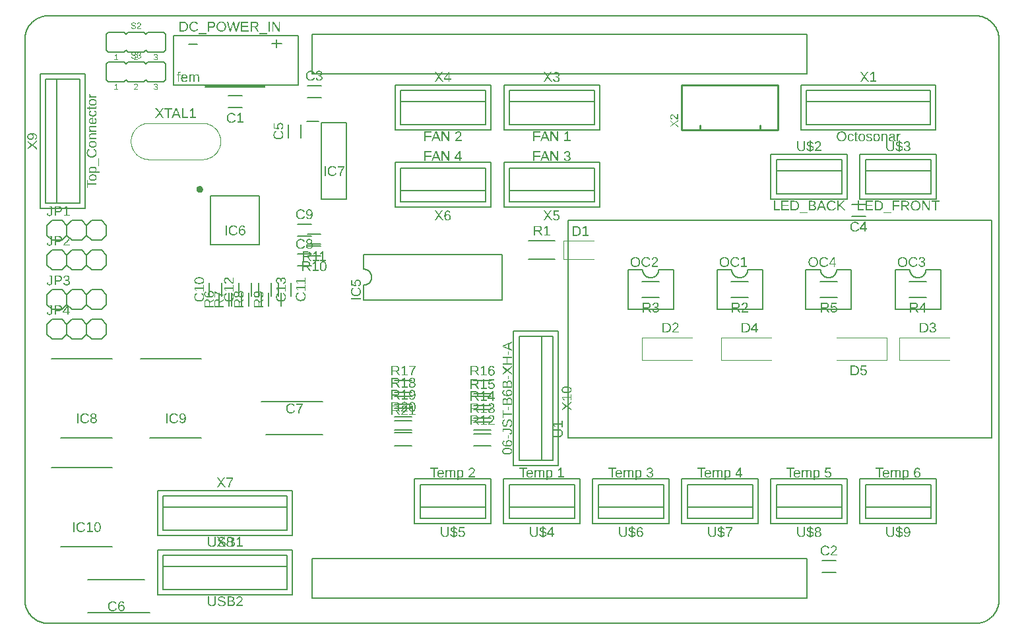
<source format=gbr>
G04 EAGLE Gerber RS-274X export*
G75*
%MOMM*%
%FSLAX34Y34*%
%LPD*%
%INSilkscreen Top*%
%IPPOS*%
%AMOC8*
5,1,8,0,0,1.08239X$1,22.5*%
G01*
G04 Define Apertures*
%ADD10C,0.120000*%
%ADD11C,0.127000*%
%ADD12C,0.152400*%
%ADD13C,0.200000*%
%ADD14C,0.400000*%
%ADD15C,0.254000*%
G36*
X82248Y106949D02*
X77633Y106949D01*
X77633Y119290D01*
X81714Y119290D01*
X82101Y119284D01*
X82476Y119265D01*
X82840Y119235D01*
X83192Y119192D01*
X83534Y119136D01*
X83864Y119069D01*
X84184Y118989D01*
X84492Y118897D01*
X84789Y118792D01*
X85074Y118676D01*
X85349Y118547D01*
X85612Y118405D01*
X85864Y118252D01*
X86105Y118086D01*
X86335Y117908D01*
X86553Y117718D01*
X86760Y117516D01*
X86953Y117304D01*
X87132Y117081D01*
X87299Y116849D01*
X87452Y116605D01*
X87591Y116352D01*
X87718Y116088D01*
X87831Y115814D01*
X87931Y115529D01*
X88017Y115234D01*
X88090Y114929D01*
X88150Y114613D01*
X88197Y114287D01*
X88230Y113950D01*
X88250Y113604D01*
X88257Y113246D01*
X88245Y112777D01*
X88210Y112322D01*
X88152Y111881D01*
X88071Y111456D01*
X87966Y111046D01*
X87838Y110651D01*
X87687Y110270D01*
X87512Y109905D01*
X87316Y109557D01*
X87101Y109231D01*
X86867Y108925D01*
X86612Y108640D01*
X86339Y108377D01*
X86046Y108134D01*
X85733Y107912D01*
X85402Y107711D01*
X85053Y107532D01*
X84692Y107378D01*
X84318Y107247D01*
X83930Y107139D01*
X83529Y107056D01*
X83116Y106997D01*
X82689Y106961D01*
X82248Y106949D01*
G37*
%LPC*%
G36*
X82056Y108289D02*
X82390Y108298D01*
X82714Y108326D01*
X83028Y108373D01*
X83331Y108438D01*
X83624Y108522D01*
X83907Y108624D01*
X84180Y108745D01*
X84442Y108885D01*
X84692Y109042D01*
X84927Y109215D01*
X85147Y109405D01*
X85352Y109612D01*
X85542Y109834D01*
X85718Y110074D01*
X85878Y110329D01*
X86023Y110601D01*
X86153Y110888D01*
X86265Y111187D01*
X86360Y111499D01*
X86437Y111823D01*
X86498Y112160D01*
X86541Y112510D01*
X86567Y112872D01*
X86575Y113246D01*
X86556Y113803D01*
X86497Y114326D01*
X86398Y114814D01*
X86261Y115269D01*
X86084Y115689D01*
X85868Y116075D01*
X85613Y116427D01*
X85318Y116745D01*
X84987Y117028D01*
X84620Y117272D01*
X84217Y117479D01*
X83780Y117649D01*
X83308Y117780D01*
X82800Y117874D01*
X82257Y117931D01*
X81679Y117950D01*
X79306Y117950D01*
X79306Y108289D01*
X82056Y108289D01*
G37*
%LPD*%
G36*
X98230Y106949D02*
X90496Y106949D01*
X90496Y108289D01*
X93641Y108289D01*
X93641Y117783D01*
X90855Y115795D01*
X90855Y117284D01*
X93772Y119290D01*
X95226Y119290D01*
X95226Y108289D01*
X98230Y108289D01*
X98230Y106949D01*
G37*
G36*
X29776Y107467D02*
X28103Y107467D01*
X28103Y119808D01*
X33910Y119808D01*
X34416Y119793D01*
X34892Y119749D01*
X35339Y119677D01*
X35757Y119575D01*
X36144Y119443D01*
X36502Y119283D01*
X36830Y119094D01*
X37128Y118875D01*
X37394Y118630D01*
X37625Y118363D01*
X37820Y118073D01*
X37979Y117759D01*
X38103Y117423D01*
X38192Y117064D01*
X38245Y116683D01*
X38263Y116278D01*
X38250Y115941D01*
X38213Y115618D01*
X38150Y115308D01*
X38062Y115012D01*
X37950Y114730D01*
X37812Y114462D01*
X37649Y114207D01*
X37461Y113966D01*
X37251Y113742D01*
X37022Y113541D01*
X36775Y113360D01*
X36664Y113294D01*
X36508Y113202D01*
X36222Y113065D01*
X35917Y112949D01*
X35593Y112856D01*
X35250Y112783D01*
X36741Y110520D01*
X38753Y107467D01*
X36826Y107467D01*
X33621Y112591D01*
X29776Y112591D01*
X29776Y107467D01*
G37*
%LPC*%
G36*
X33813Y113913D02*
X34135Y113923D01*
X34437Y113952D01*
X34721Y114000D01*
X34986Y114068D01*
X35232Y114154D01*
X35460Y114261D01*
X35668Y114386D01*
X35858Y114531D01*
X36028Y114693D01*
X36175Y114870D01*
X36299Y115063D01*
X36400Y115272D01*
X36479Y115496D01*
X36536Y115735D01*
X36570Y115990D01*
X36581Y116261D01*
X36570Y116522D01*
X36535Y116767D01*
X36478Y116997D01*
X36398Y117210D01*
X36295Y117407D01*
X36170Y117588D01*
X36021Y117754D01*
X35850Y117903D01*
X35657Y118035D01*
X35444Y118150D01*
X35211Y118247D01*
X34957Y118327D01*
X34684Y118388D01*
X34390Y118432D01*
X34077Y118459D01*
X33743Y118468D01*
X29776Y118468D01*
X29776Y113913D01*
X33813Y113913D01*
G37*
%LPD*%
G36*
X48700Y107467D02*
X40966Y107467D01*
X40966Y108807D01*
X44111Y108807D01*
X44111Y118301D01*
X41325Y116313D01*
X41325Y117802D01*
X44242Y119808D01*
X45696Y119808D01*
X45696Y108807D01*
X48700Y108807D01*
X48700Y107467D01*
G37*
G36*
X383139Y214656D02*
X382053Y214656D01*
X382053Y216075D01*
X381598Y216106D01*
X381168Y216159D01*
X380763Y216234D01*
X380382Y216331D01*
X380025Y216450D01*
X379693Y216591D01*
X379385Y216755D01*
X379101Y216940D01*
X378842Y217148D01*
X378607Y217377D01*
X378396Y217629D01*
X378210Y217903D01*
X378048Y218199D01*
X377910Y218517D01*
X377797Y218857D01*
X377708Y219219D01*
X379197Y219544D01*
X379259Y219291D01*
X379337Y219055D01*
X379429Y218835D01*
X379536Y218630D01*
X379657Y218443D01*
X379794Y218271D01*
X379946Y218115D01*
X380113Y217976D01*
X380295Y217851D01*
X380495Y217741D01*
X380712Y217644D01*
X380946Y217562D01*
X381197Y217493D01*
X381465Y217439D01*
X381717Y217403D01*
X381750Y217398D01*
X382053Y217371D01*
X382053Y221716D01*
X381337Y221903D01*
X380742Y222081D01*
X380513Y222162D01*
X380267Y222249D01*
X379911Y222408D01*
X379630Y222567D01*
X379377Y222737D01*
X379152Y222919D01*
X378956Y223113D01*
X378787Y223315D01*
X378643Y223525D01*
X378524Y223742D01*
X378431Y223967D01*
X378360Y224206D01*
X378309Y224468D01*
X378279Y224753D01*
X378269Y225061D01*
X378284Y225392D01*
X378330Y225703D01*
X378407Y225996D01*
X378515Y226271D01*
X378654Y226527D01*
X378823Y226765D01*
X379023Y226985D01*
X379254Y227185D01*
X379513Y227366D01*
X379799Y227526D01*
X380110Y227663D01*
X380446Y227780D01*
X380809Y227875D01*
X381198Y227948D01*
X381612Y228000D01*
X382053Y228031D01*
X382053Y229178D01*
X383139Y229178D01*
X383139Y228031D01*
X383536Y228002D01*
X383911Y227955D01*
X384262Y227890D01*
X384590Y227806D01*
X384895Y227705D01*
X385177Y227585D01*
X385435Y227447D01*
X385670Y227290D01*
X385885Y227114D01*
X386084Y226914D01*
X386266Y226690D01*
X386432Y226444D01*
X386581Y226175D01*
X386714Y225882D01*
X386831Y225567D01*
X386931Y225228D01*
X385407Y224939D01*
X385297Y225328D01*
X385142Y225671D01*
X384942Y225969D01*
X384698Y226222D01*
X384556Y226331D01*
X384400Y226429D01*
X384228Y226516D01*
X384041Y226591D01*
X383838Y226655D01*
X383620Y226707D01*
X383387Y226748D01*
X383139Y226778D01*
X383139Y222881D01*
X383866Y222700D01*
X384480Y222528D01*
X384980Y222363D01*
X385368Y222206D01*
X385681Y222048D01*
X385960Y221880D01*
X386204Y221702D01*
X386414Y221514D01*
X386595Y221313D01*
X386754Y221094D01*
X386889Y220857D01*
X387001Y220603D01*
X387089Y220329D01*
X387152Y220032D01*
X387190Y219712D01*
X387203Y219368D01*
X387186Y219016D01*
X387136Y218681D01*
X387054Y218365D01*
X386938Y218066D01*
X386789Y217784D01*
X386606Y217521D01*
X386391Y217275D01*
X386143Y217047D01*
X385864Y216841D01*
X385558Y216658D01*
X385224Y216500D01*
X384862Y216366D01*
X384473Y216257D01*
X384056Y216172D01*
X383611Y216111D01*
X383139Y216075D01*
X383139Y214656D01*
G37*
%LPC*%
G36*
X383139Y217363D02*
X383438Y217389D01*
X383528Y217402D01*
X383720Y217429D01*
X383984Y217482D01*
X384230Y217549D01*
X384458Y217629D01*
X384668Y217722D01*
X384861Y217829D01*
X385035Y217949D01*
X385190Y218083D01*
X385324Y218228D01*
X385438Y218385D01*
X385531Y218554D01*
X385603Y218735D01*
X385655Y218928D01*
X385686Y219134D01*
X385696Y219351D01*
X385682Y219623D01*
X385639Y219870D01*
X385568Y220092D01*
X385468Y220288D01*
X385342Y220464D01*
X385190Y220624D01*
X385013Y220768D01*
X384811Y220897D01*
X384546Y221022D01*
X384179Y221158D01*
X383710Y221305D01*
X383139Y221462D01*
X383139Y217363D01*
G37*
G36*
X382053Y223108D02*
X382053Y226796D01*
X381777Y226775D01*
X381519Y226742D01*
X381279Y226698D01*
X381056Y226642D01*
X380852Y226575D01*
X380665Y226497D01*
X380496Y226407D01*
X380345Y226305D01*
X380211Y226192D01*
X380096Y226068D01*
X379998Y225932D01*
X379918Y225784D01*
X379855Y225625D01*
X379811Y225454D01*
X379784Y225272D01*
X379775Y225079D01*
X379789Y224830D01*
X379830Y224602D01*
X379898Y224393D01*
X379994Y224203D01*
X379998Y224198D01*
X380117Y224031D01*
X380267Y223872D01*
X380443Y223728D01*
X380647Y223599D01*
X380897Y223476D01*
X381215Y223354D01*
X381600Y223231D01*
X382053Y223108D01*
G37*
%LPD*%
G36*
X370949Y215725D02*
X370577Y215733D01*
X370216Y215759D01*
X369867Y215802D01*
X369530Y215863D01*
X369206Y215940D01*
X368893Y216035D01*
X368593Y216147D01*
X368304Y216277D01*
X368030Y216422D01*
X367771Y216584D01*
X367528Y216761D01*
X367301Y216953D01*
X367090Y217161D01*
X366895Y217385D01*
X366716Y217624D01*
X366553Y217879D01*
X366407Y218148D01*
X366281Y218430D01*
X366174Y218724D01*
X366086Y219031D01*
X366018Y219351D01*
X365970Y219683D01*
X365940Y220027D01*
X365931Y220384D01*
X365931Y228241D01*
X367604Y228241D01*
X367604Y220525D01*
X367617Y220115D01*
X367657Y219730D01*
X367724Y219371D01*
X367818Y219038D01*
X367939Y218730D01*
X368086Y218447D01*
X368261Y218190D01*
X368462Y217958D01*
X368688Y217753D01*
X368939Y217575D01*
X369213Y217425D01*
X369511Y217301D01*
X369833Y217206D01*
X370178Y217137D01*
X370547Y217096D01*
X370941Y217082D01*
X371345Y217097D01*
X371726Y217139D01*
X372085Y217210D01*
X372420Y217309D01*
X372732Y217437D01*
X373020Y217592D01*
X373286Y217776D01*
X373529Y217989D01*
X373745Y218229D01*
X373933Y218494D01*
X374092Y218786D01*
X374222Y219105D01*
X374323Y219449D01*
X374395Y219819D01*
X374438Y220216D01*
X374453Y220638D01*
X374453Y228241D01*
X376117Y228241D01*
X376117Y220542D01*
X376107Y220174D01*
X376077Y219819D01*
X376028Y219477D01*
X375958Y219147D01*
X375869Y218831D01*
X375760Y218527D01*
X375631Y218236D01*
X375482Y217958D01*
X375315Y217695D01*
X375132Y217447D01*
X374932Y217216D01*
X374716Y217000D01*
X374483Y216801D01*
X374234Y216617D01*
X373968Y216450D01*
X373686Y216299D01*
X373390Y216164D01*
X373080Y216048D01*
X372758Y215949D01*
X372422Y215868D01*
X372073Y215806D01*
X371712Y215761D01*
X371337Y215734D01*
X370949Y215725D01*
G37*
G36*
X396558Y215900D02*
X388387Y215900D01*
X388387Y217012D01*
X388622Y217510D01*
X388882Y217977D01*
X389167Y218414D01*
X389477Y218821D01*
X389803Y219204D01*
X390137Y219568D01*
X390480Y219913D01*
X390830Y220240D01*
X391536Y220852D01*
X392236Y221418D01*
X392898Y221961D01*
X393493Y222504D01*
X393760Y222779D01*
X394000Y223060D01*
X394213Y223348D01*
X394399Y223643D01*
X394551Y223950D01*
X394659Y224278D01*
X394724Y224625D01*
X394745Y224991D01*
X394736Y225238D01*
X394708Y225471D01*
X394661Y225689D01*
X394596Y225893D01*
X394513Y226083D01*
X394410Y226259D01*
X394289Y226421D01*
X394150Y226568D01*
X393993Y226699D01*
X393823Y226813D01*
X393638Y226909D01*
X393438Y226988D01*
X393224Y227050D01*
X392995Y227093D01*
X392752Y227120D01*
X392494Y227128D01*
X392248Y227120D01*
X392013Y227094D01*
X391789Y227051D01*
X391576Y226992D01*
X391374Y226915D01*
X391183Y226821D01*
X391003Y226709D01*
X390835Y226581D01*
X390680Y226437D01*
X390542Y226280D01*
X390421Y226108D01*
X390317Y225923D01*
X390229Y225724D01*
X390159Y225511D01*
X390105Y225284D01*
X390068Y225044D01*
X388457Y225193D01*
X388515Y225553D01*
X388601Y225895D01*
X388715Y226218D01*
X388858Y226522D01*
X389030Y226807D01*
X389229Y227073D01*
X389457Y227320D01*
X389713Y227549D01*
X389993Y227754D01*
X390293Y227932D01*
X390612Y228083D01*
X390949Y228206D01*
X391307Y228302D01*
X391683Y228370D01*
X392079Y228411D01*
X392494Y228425D01*
X392947Y228411D01*
X393373Y228370D01*
X393772Y228301D01*
X394144Y228205D01*
X394489Y228081D01*
X394807Y227930D01*
X395098Y227751D01*
X395363Y227544D01*
X395598Y227313D01*
X395801Y227058D01*
X395974Y226780D01*
X396115Y226479D01*
X396225Y226155D01*
X396303Y225808D01*
X396350Y225437D01*
X396366Y225044D01*
X396345Y224685D01*
X396283Y224328D01*
X396181Y223972D01*
X396037Y223616D01*
X395853Y223262D01*
X395629Y222907D01*
X395365Y222552D01*
X395061Y222197D01*
X394663Y221794D01*
X394117Y221293D01*
X393423Y220695D01*
X392582Y219999D01*
X392104Y219597D01*
X391678Y219216D01*
X391303Y218855D01*
X390979Y218514D01*
X390702Y218187D01*
X390467Y217865D01*
X390273Y217550D01*
X390121Y217240D01*
X396558Y217240D01*
X396558Y215900D01*
G37*
G36*
X362150Y139700D02*
X357534Y139700D01*
X357534Y152041D01*
X361615Y152041D01*
X362002Y152035D01*
X362377Y152016D01*
X362741Y151986D01*
X363094Y151943D01*
X363435Y151887D01*
X363766Y151820D01*
X364085Y151740D01*
X364393Y151648D01*
X364690Y151543D01*
X364975Y151427D01*
X365250Y151298D01*
X365513Y151156D01*
X365765Y151003D01*
X366006Y150837D01*
X366236Y150659D01*
X366455Y150469D01*
X366661Y150267D01*
X366854Y150055D01*
X367033Y149832D01*
X367200Y149600D01*
X367353Y149356D01*
X367493Y149103D01*
X367619Y148839D01*
X367732Y148565D01*
X367832Y148280D01*
X367918Y147985D01*
X367992Y147680D01*
X368052Y147364D01*
X368098Y147038D01*
X368131Y146701D01*
X368151Y146355D01*
X368158Y145997D01*
X368146Y145528D01*
X368112Y145073D01*
X368053Y144632D01*
X367972Y144207D01*
X367867Y143797D01*
X367739Y143402D01*
X367588Y143021D01*
X367414Y142656D01*
X367218Y142308D01*
X367002Y141982D01*
X366768Y141676D01*
X366514Y141391D01*
X366240Y141128D01*
X365947Y140885D01*
X365635Y140663D01*
X365303Y140462D01*
X364955Y140283D01*
X364593Y140129D01*
X364219Y139998D01*
X363831Y139890D01*
X363431Y139807D01*
X363017Y139748D01*
X362590Y139712D01*
X362150Y139700D01*
G37*
%LPC*%
G36*
X361957Y141040D02*
X362291Y141049D01*
X362615Y141077D01*
X362929Y141124D01*
X363232Y141189D01*
X363526Y141273D01*
X363809Y141375D01*
X364081Y141496D01*
X364344Y141636D01*
X364594Y141793D01*
X364828Y141966D01*
X365048Y142156D01*
X365253Y142363D01*
X365444Y142585D01*
X365619Y142825D01*
X365779Y143080D01*
X365925Y143352D01*
X366054Y143639D01*
X366166Y143938D01*
X366261Y144250D01*
X366338Y144574D01*
X366399Y144911D01*
X366442Y145261D01*
X366468Y145623D01*
X366476Y145997D01*
X366457Y146554D01*
X366398Y147077D01*
X366300Y147565D01*
X366162Y148020D01*
X365985Y148440D01*
X365769Y148826D01*
X365514Y149178D01*
X365220Y149496D01*
X364888Y149779D01*
X364521Y150023D01*
X364119Y150230D01*
X363681Y150400D01*
X363209Y150531D01*
X362701Y150625D01*
X362158Y150682D01*
X361580Y150701D01*
X359207Y150701D01*
X359207Y141040D01*
X361957Y141040D01*
G37*
%LPD*%
G36*
X385481Y139700D02*
X380471Y139700D01*
X380471Y152041D01*
X384956Y152041D01*
X385482Y152029D01*
X385974Y151994D01*
X386432Y151935D01*
X386856Y151854D01*
X387247Y151748D01*
X387603Y151620D01*
X387926Y151467D01*
X388214Y151292D01*
X388469Y151093D01*
X388689Y150871D01*
X388876Y150625D01*
X389029Y150356D01*
X389147Y150063D01*
X389232Y149747D01*
X389283Y149408D01*
X389300Y149045D01*
X389290Y148777D01*
X389262Y148520D01*
X389214Y148274D01*
X389147Y148038D01*
X389061Y147814D01*
X388955Y147600D01*
X388831Y147398D01*
X388687Y147206D01*
X388526Y147028D01*
X388426Y146936D01*
X388349Y146864D01*
X388156Y146717D01*
X387947Y146584D01*
X387722Y146467D01*
X387482Y146365D01*
X387225Y146279D01*
X386953Y146208D01*
X387310Y146154D01*
X387646Y146080D01*
X387961Y145987D01*
X388256Y145874D01*
X388529Y145741D01*
X388781Y145588D01*
X389011Y145415D01*
X389108Y145326D01*
X389221Y145222D01*
X389408Y145013D01*
X389570Y144791D01*
X389707Y144555D01*
X389819Y144306D01*
X389906Y144044D01*
X389968Y143768D01*
X390006Y143479D01*
X390018Y143177D01*
X390000Y142777D01*
X389943Y142400D01*
X389850Y142045D01*
X389718Y141713D01*
X389550Y141405D01*
X389343Y141119D01*
X389100Y140856D01*
X388818Y140615D01*
X388504Y140401D01*
X388160Y140215D01*
X387787Y140058D01*
X387384Y139929D01*
X386952Y139829D01*
X386491Y139757D01*
X386001Y139714D01*
X385481Y139700D01*
G37*
%LPC*%
G36*
X385394Y141040D02*
X385764Y141049D01*
X386108Y141076D01*
X386426Y141120D01*
X386718Y141182D01*
X386985Y141262D01*
X387225Y141360D01*
X387439Y141476D01*
X387627Y141609D01*
X387791Y141760D01*
X387934Y141929D01*
X388054Y142115D01*
X388153Y142319D01*
X388229Y142540D01*
X388284Y142779D01*
X388317Y143035D01*
X388328Y143309D01*
X388316Y143573D01*
X388280Y143820D01*
X388220Y144050D01*
X388136Y144263D01*
X388028Y144459D01*
X387897Y144637D01*
X387741Y144799D01*
X387561Y144944D01*
X387358Y145072D01*
X387130Y145183D01*
X386879Y145276D01*
X386604Y145353D01*
X386304Y145413D01*
X385981Y145455D01*
X385634Y145481D01*
X385262Y145489D01*
X382144Y145489D01*
X382144Y141040D01*
X385394Y141040D01*
G37*
G36*
X384956Y146794D02*
X385280Y146802D01*
X385583Y146826D01*
X385865Y146865D01*
X386126Y146920D01*
X386366Y146991D01*
X386584Y147078D01*
X386781Y147180D01*
X386957Y147298D01*
X387112Y147432D01*
X387246Y147584D01*
X387360Y147751D01*
X387453Y147936D01*
X387525Y148138D01*
X387577Y148356D01*
X387608Y148592D01*
X387618Y148844D01*
X387608Y149085D01*
X387576Y149308D01*
X387522Y149513D01*
X387448Y149700D01*
X387352Y149870D01*
X387234Y150021D01*
X387095Y150155D01*
X386935Y150272D01*
X386755Y150372D01*
X386555Y150459D01*
X386337Y150533D01*
X386099Y150593D01*
X385842Y150640D01*
X385566Y150674D01*
X385270Y150694D01*
X384956Y150701D01*
X382144Y150701D01*
X382144Y146794D01*
X384956Y146794D01*
G37*
%LPD*%
G36*
X392738Y139700D02*
X391004Y139700D01*
X396040Y152041D01*
X397941Y152041D01*
X402898Y139700D01*
X401190Y139700D01*
X399780Y143309D01*
X394157Y143309D01*
X392738Y139700D01*
G37*
%LPC*%
G36*
X399281Y144614D02*
X397695Y148686D01*
X397450Y149330D01*
X397205Y150053D01*
X396968Y150780D01*
X396890Y150534D01*
X396618Y149704D01*
X396241Y148669D01*
X394665Y144614D01*
X399281Y144614D01*
G37*
%LPD*%
G36*
X355287Y139700D02*
X345565Y139700D01*
X345565Y152041D01*
X354928Y152041D01*
X354928Y150674D01*
X347238Y150674D01*
X347238Y146716D01*
X354403Y146716D01*
X354403Y145367D01*
X347238Y145367D01*
X347238Y141066D01*
X355287Y141066D01*
X355287Y139700D01*
G37*
G36*
X419051Y139700D02*
X417378Y139700D01*
X417378Y152041D01*
X419051Y152041D01*
X419051Y145857D01*
X424998Y152041D01*
X426968Y152041D01*
X421713Y146681D01*
X427669Y139700D01*
X425593Y139700D01*
X420662Y145656D01*
X419051Y144430D01*
X419051Y139700D01*
G37*
G36*
X409866Y139525D02*
X409407Y139537D01*
X408964Y139573D01*
X408537Y139634D01*
X408126Y139719D01*
X407730Y139828D01*
X407350Y139961D01*
X406986Y140118D01*
X406638Y140300D01*
X406308Y140504D01*
X405998Y140729D01*
X405708Y140975D01*
X405438Y141242D01*
X405189Y141529D01*
X404960Y141837D01*
X404751Y142166D01*
X404562Y142516D01*
X404395Y142884D01*
X404250Y143269D01*
X404127Y143671D01*
X404027Y144089D01*
X403949Y144524D01*
X403893Y144975D01*
X403860Y145443D01*
X403848Y145927D01*
X403855Y146291D01*
X403873Y146645D01*
X403904Y146989D01*
X403948Y147323D01*
X404004Y147647D01*
X404073Y147961D01*
X404154Y148265D01*
X404247Y148559D01*
X404353Y148843D01*
X404471Y149117D01*
X404745Y149635D01*
X405069Y150114D01*
X405442Y150552D01*
X405860Y150944D01*
X406316Y151284D01*
X406558Y151434D01*
X406810Y151571D01*
X407072Y151695D01*
X407343Y151806D01*
X407624Y151905D01*
X407914Y151989D01*
X408214Y152061D01*
X408523Y152120D01*
X408842Y152166D01*
X409171Y152199D01*
X409509Y152218D01*
X409857Y152225D01*
X410339Y152213D01*
X410802Y152177D01*
X411244Y152116D01*
X411665Y152032D01*
X412067Y151924D01*
X412448Y151791D01*
X412809Y151635D01*
X413150Y151454D01*
X413470Y151250D01*
X413767Y151022D01*
X414043Y150771D01*
X414297Y150497D01*
X414529Y150200D01*
X414740Y149879D01*
X414928Y149535D01*
X415094Y149168D01*
X413509Y148642D01*
X413394Y148904D01*
X413262Y149149D01*
X413114Y149379D01*
X412950Y149593D01*
X412769Y149791D01*
X412572Y149973D01*
X412359Y150139D01*
X412130Y150289D01*
X411886Y150423D01*
X411632Y150538D01*
X411367Y150636D01*
X411091Y150716D01*
X410803Y150778D01*
X410505Y150823D01*
X410195Y150849D01*
X409874Y150858D01*
X409376Y150838D01*
X408906Y150776D01*
X408465Y150673D01*
X408052Y150529D01*
X407668Y150343D01*
X407312Y150117D01*
X406985Y149849D01*
X406686Y149540D01*
X406419Y149195D01*
X406188Y148820D01*
X405992Y148414D01*
X405832Y147978D01*
X405708Y147511D01*
X405619Y147014D01*
X405565Y146486D01*
X405548Y145927D01*
X405566Y145374D01*
X405622Y144849D01*
X405714Y144351D01*
X405844Y143881D01*
X406011Y143439D01*
X406215Y143025D01*
X406456Y142638D01*
X406734Y142279D01*
X407044Y141956D01*
X407380Y141676D01*
X407742Y141439D01*
X408130Y141245D01*
X408545Y141094D01*
X408985Y140986D01*
X409452Y140921D01*
X409944Y140900D01*
X410263Y140910D01*
X410572Y140940D01*
X410871Y140990D01*
X411160Y141060D01*
X411439Y141151D01*
X411708Y141261D01*
X411966Y141391D01*
X412215Y141541D01*
X412454Y141712D01*
X412682Y141902D01*
X412901Y142113D01*
X413109Y142343D01*
X413307Y142594D01*
X413496Y142865D01*
X413674Y143155D01*
X413842Y143466D01*
X415208Y142783D01*
X415008Y142396D01*
X414789Y142034D01*
X414550Y141695D01*
X414292Y141379D01*
X414015Y141088D01*
X413718Y140821D01*
X413402Y140577D01*
X413067Y140357D01*
X412715Y140162D01*
X412349Y139993D01*
X411970Y139850D01*
X411577Y139733D01*
X411170Y139642D01*
X410749Y139577D01*
X410314Y139538D01*
X409866Y139525D01*
G37*
G36*
X343505Y139700D02*
X335596Y139700D01*
X335596Y152041D01*
X337269Y152041D01*
X337269Y141066D01*
X343505Y141066D01*
X343505Y139700D01*
G37*
G36*
X379209Y136135D02*
X368760Y136135D01*
X368760Y137274D01*
X379209Y137274D01*
X379209Y136135D01*
G37*
G36*
X497439Y214656D02*
X496353Y214656D01*
X496353Y216075D01*
X495898Y216106D01*
X495468Y216159D01*
X495063Y216234D01*
X494682Y216331D01*
X494325Y216450D01*
X493993Y216591D01*
X493685Y216755D01*
X493401Y216940D01*
X493142Y217148D01*
X492907Y217377D01*
X492696Y217629D01*
X492510Y217903D01*
X492348Y218199D01*
X492210Y218517D01*
X492097Y218857D01*
X492008Y219219D01*
X493497Y219544D01*
X493559Y219291D01*
X493637Y219055D01*
X493729Y218835D01*
X493836Y218630D01*
X493957Y218443D01*
X494094Y218271D01*
X494246Y218115D01*
X494413Y217976D01*
X494595Y217851D01*
X494795Y217741D01*
X495012Y217644D01*
X495246Y217562D01*
X495497Y217493D01*
X495765Y217439D01*
X496017Y217403D01*
X496050Y217398D01*
X496353Y217371D01*
X496353Y221716D01*
X495637Y221903D01*
X495042Y222081D01*
X494813Y222162D01*
X494567Y222249D01*
X494211Y222408D01*
X493930Y222567D01*
X493677Y222737D01*
X493452Y222919D01*
X493256Y223113D01*
X493087Y223315D01*
X492943Y223525D01*
X492824Y223742D01*
X492731Y223967D01*
X492660Y224206D01*
X492609Y224468D01*
X492579Y224753D01*
X492569Y225061D01*
X492584Y225392D01*
X492630Y225703D01*
X492707Y225996D01*
X492815Y226271D01*
X492954Y226527D01*
X493123Y226765D01*
X493323Y226985D01*
X493554Y227185D01*
X493813Y227366D01*
X494099Y227526D01*
X494410Y227663D01*
X494746Y227780D01*
X495109Y227875D01*
X495498Y227948D01*
X495912Y228000D01*
X496353Y228031D01*
X496353Y229178D01*
X497439Y229178D01*
X497439Y228031D01*
X497836Y228002D01*
X498211Y227955D01*
X498562Y227890D01*
X498890Y227806D01*
X499195Y227705D01*
X499477Y227585D01*
X499735Y227447D01*
X499970Y227290D01*
X500185Y227114D01*
X500384Y226914D01*
X500566Y226690D01*
X500732Y226444D01*
X500881Y226175D01*
X501014Y225882D01*
X501131Y225567D01*
X501231Y225228D01*
X499707Y224939D01*
X499597Y225328D01*
X499442Y225671D01*
X499242Y225969D01*
X498998Y226222D01*
X498856Y226331D01*
X498700Y226429D01*
X498528Y226516D01*
X498341Y226591D01*
X498138Y226655D01*
X497920Y226707D01*
X497687Y226748D01*
X497439Y226778D01*
X497439Y222881D01*
X498166Y222700D01*
X498780Y222528D01*
X499280Y222363D01*
X499668Y222206D01*
X499981Y222048D01*
X500260Y221880D01*
X500504Y221702D01*
X500714Y221514D01*
X500895Y221313D01*
X501054Y221094D01*
X501189Y220857D01*
X501301Y220603D01*
X501389Y220329D01*
X501452Y220032D01*
X501490Y219712D01*
X501503Y219368D01*
X501486Y219016D01*
X501436Y218681D01*
X501354Y218365D01*
X501238Y218066D01*
X501089Y217784D01*
X500906Y217521D01*
X500691Y217275D01*
X500443Y217047D01*
X500164Y216841D01*
X499858Y216658D01*
X499524Y216500D01*
X499162Y216366D01*
X498773Y216257D01*
X498356Y216172D01*
X497911Y216111D01*
X497439Y216075D01*
X497439Y214656D01*
G37*
%LPC*%
G36*
X497439Y217363D02*
X497738Y217389D01*
X497828Y217402D01*
X498020Y217429D01*
X498284Y217482D01*
X498530Y217549D01*
X498758Y217629D01*
X498968Y217722D01*
X499161Y217829D01*
X499335Y217949D01*
X499490Y218083D01*
X499624Y218228D01*
X499738Y218385D01*
X499831Y218554D01*
X499903Y218735D01*
X499955Y218928D01*
X499986Y219134D01*
X499996Y219351D01*
X499982Y219623D01*
X499939Y219870D01*
X499868Y220092D01*
X499768Y220288D01*
X499642Y220464D01*
X499490Y220624D01*
X499313Y220768D01*
X499111Y220897D01*
X498846Y221022D01*
X498479Y221158D01*
X498010Y221305D01*
X497439Y221462D01*
X497439Y217363D01*
G37*
G36*
X496353Y223108D02*
X496353Y226796D01*
X496077Y226775D01*
X495819Y226742D01*
X495579Y226698D01*
X495356Y226642D01*
X495152Y226575D01*
X494965Y226497D01*
X494796Y226407D01*
X494645Y226305D01*
X494511Y226192D01*
X494396Y226068D01*
X494298Y225932D01*
X494218Y225784D01*
X494155Y225625D01*
X494111Y225454D01*
X494084Y225272D01*
X494075Y225079D01*
X494089Y224830D01*
X494130Y224602D01*
X494198Y224393D01*
X494294Y224203D01*
X494298Y224198D01*
X494417Y224031D01*
X494567Y223872D01*
X494743Y223728D01*
X494947Y223599D01*
X495197Y223476D01*
X495515Y223354D01*
X495900Y223231D01*
X496353Y223108D01*
G37*
%LPD*%
G36*
X485249Y215725D02*
X484877Y215733D01*
X484516Y215759D01*
X484167Y215802D01*
X483830Y215863D01*
X483506Y215940D01*
X483193Y216035D01*
X482893Y216147D01*
X482604Y216277D01*
X482330Y216422D01*
X482071Y216584D01*
X481828Y216761D01*
X481601Y216953D01*
X481390Y217161D01*
X481195Y217385D01*
X481016Y217624D01*
X480853Y217879D01*
X480707Y218148D01*
X480581Y218430D01*
X480474Y218724D01*
X480386Y219031D01*
X480318Y219351D01*
X480270Y219683D01*
X480240Y220027D01*
X480231Y220384D01*
X480231Y228241D01*
X481904Y228241D01*
X481904Y220525D01*
X481917Y220115D01*
X481957Y219730D01*
X482024Y219371D01*
X482118Y219038D01*
X482239Y218730D01*
X482386Y218447D01*
X482561Y218190D01*
X482762Y217958D01*
X482988Y217753D01*
X483239Y217575D01*
X483513Y217425D01*
X483811Y217301D01*
X484133Y217206D01*
X484478Y217137D01*
X484847Y217096D01*
X485241Y217082D01*
X485645Y217097D01*
X486026Y217139D01*
X486385Y217210D01*
X486720Y217309D01*
X487032Y217437D01*
X487320Y217592D01*
X487586Y217776D01*
X487829Y217989D01*
X488045Y218229D01*
X488233Y218494D01*
X488392Y218786D01*
X488522Y219105D01*
X488623Y219449D01*
X488695Y219819D01*
X488738Y220216D01*
X488753Y220638D01*
X488753Y228241D01*
X490417Y228241D01*
X490417Y220542D01*
X490407Y220174D01*
X490377Y219819D01*
X490328Y219477D01*
X490258Y219147D01*
X490169Y218831D01*
X490060Y218527D01*
X489931Y218236D01*
X489782Y217958D01*
X489615Y217695D01*
X489432Y217447D01*
X489232Y217216D01*
X489016Y217000D01*
X488783Y216801D01*
X488534Y216617D01*
X488268Y216450D01*
X487986Y216299D01*
X487690Y216164D01*
X487380Y216048D01*
X487058Y215949D01*
X486722Y215868D01*
X486373Y215806D01*
X486012Y215761D01*
X485637Y215734D01*
X485249Y215725D01*
G37*
G36*
X506786Y215725D02*
X506329Y215738D01*
X505896Y215778D01*
X505486Y215844D01*
X505101Y215936D01*
X504739Y216055D01*
X504400Y216200D01*
X504085Y216372D01*
X503794Y216570D01*
X503529Y216794D01*
X503293Y217043D01*
X503084Y217318D01*
X502904Y217618D01*
X502753Y217943D01*
X502629Y218294D01*
X502534Y218669D01*
X502468Y219071D01*
X504097Y219219D01*
X504144Y218954D01*
X504208Y218706D01*
X504287Y218475D01*
X504383Y218262D01*
X504495Y218065D01*
X504623Y217885D01*
X504766Y217723D01*
X504927Y217577D01*
X505103Y217449D01*
X505295Y217338D01*
X505503Y217244D01*
X505727Y217167D01*
X505968Y217107D01*
X506224Y217064D01*
X506497Y217038D01*
X506786Y217030D01*
X507075Y217039D01*
X507349Y217067D01*
X507607Y217112D01*
X507849Y217177D01*
X508074Y217259D01*
X508284Y217360D01*
X508478Y217479D01*
X508655Y217617D01*
X508815Y217772D01*
X508952Y217946D01*
X509069Y218137D01*
X509165Y218346D01*
X509239Y218573D01*
X509292Y218817D01*
X509324Y219079D01*
X509334Y219360D01*
X509322Y219605D01*
X509286Y219836D01*
X509225Y220053D01*
X509140Y220256D01*
X509031Y220446D01*
X508898Y220622D01*
X508741Y220784D01*
X508559Y220932D01*
X508355Y221064D01*
X508129Y221179D01*
X507881Y221276D01*
X507612Y221355D01*
X507322Y221417D01*
X507010Y221461D01*
X506676Y221488D01*
X506321Y221497D01*
X505428Y221497D01*
X505428Y222863D01*
X506286Y222863D01*
X506601Y222872D01*
X506898Y222898D01*
X507177Y222942D01*
X507437Y223004D01*
X507679Y223084D01*
X507903Y223181D01*
X508109Y223296D01*
X508296Y223428D01*
X508464Y223576D01*
X508609Y223738D01*
X508731Y223913D01*
X508832Y224101D01*
X508910Y224303D01*
X508966Y224519D01*
X508999Y224749D01*
X509010Y224991D01*
X509001Y225232D01*
X508974Y225460D01*
X508928Y225675D01*
X508865Y225877D01*
X508783Y226066D01*
X508683Y226242D01*
X508564Y226405D01*
X508428Y226555D01*
X508273Y226689D01*
X508101Y226806D01*
X507911Y226904D01*
X507704Y226985D01*
X507479Y227048D01*
X507236Y227093D01*
X506976Y227119D01*
X506698Y227128D01*
X506444Y227120D01*
X506202Y227095D01*
X505972Y227053D01*
X505755Y226995D01*
X505551Y226920D01*
X505359Y226828D01*
X505179Y226719D01*
X505012Y226594D01*
X504859Y226454D01*
X504724Y226300D01*
X504605Y226132D01*
X504503Y225950D01*
X504418Y225755D01*
X504349Y225546D01*
X504298Y225324D01*
X504263Y225088D01*
X502678Y225210D01*
X502736Y225579D01*
X502822Y225926D01*
X502937Y226253D01*
X503080Y226559D01*
X503251Y226844D01*
X503450Y227109D01*
X503678Y227352D01*
X503935Y227575D01*
X504215Y227774D01*
X504514Y227947D01*
X504833Y228093D01*
X505171Y228212D01*
X505528Y228305D01*
X505904Y228372D01*
X506300Y228411D01*
X506715Y228425D01*
X507167Y228411D01*
X507592Y228371D01*
X507992Y228303D01*
X508365Y228209D01*
X508713Y228088D01*
X509035Y227939D01*
X509331Y227764D01*
X509601Y227562D01*
X509843Y227336D01*
X510052Y227088D01*
X510229Y226820D01*
X510373Y226530D01*
X510486Y226218D01*
X510566Y225886D01*
X510614Y225533D01*
X510631Y225158D01*
X510620Y224869D01*
X510589Y224594D01*
X510538Y224333D01*
X510465Y224086D01*
X510372Y223853D01*
X510259Y223633D01*
X510124Y223427D01*
X509969Y223235D01*
X509795Y223058D01*
X509601Y222895D01*
X509389Y222747D01*
X509158Y222615D01*
X508908Y222497D01*
X508640Y222394D01*
X508353Y222306D01*
X508047Y222232D01*
X508047Y222197D01*
X508383Y222150D01*
X508700Y222084D01*
X508998Y221997D01*
X509277Y221891D01*
X509537Y221765D01*
X509778Y221619D01*
X509999Y221454D01*
X510201Y221269D01*
X510382Y221068D01*
X510539Y220854D01*
X510671Y220628D01*
X510779Y220389D01*
X510864Y220137D01*
X510924Y219873D01*
X510960Y219596D01*
X510972Y219307D01*
X510955Y218892D01*
X510904Y218501D01*
X510819Y218135D01*
X510701Y217792D01*
X510548Y217473D01*
X510361Y217179D01*
X510141Y216908D01*
X509886Y216662D01*
X509600Y216442D01*
X509285Y216252D01*
X508941Y216091D01*
X508568Y215959D01*
X508166Y215857D01*
X507735Y215783D01*
X507275Y215740D01*
X506786Y215725D01*
G37*
G36*
X517732Y139525D02*
X517265Y139537D01*
X516814Y139573D01*
X516380Y139633D01*
X515961Y139718D01*
X515560Y139826D01*
X515174Y139958D01*
X514805Y140115D01*
X514452Y140296D01*
X514117Y140499D01*
X513803Y140724D01*
X513509Y140970D01*
X513235Y141238D01*
X512982Y141528D01*
X512750Y141838D01*
X512537Y142171D01*
X512345Y142525D01*
X512175Y142897D01*
X512027Y143284D01*
X511902Y143687D01*
X511800Y144104D01*
X511721Y144537D01*
X511664Y144986D01*
X511630Y145449D01*
X511618Y145927D01*
X511625Y146292D01*
X511644Y146647D01*
X511675Y146992D01*
X511720Y147327D01*
X511777Y147651D01*
X511846Y147966D01*
X511928Y148270D01*
X512023Y148565D01*
X512131Y148849D01*
X512251Y149123D01*
X512384Y149387D01*
X512530Y149641D01*
X512859Y150119D01*
X513239Y150556D01*
X513664Y150947D01*
X513891Y151123D01*
X514128Y151286D01*
X514375Y151436D01*
X514632Y151573D01*
X514900Y151697D01*
X515176Y151808D01*
X515463Y151905D01*
X515760Y151990D01*
X516067Y152062D01*
X516384Y152120D01*
X516710Y152166D01*
X517047Y152199D01*
X517393Y152218D01*
X517749Y152225D01*
X518212Y152213D01*
X518660Y152178D01*
X519091Y152119D01*
X519508Y152038D01*
X519908Y151932D01*
X520293Y151803D01*
X520662Y151651D01*
X521016Y151476D01*
X521352Y151278D01*
X521667Y151059D01*
X521962Y150819D01*
X522237Y150557D01*
X522491Y150275D01*
X522725Y149971D01*
X522938Y149646D01*
X523131Y149299D01*
X523303Y148934D01*
X523451Y148553D01*
X523577Y148156D01*
X523680Y147743D01*
X523760Y147313D01*
X523817Y146867D01*
X523851Y146405D01*
X523863Y145927D01*
X523851Y145451D01*
X523817Y144990D01*
X523759Y144543D01*
X523678Y144112D01*
X523574Y143696D01*
X523446Y143295D01*
X523296Y142909D01*
X523123Y142538D01*
X522928Y142185D01*
X522712Y141853D01*
X522477Y141542D01*
X522222Y141252D01*
X521946Y140984D01*
X521650Y140736D01*
X521335Y140510D01*
X520999Y140304D01*
X520645Y140122D01*
X520276Y139963D01*
X519891Y139829D01*
X519490Y139720D01*
X519074Y139634D01*
X518642Y139574D01*
X518195Y139537D01*
X517732Y139525D01*
G37*
%LPC*%
G36*
X517732Y140882D02*
X518251Y140903D01*
X518738Y140965D01*
X519195Y141068D01*
X519620Y141212D01*
X520015Y141397D01*
X520378Y141624D01*
X520711Y141892D01*
X521012Y142201D01*
X521280Y142547D01*
X521512Y142928D01*
X521708Y143343D01*
X521869Y143791D01*
X521994Y144274D01*
X522083Y144791D01*
X522137Y145342D01*
X522155Y145927D01*
X522137Y146488D01*
X522083Y147017D01*
X521993Y147516D01*
X521867Y147983D01*
X521705Y148420D01*
X521507Y148826D01*
X521273Y149201D01*
X521003Y149545D01*
X520700Y149853D01*
X520368Y150119D01*
X520006Y150345D01*
X519614Y150530D01*
X519192Y150674D01*
X518741Y150776D01*
X518260Y150838D01*
X517749Y150858D01*
X517234Y150838D01*
X516750Y150777D01*
X516295Y150676D01*
X515871Y150534D01*
X515476Y150352D01*
X515112Y150129D01*
X514778Y149866D01*
X514474Y149562D01*
X514203Y149222D01*
X513968Y148849D01*
X513769Y148443D01*
X513607Y148005D01*
X513480Y147535D01*
X513390Y147031D01*
X513336Y146496D01*
X513317Y145927D01*
X513336Y145362D01*
X513391Y144827D01*
X513482Y144321D01*
X513610Y143846D01*
X513774Y143401D01*
X513975Y142985D01*
X514213Y142600D01*
X514487Y142244D01*
X514793Y141925D01*
X515128Y141649D01*
X515491Y141414D01*
X515883Y141223D01*
X516302Y141074D01*
X516751Y140968D01*
X517227Y140904D01*
X517732Y140882D01*
G37*
%LPD*%
G36*
X469981Y139700D02*
X465365Y139700D01*
X465365Y152041D01*
X469447Y152041D01*
X469833Y152035D01*
X470208Y152016D01*
X470572Y151986D01*
X470925Y151943D01*
X471267Y151887D01*
X471597Y151820D01*
X471916Y151740D01*
X472224Y151648D01*
X472521Y151543D01*
X472807Y151427D01*
X473081Y151298D01*
X473344Y151156D01*
X473597Y151003D01*
X473838Y150837D01*
X474067Y150659D01*
X474286Y150469D01*
X474492Y150267D01*
X474685Y150055D01*
X474865Y149832D01*
X475031Y149600D01*
X475184Y149356D01*
X475324Y149103D01*
X475450Y148839D01*
X475563Y148565D01*
X475663Y148280D01*
X475750Y147985D01*
X475823Y147680D01*
X475883Y147364D01*
X475929Y147038D01*
X475963Y146701D01*
X475983Y146355D01*
X475989Y145997D01*
X475978Y145528D01*
X475943Y145073D01*
X475885Y144632D01*
X475803Y144207D01*
X475698Y143797D01*
X475571Y143402D01*
X475419Y143021D01*
X475245Y142656D01*
X475049Y142308D01*
X474834Y141982D01*
X474599Y141676D01*
X474345Y141391D01*
X474071Y141128D01*
X473778Y140885D01*
X473466Y140663D01*
X473134Y140462D01*
X472786Y140283D01*
X472425Y140129D01*
X472050Y139998D01*
X471663Y139890D01*
X471262Y139807D01*
X470848Y139748D01*
X470421Y139712D01*
X469981Y139700D01*
G37*
%LPC*%
G36*
X469788Y141040D02*
X470123Y141049D01*
X470447Y141077D01*
X470760Y141124D01*
X471064Y141189D01*
X471357Y141273D01*
X471640Y141375D01*
X471913Y141496D01*
X472175Y141636D01*
X472425Y141793D01*
X472660Y141966D01*
X472880Y142156D01*
X473085Y142363D01*
X473275Y142585D01*
X473450Y142825D01*
X473610Y143080D01*
X473756Y143352D01*
X473885Y143639D01*
X473997Y143938D01*
X474092Y144250D01*
X474170Y144574D01*
X474230Y144911D01*
X474273Y145261D01*
X474299Y145623D01*
X474308Y145997D01*
X474288Y146554D01*
X474229Y147077D01*
X474131Y147565D01*
X473993Y148020D01*
X473817Y148440D01*
X473601Y148826D01*
X473345Y149178D01*
X473051Y149496D01*
X472719Y149779D01*
X472352Y150023D01*
X471950Y150230D01*
X471513Y150400D01*
X471040Y150531D01*
X470532Y150625D01*
X469990Y150682D01*
X469412Y150701D01*
X467038Y150701D01*
X467038Y141040D01*
X469788Y141040D01*
G37*
%LPD*%
G36*
X500944Y139700D02*
X499271Y139700D01*
X499271Y152041D01*
X505078Y152041D01*
X505585Y152026D01*
X506061Y151982D01*
X506508Y151910D01*
X506925Y151808D01*
X507313Y151676D01*
X507671Y151516D01*
X507999Y151327D01*
X508297Y151108D01*
X508563Y150863D01*
X508793Y150596D01*
X508988Y150306D01*
X509148Y149992D01*
X509272Y149656D01*
X509360Y149297D01*
X509414Y148916D01*
X509431Y148511D01*
X509419Y148174D01*
X509381Y147851D01*
X509319Y147541D01*
X509231Y147245D01*
X509118Y146963D01*
X508981Y146695D01*
X508818Y146440D01*
X508630Y146199D01*
X508420Y145975D01*
X508191Y145774D01*
X507943Y145593D01*
X507832Y145527D01*
X507676Y145435D01*
X507390Y145298D01*
X507085Y145182D01*
X506761Y145089D01*
X506418Y145016D01*
X507910Y142753D01*
X509922Y139700D01*
X507995Y139700D01*
X504789Y144824D01*
X500944Y144824D01*
X500944Y139700D01*
G37*
%LPC*%
G36*
X504982Y146146D02*
X505303Y146156D01*
X505606Y146185D01*
X505890Y146233D01*
X506155Y146301D01*
X506401Y146387D01*
X506628Y146494D01*
X506837Y146619D01*
X507027Y146764D01*
X507196Y146926D01*
X507343Y147103D01*
X507467Y147296D01*
X507569Y147505D01*
X507648Y147729D01*
X507705Y147968D01*
X507738Y148223D01*
X507750Y148494D01*
X507738Y148755D01*
X507704Y149000D01*
X507647Y149230D01*
X507567Y149443D01*
X507464Y149640D01*
X507338Y149821D01*
X507190Y149987D01*
X507018Y150136D01*
X506825Y150268D01*
X506612Y150383D01*
X506379Y150480D01*
X506126Y150560D01*
X505853Y150621D01*
X505559Y150665D01*
X505246Y150692D01*
X504912Y150701D01*
X500944Y150701D01*
X500944Y146146D01*
X504982Y146146D01*
G37*
%LPD*%
G36*
X527667Y139700D02*
X526178Y139700D01*
X526178Y152041D01*
X528122Y152041D01*
X534796Y141460D01*
X534717Y142941D01*
X534691Y143948D01*
X534691Y152041D01*
X536197Y152041D01*
X536197Y139700D01*
X534183Y139700D01*
X527579Y150210D01*
X527623Y149361D01*
X527667Y147898D01*
X527667Y139700D01*
G37*
G36*
X463118Y139700D02*
X453396Y139700D01*
X453396Y152041D01*
X462759Y152041D01*
X462759Y150674D01*
X455069Y150674D01*
X455069Y146716D01*
X462234Y146716D01*
X462234Y145367D01*
X455069Y145367D01*
X455069Y141066D01*
X463118Y141066D01*
X463118Y139700D01*
G37*
G36*
X489976Y139700D02*
X488303Y139700D01*
X488303Y152041D01*
X497070Y152041D01*
X497070Y150674D01*
X489976Y150674D01*
X489976Y146085D01*
X496860Y146085D01*
X496860Y144701D01*
X489976Y144701D01*
X489976Y139700D01*
G37*
G36*
X543981Y139700D02*
X542317Y139700D01*
X542317Y150674D01*
X538078Y150674D01*
X538078Y152041D01*
X548220Y152041D01*
X548220Y150674D01*
X543981Y150674D01*
X543981Y139700D01*
G37*
G36*
X451337Y139700D02*
X443428Y139700D01*
X443428Y152041D01*
X445101Y152041D01*
X445101Y141066D01*
X451337Y141066D01*
X451337Y139700D01*
G37*
G36*
X487040Y136135D02*
X476591Y136135D01*
X476591Y137274D01*
X487040Y137274D01*
X487040Y136135D01*
G37*
G36*
X40239Y-280644D02*
X39153Y-280644D01*
X39153Y-279225D01*
X38698Y-279194D01*
X38268Y-279141D01*
X37863Y-279066D01*
X37482Y-278969D01*
X37125Y-278850D01*
X36793Y-278709D01*
X36485Y-278545D01*
X36201Y-278360D01*
X35942Y-278152D01*
X35707Y-277923D01*
X35496Y-277671D01*
X35310Y-277397D01*
X35148Y-277101D01*
X35010Y-276783D01*
X34897Y-276443D01*
X34808Y-276081D01*
X36297Y-275756D01*
X36359Y-276009D01*
X36437Y-276245D01*
X36529Y-276466D01*
X36636Y-276670D01*
X36757Y-276857D01*
X36894Y-277029D01*
X37046Y-277185D01*
X37213Y-277324D01*
X37395Y-277449D01*
X37595Y-277559D01*
X37812Y-277656D01*
X38046Y-277738D01*
X38297Y-277807D01*
X38565Y-277861D01*
X38817Y-277897D01*
X38850Y-277902D01*
X39153Y-277929D01*
X39153Y-273584D01*
X38437Y-273397D01*
X37842Y-273219D01*
X37613Y-273138D01*
X37367Y-273051D01*
X37011Y-272892D01*
X36730Y-272733D01*
X36477Y-272563D01*
X36252Y-272381D01*
X36056Y-272187D01*
X35887Y-271985D01*
X35743Y-271775D01*
X35624Y-271558D01*
X35531Y-271333D01*
X35460Y-271094D01*
X35409Y-270832D01*
X35379Y-270547D01*
X35369Y-270239D01*
X35384Y-269908D01*
X35430Y-269597D01*
X35507Y-269304D01*
X35615Y-269029D01*
X35754Y-268773D01*
X35923Y-268535D01*
X36123Y-268315D01*
X36354Y-268115D01*
X36613Y-267934D01*
X36899Y-267774D01*
X37210Y-267637D01*
X37546Y-267520D01*
X37909Y-267425D01*
X38298Y-267352D01*
X38712Y-267300D01*
X39153Y-267269D01*
X39153Y-266122D01*
X40239Y-266122D01*
X40239Y-267269D01*
X40636Y-267298D01*
X41011Y-267345D01*
X41362Y-267410D01*
X41690Y-267494D01*
X41995Y-267595D01*
X42277Y-267715D01*
X42535Y-267853D01*
X42770Y-268010D01*
X42985Y-268186D01*
X43184Y-268386D01*
X43366Y-268610D01*
X43532Y-268856D01*
X43681Y-269125D01*
X43814Y-269418D01*
X43931Y-269733D01*
X44031Y-270072D01*
X42507Y-270361D01*
X42397Y-269972D01*
X42242Y-269629D01*
X42042Y-269331D01*
X41798Y-269078D01*
X41656Y-268969D01*
X41500Y-268871D01*
X41328Y-268784D01*
X41141Y-268709D01*
X40938Y-268645D01*
X40720Y-268593D01*
X40487Y-268552D01*
X40239Y-268522D01*
X40239Y-272419D01*
X40966Y-272600D01*
X41580Y-272772D01*
X42080Y-272937D01*
X42468Y-273094D01*
X42781Y-273252D01*
X43060Y-273420D01*
X43304Y-273598D01*
X43514Y-273786D01*
X43695Y-273987D01*
X43854Y-274206D01*
X43989Y-274443D01*
X44101Y-274697D01*
X44189Y-274971D01*
X44252Y-275268D01*
X44290Y-275588D01*
X44303Y-275932D01*
X44286Y-276284D01*
X44236Y-276619D01*
X44154Y-276935D01*
X44038Y-277234D01*
X43889Y-277516D01*
X43706Y-277779D01*
X43491Y-278025D01*
X43243Y-278253D01*
X42964Y-278459D01*
X42658Y-278642D01*
X42324Y-278800D01*
X41962Y-278934D01*
X41573Y-279043D01*
X41156Y-279128D01*
X40711Y-279189D01*
X40239Y-279225D01*
X40239Y-280644D01*
G37*
%LPC*%
G36*
X40239Y-277937D02*
X40538Y-277911D01*
X40628Y-277898D01*
X40820Y-277871D01*
X41084Y-277818D01*
X41330Y-277751D01*
X41558Y-277671D01*
X41768Y-277578D01*
X41961Y-277471D01*
X42135Y-277351D01*
X42290Y-277218D01*
X42424Y-277072D01*
X42538Y-276915D01*
X42631Y-276746D01*
X42703Y-276565D01*
X42755Y-276372D01*
X42786Y-276166D01*
X42796Y-275949D01*
X42782Y-275677D01*
X42739Y-275430D01*
X42668Y-275209D01*
X42568Y-275012D01*
X42442Y-274836D01*
X42290Y-274676D01*
X42113Y-274532D01*
X41911Y-274403D01*
X41646Y-274278D01*
X41279Y-274142D01*
X40810Y-273995D01*
X40239Y-273838D01*
X40239Y-277937D01*
G37*
G36*
X39153Y-272192D02*
X39153Y-268504D01*
X38877Y-268525D01*
X38619Y-268558D01*
X38379Y-268602D01*
X38156Y-268658D01*
X37952Y-268725D01*
X37765Y-268803D01*
X37596Y-268893D01*
X37445Y-268995D01*
X37311Y-269108D01*
X37196Y-269232D01*
X37098Y-269368D01*
X37018Y-269516D01*
X36955Y-269675D01*
X36911Y-269846D01*
X36884Y-270028D01*
X36875Y-270221D01*
X36889Y-270470D01*
X36930Y-270698D01*
X36998Y-270908D01*
X37094Y-271097D01*
X37098Y-271102D01*
X37217Y-271269D01*
X37367Y-271428D01*
X37543Y-271572D01*
X37747Y-271701D01*
X37997Y-271824D01*
X38315Y-271947D01*
X38700Y-272069D01*
X39153Y-272192D01*
G37*
%LPD*%
G36*
X52301Y-279400D02*
X50812Y-279400D01*
X50812Y-276606D01*
X44996Y-276606D01*
X44996Y-275380D01*
X50645Y-267059D01*
X52301Y-267059D01*
X52301Y-275362D01*
X54035Y-275362D01*
X54035Y-276606D01*
X52301Y-276606D01*
X52301Y-279400D01*
G37*
%LPC*%
G36*
X50812Y-275362D02*
X50812Y-268837D01*
X50566Y-269301D01*
X50225Y-269879D01*
X47063Y-274539D01*
X46590Y-275187D01*
X46450Y-275362D01*
X50812Y-275362D01*
G37*
%LPD*%
G36*
X28049Y-279575D02*
X27677Y-279567D01*
X27316Y-279541D01*
X26967Y-279498D01*
X26630Y-279437D01*
X26306Y-279360D01*
X25993Y-279265D01*
X25693Y-279153D01*
X25404Y-279023D01*
X25130Y-278878D01*
X24871Y-278716D01*
X24628Y-278539D01*
X24401Y-278347D01*
X24190Y-278139D01*
X23995Y-277915D01*
X23816Y-277676D01*
X23653Y-277421D01*
X23507Y-277152D01*
X23381Y-276870D01*
X23274Y-276576D01*
X23186Y-276269D01*
X23118Y-275949D01*
X23070Y-275617D01*
X23040Y-275273D01*
X23031Y-274916D01*
X23031Y-267059D01*
X24704Y-267059D01*
X24704Y-274776D01*
X24717Y-275185D01*
X24757Y-275570D01*
X24824Y-275929D01*
X24918Y-276262D01*
X25039Y-276570D01*
X25186Y-276853D01*
X25361Y-277110D01*
X25562Y-277342D01*
X25788Y-277547D01*
X26039Y-277725D01*
X26313Y-277875D01*
X26611Y-277999D01*
X26933Y-278094D01*
X27278Y-278163D01*
X27647Y-278204D01*
X28041Y-278218D01*
X28445Y-278203D01*
X28826Y-278161D01*
X29185Y-278090D01*
X29520Y-277991D01*
X29832Y-277864D01*
X30120Y-277708D01*
X30386Y-277524D01*
X30629Y-277311D01*
X30845Y-277071D01*
X31033Y-276806D01*
X31192Y-276514D01*
X31322Y-276195D01*
X31423Y-275851D01*
X31495Y-275481D01*
X31538Y-275084D01*
X31553Y-274662D01*
X31553Y-267059D01*
X33217Y-267059D01*
X33217Y-274758D01*
X33207Y-275126D01*
X33177Y-275481D01*
X33128Y-275823D01*
X33058Y-276153D01*
X32969Y-276469D01*
X32860Y-276773D01*
X32731Y-277064D01*
X32582Y-277342D01*
X32415Y-277605D01*
X32232Y-277853D01*
X32032Y-278084D01*
X31816Y-278300D01*
X31583Y-278499D01*
X31334Y-278683D01*
X31068Y-278850D01*
X30786Y-279002D01*
X30490Y-279136D01*
X30180Y-279253D01*
X29858Y-279351D01*
X29522Y-279432D01*
X29173Y-279494D01*
X28812Y-279539D01*
X28437Y-279566D01*
X28049Y-279575D01*
G37*
G36*
X45370Y-206922D02*
X43793Y-206922D01*
X43793Y-195659D01*
X43780Y-194444D01*
X43763Y-194022D01*
X43741Y-193723D01*
X45264Y-193723D01*
X45291Y-193973D01*
X45330Y-194634D01*
X45352Y-195247D01*
X45387Y-195247D01*
X45614Y-194839D01*
X45875Y-194489D01*
X46170Y-194197D01*
X46331Y-194073D01*
X46499Y-193964D01*
X46679Y-193869D01*
X46873Y-193786D01*
X47080Y-193716D01*
X47301Y-193659D01*
X47535Y-193614D01*
X47784Y-193582D01*
X48046Y-193563D01*
X48321Y-193557D01*
X48745Y-193575D01*
X49142Y-193630D01*
X49511Y-193722D01*
X49852Y-193850D01*
X50165Y-194015D01*
X50451Y-194217D01*
X50709Y-194455D01*
X50940Y-194731D01*
X51143Y-195045D01*
X51319Y-195401D01*
X51468Y-195799D01*
X51590Y-196239D01*
X51685Y-196721D01*
X51753Y-197245D01*
X51794Y-197810D01*
X51807Y-198418D01*
X51794Y-199018D01*
X51753Y-199580D01*
X51685Y-200103D01*
X51589Y-200587D01*
X51467Y-201032D01*
X51317Y-201439D01*
X51140Y-201807D01*
X50936Y-202136D01*
X50704Y-202426D01*
X50445Y-202678D01*
X50159Y-202891D01*
X49846Y-203065D01*
X49506Y-203201D01*
X49138Y-203298D01*
X48743Y-203356D01*
X48321Y-203375D01*
X48053Y-203369D01*
X47796Y-203349D01*
X47551Y-203317D01*
X47316Y-203272D01*
X47093Y-203214D01*
X46881Y-203144D01*
X46680Y-203060D01*
X46491Y-202964D01*
X46312Y-202854D01*
X46145Y-202732D01*
X45989Y-202597D01*
X45845Y-202449D01*
X45711Y-202288D01*
X45589Y-202115D01*
X45478Y-201928D01*
X45378Y-201729D01*
X45335Y-201729D01*
X45350Y-201848D01*
X45361Y-202136D01*
X45370Y-203218D01*
X45370Y-206922D01*
G37*
%LPC*%
G36*
X47901Y-202210D02*
X48184Y-202197D01*
X48448Y-202156D01*
X48692Y-202089D01*
X48916Y-201995D01*
X49120Y-201873D01*
X49304Y-201725D01*
X49469Y-201550D01*
X49613Y-201348D01*
X49739Y-201114D01*
X49849Y-200843D01*
X49941Y-200536D01*
X50017Y-200193D01*
X50076Y-199812D01*
X50118Y-199396D01*
X50143Y-198943D01*
X50152Y-198453D01*
X50143Y-197976D01*
X50118Y-197534D01*
X50077Y-197127D01*
X50018Y-196756D01*
X49943Y-196420D01*
X49851Y-196119D01*
X49743Y-195854D01*
X49617Y-195624D01*
X49474Y-195425D01*
X49311Y-195252D01*
X49128Y-195106D01*
X48926Y-194987D01*
X48703Y-194894D01*
X48461Y-194827D01*
X48200Y-194788D01*
X47918Y-194774D01*
X47690Y-194780D01*
X47475Y-194799D01*
X47273Y-194830D01*
X47083Y-194873D01*
X46906Y-194928D01*
X46742Y-194996D01*
X46590Y-195076D01*
X46451Y-195168D01*
X46202Y-195393D01*
X45985Y-195673D01*
X45799Y-196008D01*
X45645Y-196399D01*
X45525Y-196849D01*
X45439Y-197361D01*
X45387Y-197937D01*
X45370Y-198576D01*
X45379Y-199027D01*
X45407Y-199447D01*
X45453Y-199837D01*
X45518Y-200196D01*
X45602Y-200524D01*
X45705Y-200822D01*
X45826Y-201089D01*
X45965Y-201326D01*
X46126Y-201533D01*
X46309Y-201713D01*
X46517Y-201865D01*
X46747Y-201989D01*
X47000Y-202086D01*
X47277Y-202155D01*
X47577Y-202196D01*
X47901Y-202210D01*
G37*
%LPD*%
G36*
X30458Y-203200D02*
X28891Y-203200D01*
X28891Y-195747D01*
X28877Y-194413D01*
X28861Y-193988D01*
X28838Y-193723D01*
X30327Y-193723D01*
X30345Y-193960D01*
X30366Y-194402D01*
X30397Y-195344D01*
X30423Y-195344D01*
X30687Y-194878D01*
X30969Y-194490D01*
X31116Y-194324D01*
X31269Y-194178D01*
X31426Y-194050D01*
X31588Y-193942D01*
X31935Y-193770D01*
X32317Y-193647D01*
X32522Y-193604D01*
X32736Y-193573D01*
X32959Y-193554D01*
X33191Y-193548D01*
X33453Y-193555D01*
X33701Y-193575D01*
X33936Y-193608D01*
X34156Y-193655D01*
X34361Y-193716D01*
X34553Y-193790D01*
X34731Y-193877D01*
X34895Y-193977D01*
X35045Y-194093D01*
X35184Y-194224D01*
X35311Y-194371D01*
X35426Y-194533D01*
X35529Y-194712D01*
X35620Y-194907D01*
X35699Y-195117D01*
X35766Y-195344D01*
X35792Y-195344D01*
X36050Y-194900D01*
X36334Y-194523D01*
X36644Y-194212D01*
X36808Y-194082D01*
X36979Y-193969D01*
X37158Y-193870D01*
X37346Y-193785D01*
X37543Y-193712D01*
X37749Y-193653D01*
X37964Y-193607D01*
X38189Y-193574D01*
X38422Y-193555D01*
X38665Y-193548D01*
X39012Y-193560D01*
X39334Y-193597D01*
X39632Y-193658D01*
X39906Y-193743D01*
X40154Y-193853D01*
X40379Y-193987D01*
X40579Y-194145D01*
X40754Y-194328D01*
X40907Y-194538D01*
X41040Y-194780D01*
X41152Y-195053D01*
X41243Y-195357D01*
X41315Y-195692D01*
X41366Y-196059D01*
X41396Y-196456D01*
X41407Y-196885D01*
X41407Y-203200D01*
X39848Y-203200D01*
X39848Y-197192D01*
X39842Y-196861D01*
X39824Y-196557D01*
X39795Y-196280D01*
X39753Y-196029D01*
X39700Y-195805D01*
X39636Y-195607D01*
X39559Y-195436D01*
X39471Y-195291D01*
X39367Y-195168D01*
X39245Y-195061D01*
X39103Y-194971D01*
X38943Y-194897D01*
X38764Y-194839D01*
X38566Y-194798D01*
X38349Y-194774D01*
X38113Y-194766D01*
X37862Y-194778D01*
X37625Y-194813D01*
X37403Y-194873D01*
X37195Y-194957D01*
X37001Y-195065D01*
X36822Y-195197D01*
X36657Y-195352D01*
X36506Y-195532D01*
X36372Y-195734D01*
X36255Y-195955D01*
X36157Y-196197D01*
X36076Y-196459D01*
X36013Y-196741D01*
X35968Y-197044D01*
X35941Y-197366D01*
X35932Y-197708D01*
X35932Y-203200D01*
X34373Y-203200D01*
X34373Y-197192D01*
X34368Y-196861D01*
X34350Y-196557D01*
X34320Y-196280D01*
X34279Y-196029D01*
X34226Y-195805D01*
X34162Y-195607D01*
X34085Y-195436D01*
X33997Y-195291D01*
X33893Y-195168D01*
X33771Y-195061D01*
X33629Y-194971D01*
X33469Y-194897D01*
X33290Y-194839D01*
X33092Y-194798D01*
X32875Y-194774D01*
X32639Y-194766D01*
X32394Y-194778D01*
X32162Y-194814D01*
X31943Y-194874D01*
X31737Y-194958D01*
X31544Y-195067D01*
X31365Y-195199D01*
X31198Y-195356D01*
X31045Y-195536D01*
X30908Y-195739D01*
X30788Y-195961D01*
X30688Y-196203D01*
X30605Y-196465D01*
X30541Y-196746D01*
X30495Y-197047D01*
X30468Y-197368D01*
X30458Y-197708D01*
X30458Y-203200D01*
G37*
G36*
X22741Y-203375D02*
X22231Y-203356D01*
X21752Y-203297D01*
X21305Y-203199D01*
X20889Y-203062D01*
X20505Y-202886D01*
X20152Y-202671D01*
X19830Y-202416D01*
X19539Y-202123D01*
X19282Y-201791D01*
X19058Y-201420D01*
X18869Y-201012D01*
X18715Y-200566D01*
X18595Y-200082D01*
X18509Y-199559D01*
X18457Y-198999D01*
X18440Y-198400D01*
X18457Y-197831D01*
X18509Y-197295D01*
X18595Y-196794D01*
X18715Y-196327D01*
X18869Y-195894D01*
X19058Y-195495D01*
X19282Y-195131D01*
X19539Y-194801D01*
X19829Y-194507D01*
X20148Y-194253D01*
X20496Y-194037D01*
X20874Y-193861D01*
X21281Y-193724D01*
X21718Y-193626D01*
X22184Y-193568D01*
X22679Y-193548D01*
X23185Y-193568D01*
X23658Y-193627D01*
X24099Y-193725D01*
X24507Y-193863D01*
X24882Y-194040D01*
X25225Y-194256D01*
X25535Y-194512D01*
X25813Y-194807D01*
X26057Y-195142D01*
X26270Y-195515D01*
X26449Y-195928D01*
X26596Y-196381D01*
X26710Y-196873D01*
X26792Y-197404D01*
X26841Y-197974D01*
X26857Y-198584D01*
X26857Y-198794D01*
X20095Y-198794D01*
X20106Y-199190D01*
X20138Y-199562D01*
X20190Y-199912D01*
X20264Y-200237D01*
X20359Y-200540D01*
X20475Y-200819D01*
X20612Y-201075D01*
X20770Y-201308D01*
X20948Y-201516D01*
X21146Y-201695D01*
X21363Y-201847D01*
X21600Y-201972D01*
X21856Y-202068D01*
X22131Y-202138D01*
X22426Y-202179D01*
X22741Y-202193D01*
X22990Y-202186D01*
X23227Y-202167D01*
X23452Y-202135D01*
X23663Y-202090D01*
X23862Y-202032D01*
X24049Y-201961D01*
X24222Y-201878D01*
X24383Y-201781D01*
X24667Y-201562D01*
X24901Y-201315D01*
X25085Y-201041D01*
X25219Y-200739D01*
X26603Y-201133D01*
X26488Y-201405D01*
X26357Y-201659D01*
X26208Y-201895D01*
X26043Y-202114D01*
X25861Y-202315D01*
X25662Y-202499D01*
X25446Y-202666D01*
X25213Y-202815D01*
X24963Y-202946D01*
X24696Y-203060D01*
X24412Y-203156D01*
X24112Y-203235D01*
X23794Y-203296D01*
X23460Y-203340D01*
X23109Y-203366D01*
X22741Y-203375D01*
G37*
%LPC*%
G36*
X25228Y-197586D02*
X25187Y-197224D01*
X25131Y-196888D01*
X25059Y-196576D01*
X24972Y-196291D01*
X24869Y-196030D01*
X24750Y-195795D01*
X24616Y-195585D01*
X24466Y-195401D01*
X24300Y-195239D01*
X24116Y-195100D01*
X23915Y-194982D01*
X23697Y-194885D01*
X23462Y-194810D01*
X23210Y-194756D01*
X22940Y-194724D01*
X22653Y-194713D01*
X22374Y-194725D01*
X22109Y-194761D01*
X21860Y-194821D01*
X21625Y-194905D01*
X21405Y-195012D01*
X21200Y-195144D01*
X21011Y-195300D01*
X20836Y-195479D01*
X20678Y-195680D01*
X20539Y-195898D01*
X20420Y-196135D01*
X20320Y-196389D01*
X20239Y-196661D01*
X20178Y-196952D01*
X20136Y-197260D01*
X20113Y-197586D01*
X25228Y-197586D01*
G37*
%LPD*%
G36*
X15016Y-203200D02*
X13351Y-203200D01*
X13351Y-192226D01*
X9112Y-192226D01*
X9112Y-190859D01*
X19255Y-190859D01*
X19255Y-192226D01*
X15016Y-192226D01*
X15016Y-203200D01*
G37*
G36*
X66622Y-203200D02*
X58888Y-203200D01*
X58888Y-201860D01*
X62033Y-201860D01*
X62033Y-192366D01*
X59247Y-194354D01*
X59247Y-192865D01*
X62164Y-190859D01*
X63618Y-190859D01*
X63618Y-201860D01*
X66622Y-201860D01*
X66622Y-203200D01*
G37*
G36*
X-74061Y-280644D02*
X-75147Y-280644D01*
X-75147Y-279225D01*
X-75602Y-279194D01*
X-76032Y-279141D01*
X-76437Y-279066D01*
X-76818Y-278969D01*
X-77175Y-278850D01*
X-77507Y-278709D01*
X-77815Y-278545D01*
X-78099Y-278360D01*
X-78358Y-278152D01*
X-78593Y-277923D01*
X-78804Y-277671D01*
X-78990Y-277397D01*
X-79152Y-277101D01*
X-79290Y-276783D01*
X-79403Y-276443D01*
X-79492Y-276081D01*
X-78003Y-275756D01*
X-77941Y-276009D01*
X-77863Y-276245D01*
X-77771Y-276466D01*
X-77664Y-276670D01*
X-77543Y-276857D01*
X-77406Y-277029D01*
X-77254Y-277185D01*
X-77087Y-277324D01*
X-76905Y-277449D01*
X-76705Y-277559D01*
X-76488Y-277656D01*
X-76254Y-277738D01*
X-76003Y-277807D01*
X-75735Y-277861D01*
X-75483Y-277897D01*
X-75450Y-277902D01*
X-75147Y-277929D01*
X-75147Y-273584D01*
X-75863Y-273397D01*
X-76458Y-273219D01*
X-76687Y-273138D01*
X-76933Y-273051D01*
X-77289Y-272892D01*
X-77570Y-272733D01*
X-77823Y-272563D01*
X-78048Y-272381D01*
X-78244Y-272187D01*
X-78413Y-271985D01*
X-78557Y-271775D01*
X-78676Y-271558D01*
X-78769Y-271333D01*
X-78840Y-271094D01*
X-78891Y-270832D01*
X-78921Y-270547D01*
X-78931Y-270239D01*
X-78916Y-269908D01*
X-78870Y-269597D01*
X-78793Y-269304D01*
X-78685Y-269029D01*
X-78546Y-268773D01*
X-78377Y-268535D01*
X-78177Y-268315D01*
X-77946Y-268115D01*
X-77687Y-267934D01*
X-77401Y-267774D01*
X-77090Y-267637D01*
X-76754Y-267520D01*
X-76391Y-267425D01*
X-76002Y-267352D01*
X-75588Y-267300D01*
X-75147Y-267269D01*
X-75147Y-266122D01*
X-74061Y-266122D01*
X-74061Y-267269D01*
X-73664Y-267298D01*
X-73289Y-267345D01*
X-72938Y-267410D01*
X-72610Y-267494D01*
X-72305Y-267595D01*
X-72023Y-267715D01*
X-71765Y-267853D01*
X-71530Y-268010D01*
X-71315Y-268186D01*
X-71116Y-268386D01*
X-70934Y-268610D01*
X-70768Y-268856D01*
X-70619Y-269125D01*
X-70486Y-269418D01*
X-70369Y-269733D01*
X-70269Y-270072D01*
X-71793Y-270361D01*
X-71903Y-269972D01*
X-72058Y-269629D01*
X-72258Y-269331D01*
X-72502Y-269078D01*
X-72644Y-268969D01*
X-72800Y-268871D01*
X-72972Y-268784D01*
X-73159Y-268709D01*
X-73362Y-268645D01*
X-73580Y-268593D01*
X-73813Y-268552D01*
X-74061Y-268522D01*
X-74061Y-272419D01*
X-73334Y-272600D01*
X-72720Y-272772D01*
X-72220Y-272937D01*
X-71832Y-273094D01*
X-71519Y-273252D01*
X-71240Y-273420D01*
X-70996Y-273598D01*
X-70786Y-273786D01*
X-70605Y-273987D01*
X-70446Y-274206D01*
X-70311Y-274443D01*
X-70199Y-274697D01*
X-70111Y-274971D01*
X-70048Y-275268D01*
X-70010Y-275588D01*
X-69997Y-275932D01*
X-70014Y-276284D01*
X-70064Y-276619D01*
X-70146Y-276935D01*
X-70262Y-277234D01*
X-70411Y-277516D01*
X-70594Y-277779D01*
X-70809Y-278025D01*
X-71057Y-278253D01*
X-71336Y-278459D01*
X-71642Y-278642D01*
X-71976Y-278800D01*
X-72338Y-278934D01*
X-72728Y-279043D01*
X-73145Y-279128D01*
X-73589Y-279189D01*
X-74061Y-279225D01*
X-74061Y-280644D01*
G37*
%LPC*%
G36*
X-74061Y-277937D02*
X-73762Y-277911D01*
X-73672Y-277898D01*
X-73480Y-277871D01*
X-73216Y-277818D01*
X-72970Y-277751D01*
X-72742Y-277671D01*
X-72532Y-277578D01*
X-72339Y-277471D01*
X-72165Y-277351D01*
X-72010Y-277218D01*
X-71876Y-277072D01*
X-71762Y-276915D01*
X-71669Y-276746D01*
X-71597Y-276565D01*
X-71545Y-276372D01*
X-71514Y-276166D01*
X-71504Y-275949D01*
X-71518Y-275677D01*
X-71561Y-275430D01*
X-71632Y-275209D01*
X-71732Y-275012D01*
X-71858Y-274836D01*
X-72010Y-274676D01*
X-72187Y-274532D01*
X-72389Y-274403D01*
X-72654Y-274278D01*
X-73021Y-274142D01*
X-73490Y-273995D01*
X-74061Y-273838D01*
X-74061Y-277937D01*
G37*
G36*
X-75147Y-272192D02*
X-75147Y-268504D01*
X-75423Y-268525D01*
X-75681Y-268558D01*
X-75921Y-268602D01*
X-76144Y-268658D01*
X-76348Y-268725D01*
X-76535Y-268803D01*
X-76704Y-268893D01*
X-76855Y-268995D01*
X-76989Y-269108D01*
X-77104Y-269232D01*
X-77202Y-269368D01*
X-77282Y-269516D01*
X-77345Y-269675D01*
X-77389Y-269846D01*
X-77416Y-270028D01*
X-77425Y-270221D01*
X-77411Y-270470D01*
X-77370Y-270698D01*
X-77302Y-270908D01*
X-77206Y-271097D01*
X-77202Y-271102D01*
X-77083Y-271269D01*
X-76933Y-271428D01*
X-76757Y-271572D01*
X-76553Y-271701D01*
X-76303Y-271824D01*
X-75985Y-271947D01*
X-75600Y-272069D01*
X-75147Y-272192D01*
G37*
%LPD*%
G36*
X-86251Y-279575D02*
X-86623Y-279567D01*
X-86984Y-279541D01*
X-87333Y-279498D01*
X-87670Y-279437D01*
X-87994Y-279360D01*
X-88307Y-279265D01*
X-88607Y-279153D01*
X-88896Y-279023D01*
X-89170Y-278878D01*
X-89429Y-278716D01*
X-89672Y-278539D01*
X-89899Y-278347D01*
X-90110Y-278139D01*
X-90305Y-277915D01*
X-90484Y-277676D01*
X-90647Y-277421D01*
X-90793Y-277152D01*
X-90920Y-276870D01*
X-91026Y-276576D01*
X-91114Y-276269D01*
X-91182Y-275949D01*
X-91230Y-275617D01*
X-91260Y-275273D01*
X-91269Y-274916D01*
X-91269Y-267059D01*
X-89596Y-267059D01*
X-89596Y-274776D01*
X-89583Y-275185D01*
X-89543Y-275570D01*
X-89476Y-275929D01*
X-89382Y-276262D01*
X-89261Y-276570D01*
X-89114Y-276853D01*
X-88939Y-277110D01*
X-88738Y-277342D01*
X-88512Y-277547D01*
X-88261Y-277725D01*
X-87987Y-277875D01*
X-87689Y-277999D01*
X-87368Y-278094D01*
X-87022Y-278163D01*
X-86653Y-278204D01*
X-86259Y-278218D01*
X-85855Y-278203D01*
X-85474Y-278161D01*
X-85115Y-278090D01*
X-84780Y-277991D01*
X-84468Y-277864D01*
X-84180Y-277708D01*
X-83914Y-277524D01*
X-83671Y-277311D01*
X-83455Y-277071D01*
X-83267Y-276806D01*
X-83108Y-276514D01*
X-82978Y-276195D01*
X-82877Y-275851D01*
X-82805Y-275481D01*
X-82762Y-275084D01*
X-82747Y-274662D01*
X-82747Y-267059D01*
X-81083Y-267059D01*
X-81083Y-274758D01*
X-81093Y-275126D01*
X-81123Y-275481D01*
X-81172Y-275823D01*
X-81242Y-276153D01*
X-81331Y-276469D01*
X-81440Y-276773D01*
X-81569Y-277064D01*
X-81718Y-277342D01*
X-81885Y-277605D01*
X-82068Y-277853D01*
X-82268Y-278084D01*
X-82484Y-278300D01*
X-82717Y-278499D01*
X-82966Y-278683D01*
X-83232Y-278850D01*
X-83514Y-279002D01*
X-83810Y-279136D01*
X-84120Y-279253D01*
X-84442Y-279351D01*
X-84778Y-279432D01*
X-85127Y-279494D01*
X-85488Y-279539D01*
X-85863Y-279566D01*
X-86251Y-279575D01*
G37*
G36*
X-64872Y-279575D02*
X-65293Y-279563D01*
X-65693Y-279528D01*
X-66073Y-279469D01*
X-66431Y-279387D01*
X-66769Y-279281D01*
X-67086Y-279152D01*
X-67382Y-278999D01*
X-67657Y-278822D01*
X-67910Y-278623D01*
X-68139Y-278403D01*
X-68343Y-278162D01*
X-68522Y-277900D01*
X-68678Y-277617D01*
X-68809Y-277313D01*
X-68915Y-276987D01*
X-68997Y-276641D01*
X-67403Y-276457D01*
X-67335Y-276679D01*
X-67254Y-276886D01*
X-67161Y-277079D01*
X-67056Y-277258D01*
X-66938Y-277422D01*
X-66809Y-277573D01*
X-66666Y-277709D01*
X-66512Y-277830D01*
X-66346Y-277937D01*
X-66167Y-278030D01*
X-65976Y-278109D01*
X-65773Y-278173D01*
X-65557Y-278223D01*
X-65329Y-278259D01*
X-65089Y-278281D01*
X-64837Y-278288D01*
X-64528Y-278276D01*
X-64237Y-278240D01*
X-63962Y-278180D01*
X-63705Y-278096D01*
X-63465Y-277988D01*
X-63243Y-277857D01*
X-63037Y-277701D01*
X-62849Y-277521D01*
X-62681Y-277321D01*
X-62535Y-277102D01*
X-62411Y-276866D01*
X-62310Y-276612D01*
X-62232Y-276339D01*
X-62176Y-276049D01*
X-62142Y-275741D01*
X-62131Y-275415D01*
X-62142Y-275131D01*
X-62176Y-274860D01*
X-62232Y-274604D01*
X-62311Y-274362D01*
X-62413Y-274133D01*
X-62537Y-273919D01*
X-62684Y-273718D01*
X-62853Y-273532D01*
X-63042Y-273363D01*
X-63246Y-273218D01*
X-63466Y-273094D01*
X-63702Y-272993D01*
X-63953Y-272915D01*
X-64220Y-272858D01*
X-64503Y-272825D01*
X-64802Y-272814D01*
X-65116Y-272826D01*
X-65420Y-272864D01*
X-65712Y-272927D01*
X-65993Y-273015D01*
X-66269Y-273133D01*
X-66545Y-273287D01*
X-66821Y-273475D01*
X-67097Y-273698D01*
X-68638Y-273698D01*
X-68227Y-267059D01*
X-61211Y-267059D01*
X-61211Y-268399D01*
X-66790Y-268399D01*
X-67027Y-272314D01*
X-66763Y-272130D01*
X-66483Y-271970D01*
X-66188Y-271834D01*
X-65877Y-271723D01*
X-65551Y-271637D01*
X-65209Y-271575D01*
X-64851Y-271538D01*
X-64478Y-271526D01*
X-64034Y-271543D01*
X-63613Y-271593D01*
X-63216Y-271676D01*
X-62841Y-271793D01*
X-62490Y-271943D01*
X-62162Y-272127D01*
X-61857Y-272344D01*
X-61575Y-272595D01*
X-61321Y-272872D01*
X-61101Y-273169D01*
X-60915Y-273487D01*
X-60763Y-273825D01*
X-60645Y-274183D01*
X-60561Y-274562D01*
X-60510Y-274961D01*
X-60493Y-275380D01*
X-60511Y-275855D01*
X-60565Y-276304D01*
X-60656Y-276728D01*
X-60783Y-277125D01*
X-60946Y-277496D01*
X-61146Y-277842D01*
X-61381Y-278161D01*
X-61653Y-278454D01*
X-61958Y-278717D01*
X-62290Y-278945D01*
X-62650Y-279137D01*
X-63038Y-279295D01*
X-63455Y-279418D01*
X-63899Y-279505D01*
X-64372Y-279558D01*
X-64872Y-279575D01*
G37*
G36*
X-68930Y-206922D02*
X-70507Y-206922D01*
X-70507Y-195659D01*
X-70520Y-194444D01*
X-70537Y-194022D01*
X-70560Y-193723D01*
X-69036Y-193723D01*
X-69009Y-193973D01*
X-68970Y-194634D01*
X-68948Y-195247D01*
X-68913Y-195247D01*
X-68686Y-194839D01*
X-68425Y-194489D01*
X-68130Y-194197D01*
X-67969Y-194073D01*
X-67801Y-193964D01*
X-67621Y-193869D01*
X-67427Y-193786D01*
X-67220Y-193716D01*
X-66999Y-193659D01*
X-66765Y-193614D01*
X-66516Y-193582D01*
X-66254Y-193563D01*
X-65979Y-193557D01*
X-65555Y-193575D01*
X-65158Y-193630D01*
X-64789Y-193722D01*
X-64448Y-193850D01*
X-64135Y-194015D01*
X-63849Y-194217D01*
X-63591Y-194455D01*
X-63360Y-194731D01*
X-63157Y-195045D01*
X-62981Y-195401D01*
X-62832Y-195799D01*
X-62710Y-196239D01*
X-62615Y-196721D01*
X-62547Y-197245D01*
X-62506Y-197810D01*
X-62493Y-198418D01*
X-62507Y-199018D01*
X-62547Y-199580D01*
X-62615Y-200103D01*
X-62711Y-200587D01*
X-62833Y-201032D01*
X-62983Y-201439D01*
X-63160Y-201807D01*
X-63364Y-202136D01*
X-63596Y-202426D01*
X-63855Y-202678D01*
X-64141Y-202891D01*
X-64454Y-203065D01*
X-64794Y-203201D01*
X-65162Y-203298D01*
X-65557Y-203356D01*
X-65979Y-203375D01*
X-66247Y-203369D01*
X-66504Y-203349D01*
X-66749Y-203317D01*
X-66984Y-203272D01*
X-67207Y-203214D01*
X-67419Y-203144D01*
X-67620Y-203060D01*
X-67809Y-202964D01*
X-67988Y-202854D01*
X-68155Y-202732D01*
X-68311Y-202597D01*
X-68455Y-202449D01*
X-68589Y-202288D01*
X-68711Y-202115D01*
X-68822Y-201928D01*
X-68922Y-201729D01*
X-68965Y-201729D01*
X-68950Y-201848D01*
X-68939Y-202136D01*
X-68930Y-203218D01*
X-68930Y-206922D01*
G37*
%LPC*%
G36*
X-66399Y-202210D02*
X-66116Y-202197D01*
X-65852Y-202156D01*
X-65608Y-202089D01*
X-65384Y-201995D01*
X-65180Y-201873D01*
X-64996Y-201725D01*
X-64832Y-201550D01*
X-64687Y-201348D01*
X-64561Y-201114D01*
X-64451Y-200843D01*
X-64359Y-200536D01*
X-64283Y-200193D01*
X-64224Y-199812D01*
X-64182Y-199396D01*
X-64157Y-198943D01*
X-64148Y-198453D01*
X-64157Y-197976D01*
X-64182Y-197534D01*
X-64223Y-197127D01*
X-64282Y-196756D01*
X-64357Y-196420D01*
X-64449Y-196119D01*
X-64557Y-195854D01*
X-64683Y-195624D01*
X-64826Y-195425D01*
X-64989Y-195252D01*
X-65172Y-195106D01*
X-65374Y-194987D01*
X-65597Y-194894D01*
X-65839Y-194827D01*
X-66100Y-194788D01*
X-66382Y-194774D01*
X-66610Y-194780D01*
X-66825Y-194799D01*
X-67027Y-194830D01*
X-67217Y-194873D01*
X-67394Y-194928D01*
X-67558Y-194996D01*
X-67710Y-195076D01*
X-67849Y-195168D01*
X-68098Y-195393D01*
X-68315Y-195673D01*
X-68501Y-196008D01*
X-68655Y-196399D01*
X-68775Y-196849D01*
X-68861Y-197361D01*
X-68913Y-197937D01*
X-68930Y-198576D01*
X-68921Y-199027D01*
X-68893Y-199447D01*
X-68847Y-199837D01*
X-68782Y-200196D01*
X-68698Y-200524D01*
X-68595Y-200822D01*
X-68474Y-201089D01*
X-68335Y-201326D01*
X-68174Y-201533D01*
X-67991Y-201713D01*
X-67783Y-201865D01*
X-67553Y-201989D01*
X-67300Y-202086D01*
X-67023Y-202155D01*
X-66723Y-202196D01*
X-66399Y-202210D01*
G37*
%LPD*%
G36*
X-83842Y-203200D02*
X-85409Y-203200D01*
X-85409Y-195747D01*
X-85423Y-194413D01*
X-85439Y-193988D01*
X-85462Y-193723D01*
X-83973Y-193723D01*
X-83956Y-193960D01*
X-83934Y-194402D01*
X-83903Y-195344D01*
X-83877Y-195344D01*
X-83613Y-194878D01*
X-83331Y-194490D01*
X-83184Y-194324D01*
X-83031Y-194178D01*
X-82874Y-194050D01*
X-82712Y-193942D01*
X-82365Y-193770D01*
X-81983Y-193647D01*
X-81778Y-193604D01*
X-81564Y-193573D01*
X-81341Y-193554D01*
X-81109Y-193548D01*
X-80847Y-193555D01*
X-80599Y-193575D01*
X-80364Y-193608D01*
X-80144Y-193655D01*
X-79939Y-193716D01*
X-79747Y-193790D01*
X-79569Y-193877D01*
X-79405Y-193977D01*
X-79255Y-194093D01*
X-79116Y-194224D01*
X-78989Y-194371D01*
X-78874Y-194533D01*
X-78771Y-194712D01*
X-78680Y-194907D01*
X-78601Y-195117D01*
X-78534Y-195344D01*
X-78508Y-195344D01*
X-78250Y-194900D01*
X-77966Y-194523D01*
X-77656Y-194212D01*
X-77492Y-194082D01*
X-77321Y-193969D01*
X-77142Y-193870D01*
X-76954Y-193785D01*
X-76757Y-193712D01*
X-76551Y-193653D01*
X-76336Y-193607D01*
X-76111Y-193574D01*
X-75878Y-193555D01*
X-75635Y-193548D01*
X-75288Y-193560D01*
X-74966Y-193597D01*
X-74668Y-193658D01*
X-74394Y-193743D01*
X-74146Y-193853D01*
X-73921Y-193987D01*
X-73721Y-194145D01*
X-73546Y-194328D01*
X-73393Y-194538D01*
X-73261Y-194780D01*
X-73148Y-195053D01*
X-73057Y-195357D01*
X-72985Y-195692D01*
X-72934Y-196059D01*
X-72904Y-196456D01*
X-72893Y-196885D01*
X-72893Y-203200D01*
X-74453Y-203200D01*
X-74453Y-197192D01*
X-74458Y-196861D01*
X-74476Y-196557D01*
X-74505Y-196280D01*
X-74547Y-196029D01*
X-74600Y-195805D01*
X-74664Y-195607D01*
X-74741Y-195436D01*
X-74829Y-195291D01*
X-74933Y-195168D01*
X-75055Y-195061D01*
X-75197Y-194971D01*
X-75357Y-194897D01*
X-75536Y-194839D01*
X-75734Y-194798D01*
X-75951Y-194774D01*
X-76187Y-194766D01*
X-76438Y-194778D01*
X-76675Y-194813D01*
X-76897Y-194873D01*
X-77105Y-194957D01*
X-77299Y-195065D01*
X-77478Y-195197D01*
X-77643Y-195352D01*
X-77794Y-195532D01*
X-77928Y-195734D01*
X-78045Y-195955D01*
X-78143Y-196197D01*
X-78224Y-196459D01*
X-78287Y-196741D01*
X-78332Y-197044D01*
X-78359Y-197366D01*
X-78368Y-197708D01*
X-78368Y-203200D01*
X-79927Y-203200D01*
X-79927Y-197192D01*
X-79932Y-196861D01*
X-79950Y-196557D01*
X-79980Y-196280D01*
X-80021Y-196029D01*
X-80074Y-195805D01*
X-80138Y-195607D01*
X-80215Y-195436D01*
X-80303Y-195291D01*
X-80407Y-195168D01*
X-80529Y-195061D01*
X-80671Y-194971D01*
X-80831Y-194897D01*
X-81010Y-194839D01*
X-81208Y-194798D01*
X-81425Y-194774D01*
X-81661Y-194766D01*
X-81906Y-194778D01*
X-82138Y-194814D01*
X-82357Y-194874D01*
X-82563Y-194958D01*
X-82756Y-195067D01*
X-82935Y-195199D01*
X-83102Y-195356D01*
X-83255Y-195536D01*
X-83392Y-195739D01*
X-83512Y-195961D01*
X-83612Y-196203D01*
X-83695Y-196465D01*
X-83759Y-196746D01*
X-83805Y-197047D01*
X-83832Y-197368D01*
X-83842Y-197708D01*
X-83842Y-203200D01*
G37*
G36*
X-91559Y-203375D02*
X-92069Y-203356D01*
X-92548Y-203297D01*
X-92995Y-203199D01*
X-93411Y-203062D01*
X-93795Y-202886D01*
X-94148Y-202671D01*
X-94470Y-202416D01*
X-94761Y-202123D01*
X-95018Y-201791D01*
X-95242Y-201420D01*
X-95431Y-201012D01*
X-95585Y-200566D01*
X-95705Y-200082D01*
X-95791Y-199559D01*
X-95843Y-198999D01*
X-95860Y-198400D01*
X-95843Y-197831D01*
X-95791Y-197295D01*
X-95705Y-196794D01*
X-95585Y-196327D01*
X-95431Y-195894D01*
X-95242Y-195495D01*
X-95018Y-195131D01*
X-94761Y-194801D01*
X-94471Y-194507D01*
X-94152Y-194253D01*
X-93804Y-194037D01*
X-93426Y-193861D01*
X-93019Y-193724D01*
X-92582Y-193626D01*
X-92116Y-193568D01*
X-91621Y-193548D01*
X-91115Y-193568D01*
X-90642Y-193627D01*
X-90201Y-193725D01*
X-89793Y-193863D01*
X-89418Y-194040D01*
X-89075Y-194256D01*
X-88765Y-194512D01*
X-88487Y-194807D01*
X-88243Y-195142D01*
X-88030Y-195515D01*
X-87851Y-195928D01*
X-87704Y-196381D01*
X-87590Y-196873D01*
X-87508Y-197404D01*
X-87459Y-197974D01*
X-87443Y-198584D01*
X-87443Y-198794D01*
X-94205Y-198794D01*
X-94194Y-199190D01*
X-94162Y-199562D01*
X-94110Y-199912D01*
X-94036Y-200237D01*
X-93941Y-200540D01*
X-93825Y-200819D01*
X-93688Y-201075D01*
X-93530Y-201308D01*
X-93352Y-201516D01*
X-93154Y-201695D01*
X-92937Y-201847D01*
X-92700Y-201972D01*
X-92444Y-202068D01*
X-92169Y-202138D01*
X-91874Y-202179D01*
X-91559Y-202193D01*
X-91310Y-202186D01*
X-91073Y-202167D01*
X-90848Y-202135D01*
X-90637Y-202090D01*
X-90438Y-202032D01*
X-90251Y-201961D01*
X-90078Y-201878D01*
X-89917Y-201781D01*
X-89633Y-201562D01*
X-89399Y-201315D01*
X-89215Y-201041D01*
X-89081Y-200739D01*
X-87697Y-201133D01*
X-87812Y-201405D01*
X-87943Y-201659D01*
X-88092Y-201895D01*
X-88257Y-202114D01*
X-88439Y-202315D01*
X-88638Y-202499D01*
X-88854Y-202666D01*
X-89087Y-202815D01*
X-89337Y-202946D01*
X-89604Y-203060D01*
X-89888Y-203156D01*
X-90188Y-203235D01*
X-90506Y-203296D01*
X-90840Y-203340D01*
X-91191Y-203366D01*
X-91559Y-203375D01*
G37*
%LPC*%
G36*
X-89072Y-197586D02*
X-89113Y-197224D01*
X-89169Y-196888D01*
X-89241Y-196576D01*
X-89328Y-196291D01*
X-89431Y-196030D01*
X-89550Y-195795D01*
X-89684Y-195585D01*
X-89834Y-195401D01*
X-90000Y-195239D01*
X-90184Y-195100D01*
X-90385Y-194982D01*
X-90603Y-194885D01*
X-90838Y-194810D01*
X-91090Y-194756D01*
X-91360Y-194724D01*
X-91647Y-194713D01*
X-91926Y-194725D01*
X-92191Y-194761D01*
X-92440Y-194821D01*
X-92675Y-194905D01*
X-92895Y-195012D01*
X-93100Y-195144D01*
X-93289Y-195300D01*
X-93464Y-195479D01*
X-93622Y-195680D01*
X-93761Y-195898D01*
X-93880Y-196135D01*
X-93980Y-196389D01*
X-94061Y-196661D01*
X-94122Y-196952D01*
X-94164Y-197260D01*
X-94187Y-197586D01*
X-89072Y-197586D01*
G37*
%LPD*%
G36*
X-47704Y-203200D02*
X-55876Y-203200D01*
X-55876Y-202088D01*
X-55640Y-201590D01*
X-55380Y-201123D01*
X-55095Y-200686D01*
X-54786Y-200279D01*
X-54460Y-199896D01*
X-54125Y-199532D01*
X-53783Y-199187D01*
X-53432Y-198860D01*
X-52726Y-198248D01*
X-52027Y-197682D01*
X-51364Y-197139D01*
X-50770Y-196596D01*
X-50503Y-196321D01*
X-50263Y-196040D01*
X-50050Y-195752D01*
X-49863Y-195457D01*
X-49712Y-195150D01*
X-49604Y-194822D01*
X-49539Y-194475D01*
X-49517Y-194109D01*
X-49527Y-193862D01*
X-49555Y-193629D01*
X-49601Y-193411D01*
X-49666Y-193207D01*
X-49750Y-193017D01*
X-49852Y-192841D01*
X-49973Y-192679D01*
X-50113Y-192532D01*
X-50269Y-192401D01*
X-50440Y-192287D01*
X-50625Y-192191D01*
X-50825Y-192112D01*
X-51039Y-192050D01*
X-51267Y-192007D01*
X-51511Y-191980D01*
X-51768Y-191972D01*
X-52015Y-191980D01*
X-52250Y-192006D01*
X-52474Y-192049D01*
X-52687Y-192108D01*
X-52889Y-192185D01*
X-53080Y-192279D01*
X-53259Y-192391D01*
X-53428Y-192519D01*
X-53583Y-192663D01*
X-53721Y-192820D01*
X-53842Y-192992D01*
X-53946Y-193177D01*
X-54033Y-193376D01*
X-54104Y-193589D01*
X-54158Y-193816D01*
X-54194Y-194056D01*
X-55806Y-193907D01*
X-55748Y-193547D01*
X-55662Y-193205D01*
X-55547Y-192882D01*
X-55404Y-192578D01*
X-55233Y-192293D01*
X-55033Y-192027D01*
X-54805Y-191780D01*
X-54549Y-191551D01*
X-54269Y-191346D01*
X-53970Y-191168D01*
X-53651Y-191017D01*
X-53313Y-190894D01*
X-52956Y-190798D01*
X-52579Y-190730D01*
X-52183Y-190689D01*
X-51768Y-190675D01*
X-51315Y-190689D01*
X-50889Y-190730D01*
X-50490Y-190799D01*
X-50118Y-190895D01*
X-49773Y-191019D01*
X-49455Y-191170D01*
X-49164Y-191349D01*
X-48900Y-191556D01*
X-48665Y-191787D01*
X-48461Y-192042D01*
X-48289Y-192320D01*
X-48148Y-192621D01*
X-48038Y-192945D01*
X-47960Y-193292D01*
X-47913Y-193663D01*
X-47897Y-194056D01*
X-47918Y-194415D01*
X-47979Y-194772D01*
X-48082Y-195128D01*
X-48225Y-195484D01*
X-48410Y-195838D01*
X-48634Y-196193D01*
X-48898Y-196548D01*
X-49202Y-196903D01*
X-49600Y-197306D01*
X-50146Y-197807D01*
X-50839Y-198405D01*
X-51681Y-199101D01*
X-52159Y-199503D01*
X-52585Y-199884D01*
X-52960Y-200245D01*
X-53283Y-200586D01*
X-53560Y-200913D01*
X-53796Y-201235D01*
X-53990Y-201550D01*
X-54142Y-201860D01*
X-47704Y-201860D01*
X-47704Y-203200D01*
G37*
G36*
X-99285Y-203200D02*
X-100949Y-203200D01*
X-100949Y-192226D01*
X-105188Y-192226D01*
X-105188Y-190859D01*
X-95045Y-190859D01*
X-95045Y-192226D01*
X-99285Y-192226D01*
X-99285Y-203200D01*
G37*
G36*
X164087Y-279575D02*
X163830Y-279569D01*
X163581Y-279551D01*
X163106Y-279478D01*
X162661Y-279357D01*
X162248Y-279188D01*
X161864Y-278970D01*
X161512Y-278703D01*
X161190Y-278388D01*
X160899Y-278025D01*
X160640Y-277615D01*
X160416Y-277162D01*
X160226Y-276664D01*
X160071Y-276122D01*
X159950Y-275536D01*
X159864Y-274906D01*
X159813Y-274232D01*
X159795Y-273514D01*
X159813Y-272736D01*
X159867Y-272005D01*
X159957Y-271319D01*
X160082Y-270681D01*
X160243Y-270089D01*
X160441Y-269543D01*
X160674Y-269044D01*
X160943Y-268592D01*
X161245Y-268190D01*
X161577Y-267841D01*
X161940Y-267546D01*
X162333Y-267304D01*
X162757Y-267117D01*
X162980Y-267043D01*
X163211Y-266983D01*
X163449Y-266936D01*
X163695Y-266902D01*
X163948Y-266882D01*
X164210Y-266875D01*
X164551Y-266885D01*
X164876Y-266915D01*
X165185Y-266964D01*
X165477Y-267032D01*
X165754Y-267121D01*
X166014Y-267229D01*
X166259Y-267356D01*
X166487Y-267504D01*
X166699Y-267671D01*
X166895Y-267857D01*
X167074Y-268063D01*
X167238Y-268289D01*
X167385Y-268535D01*
X167516Y-268800D01*
X167632Y-269085D01*
X167731Y-269389D01*
X166224Y-269661D01*
X166091Y-269307D01*
X165923Y-269001D01*
X165721Y-268743D01*
X165484Y-268531D01*
X165213Y-268366D01*
X164907Y-268248D01*
X164567Y-268178D01*
X164192Y-268154D01*
X163864Y-268174D01*
X163556Y-268233D01*
X163266Y-268331D01*
X162995Y-268468D01*
X162744Y-268645D01*
X162511Y-268861D01*
X162298Y-269116D01*
X162103Y-269411D01*
X161930Y-269743D01*
X161779Y-270110D01*
X161652Y-270512D01*
X161548Y-270949D01*
X161467Y-271422D01*
X161409Y-271929D01*
X161375Y-272472D01*
X161363Y-273050D01*
X161600Y-272675D01*
X161880Y-272348D01*
X162204Y-272069D01*
X162572Y-271837D01*
X162976Y-271655D01*
X163408Y-271525D01*
X163635Y-271480D01*
X163869Y-271447D01*
X164110Y-271427D01*
X164358Y-271421D01*
X164774Y-271438D01*
X165168Y-271488D01*
X165540Y-271571D01*
X165890Y-271688D01*
X166218Y-271838D01*
X166524Y-272022D01*
X166808Y-272239D01*
X167069Y-272490D01*
X167304Y-272768D01*
X167508Y-273070D01*
X167680Y-273394D01*
X167821Y-273742D01*
X167931Y-274113D01*
X168009Y-274506D01*
X168056Y-274923D01*
X168072Y-275362D01*
X168056Y-275838D01*
X168006Y-276287D01*
X167923Y-276711D01*
X167807Y-277110D01*
X167658Y-277482D01*
X167476Y-277829D01*
X167261Y-278150D01*
X167012Y-278445D01*
X166735Y-278710D01*
X166432Y-278940D01*
X166104Y-279134D01*
X165751Y-279293D01*
X165373Y-279416D01*
X164969Y-279505D01*
X164541Y-279558D01*
X164087Y-279575D01*
G37*
%LPC*%
G36*
X164034Y-278305D02*
X164311Y-278293D01*
X164573Y-278257D01*
X164819Y-278197D01*
X165050Y-278114D01*
X165266Y-278006D01*
X165466Y-277874D01*
X165651Y-277718D01*
X165821Y-277539D01*
X165973Y-277338D01*
X166105Y-277120D01*
X166216Y-276883D01*
X166307Y-276629D01*
X166378Y-276357D01*
X166429Y-276067D01*
X166459Y-275758D01*
X166469Y-275432D01*
X166459Y-275107D01*
X166428Y-274801D01*
X166377Y-274514D01*
X166305Y-274246D01*
X166213Y-273997D01*
X166100Y-273767D01*
X165966Y-273557D01*
X165812Y-273365D01*
X165640Y-273195D01*
X165452Y-273047D01*
X165247Y-272922D01*
X165026Y-272820D01*
X164789Y-272741D01*
X164536Y-272684D01*
X164267Y-272650D01*
X163982Y-272638D01*
X163713Y-272648D01*
X163457Y-272679D01*
X163214Y-272729D01*
X162984Y-272799D01*
X162768Y-272890D01*
X162565Y-273001D01*
X162376Y-273131D01*
X162199Y-273282D01*
X162040Y-273451D01*
X161903Y-273634D01*
X161786Y-273833D01*
X161690Y-274047D01*
X161616Y-274277D01*
X161563Y-274521D01*
X161531Y-274781D01*
X161521Y-275056D01*
X161532Y-275405D01*
X161565Y-275737D01*
X161620Y-276054D01*
X161697Y-276354D01*
X161796Y-276638D01*
X161917Y-276907D01*
X162061Y-277159D01*
X162226Y-277394D01*
X162408Y-277608D01*
X162603Y-277793D01*
X162811Y-277949D01*
X163030Y-278077D01*
X163263Y-278177D01*
X163508Y-278248D01*
X163765Y-278291D01*
X164034Y-278305D01*
G37*
%LPD*%
G36*
X154539Y-280644D02*
X153453Y-280644D01*
X153453Y-279225D01*
X152998Y-279194D01*
X152568Y-279141D01*
X152163Y-279066D01*
X151782Y-278969D01*
X151425Y-278850D01*
X151093Y-278709D01*
X150785Y-278545D01*
X150501Y-278360D01*
X150242Y-278152D01*
X150007Y-277923D01*
X149796Y-277671D01*
X149610Y-277397D01*
X149448Y-277101D01*
X149310Y-276783D01*
X149197Y-276443D01*
X149108Y-276081D01*
X150597Y-275756D01*
X150659Y-276009D01*
X150737Y-276245D01*
X150829Y-276466D01*
X150936Y-276670D01*
X151057Y-276857D01*
X151194Y-277029D01*
X151346Y-277185D01*
X151513Y-277324D01*
X151695Y-277449D01*
X151895Y-277559D01*
X152112Y-277656D01*
X152346Y-277738D01*
X152597Y-277807D01*
X152865Y-277861D01*
X153117Y-277897D01*
X153150Y-277902D01*
X153453Y-277929D01*
X153453Y-273584D01*
X152737Y-273397D01*
X152142Y-273219D01*
X151913Y-273138D01*
X151667Y-273051D01*
X151311Y-272892D01*
X151030Y-272733D01*
X150777Y-272563D01*
X150552Y-272381D01*
X150356Y-272187D01*
X150187Y-271985D01*
X150043Y-271775D01*
X149924Y-271558D01*
X149831Y-271333D01*
X149760Y-271094D01*
X149709Y-270832D01*
X149679Y-270547D01*
X149669Y-270239D01*
X149684Y-269908D01*
X149730Y-269597D01*
X149807Y-269304D01*
X149915Y-269029D01*
X150054Y-268773D01*
X150223Y-268535D01*
X150423Y-268315D01*
X150654Y-268115D01*
X150913Y-267934D01*
X151199Y-267774D01*
X151510Y-267637D01*
X151846Y-267520D01*
X152209Y-267425D01*
X152598Y-267352D01*
X153012Y-267300D01*
X153453Y-267269D01*
X153453Y-266122D01*
X154539Y-266122D01*
X154539Y-267269D01*
X154936Y-267298D01*
X155311Y-267345D01*
X155662Y-267410D01*
X155990Y-267494D01*
X156295Y-267595D01*
X156577Y-267715D01*
X156835Y-267853D01*
X157070Y-268010D01*
X157285Y-268186D01*
X157484Y-268386D01*
X157666Y-268610D01*
X157832Y-268856D01*
X157981Y-269125D01*
X158114Y-269418D01*
X158231Y-269733D01*
X158331Y-270072D01*
X156807Y-270361D01*
X156697Y-269972D01*
X156542Y-269629D01*
X156342Y-269331D01*
X156098Y-269078D01*
X155956Y-268969D01*
X155800Y-268871D01*
X155628Y-268784D01*
X155441Y-268709D01*
X155238Y-268645D01*
X155020Y-268593D01*
X154787Y-268552D01*
X154539Y-268522D01*
X154539Y-272419D01*
X155266Y-272600D01*
X155880Y-272772D01*
X156380Y-272937D01*
X156768Y-273094D01*
X157081Y-273252D01*
X157360Y-273420D01*
X157604Y-273598D01*
X157814Y-273786D01*
X157995Y-273987D01*
X158154Y-274206D01*
X158289Y-274443D01*
X158401Y-274697D01*
X158489Y-274971D01*
X158552Y-275268D01*
X158590Y-275588D01*
X158603Y-275932D01*
X158586Y-276284D01*
X158536Y-276619D01*
X158454Y-276935D01*
X158338Y-277234D01*
X158189Y-277516D01*
X158006Y-277779D01*
X157791Y-278025D01*
X157543Y-278253D01*
X157264Y-278459D01*
X156958Y-278642D01*
X156624Y-278800D01*
X156262Y-278934D01*
X155873Y-279043D01*
X155456Y-279128D01*
X155011Y-279189D01*
X154539Y-279225D01*
X154539Y-280644D01*
G37*
%LPC*%
G36*
X154539Y-277937D02*
X154838Y-277911D01*
X154928Y-277898D01*
X155120Y-277871D01*
X155384Y-277818D01*
X155630Y-277751D01*
X155858Y-277671D01*
X156068Y-277578D01*
X156261Y-277471D01*
X156435Y-277351D01*
X156590Y-277218D01*
X156724Y-277072D01*
X156838Y-276915D01*
X156931Y-276746D01*
X157003Y-276565D01*
X157055Y-276372D01*
X157086Y-276166D01*
X157096Y-275949D01*
X157082Y-275677D01*
X157039Y-275430D01*
X156968Y-275209D01*
X156868Y-275012D01*
X156742Y-274836D01*
X156590Y-274676D01*
X156413Y-274532D01*
X156211Y-274403D01*
X155946Y-274278D01*
X155579Y-274142D01*
X155110Y-273995D01*
X154539Y-273838D01*
X154539Y-277937D01*
G37*
G36*
X153453Y-272192D02*
X153453Y-268504D01*
X153177Y-268525D01*
X152919Y-268558D01*
X152679Y-268602D01*
X152456Y-268658D01*
X152252Y-268725D01*
X152065Y-268803D01*
X151896Y-268893D01*
X151745Y-268995D01*
X151611Y-269108D01*
X151496Y-269232D01*
X151398Y-269368D01*
X151318Y-269516D01*
X151255Y-269675D01*
X151211Y-269846D01*
X151184Y-270028D01*
X151175Y-270221D01*
X151189Y-270470D01*
X151230Y-270698D01*
X151298Y-270908D01*
X151394Y-271097D01*
X151398Y-271102D01*
X151517Y-271269D01*
X151667Y-271428D01*
X151843Y-271572D01*
X152047Y-271701D01*
X152297Y-271824D01*
X152615Y-271947D01*
X153000Y-272069D01*
X153453Y-272192D01*
G37*
%LPD*%
G36*
X142349Y-279575D02*
X141977Y-279567D01*
X141616Y-279541D01*
X141267Y-279498D01*
X140930Y-279437D01*
X140606Y-279360D01*
X140293Y-279265D01*
X139993Y-279153D01*
X139704Y-279023D01*
X139430Y-278878D01*
X139171Y-278716D01*
X138928Y-278539D01*
X138701Y-278347D01*
X138490Y-278139D01*
X138295Y-277915D01*
X138116Y-277676D01*
X137953Y-277421D01*
X137807Y-277152D01*
X137681Y-276870D01*
X137574Y-276576D01*
X137486Y-276269D01*
X137418Y-275949D01*
X137370Y-275617D01*
X137340Y-275273D01*
X137331Y-274916D01*
X137331Y-267059D01*
X139004Y-267059D01*
X139004Y-274776D01*
X139017Y-275185D01*
X139057Y-275570D01*
X139124Y-275929D01*
X139218Y-276262D01*
X139339Y-276570D01*
X139486Y-276853D01*
X139661Y-277110D01*
X139862Y-277342D01*
X140088Y-277547D01*
X140339Y-277725D01*
X140613Y-277875D01*
X140911Y-277999D01*
X141233Y-278094D01*
X141578Y-278163D01*
X141947Y-278204D01*
X142341Y-278218D01*
X142745Y-278203D01*
X143126Y-278161D01*
X143485Y-278090D01*
X143820Y-277991D01*
X144132Y-277864D01*
X144420Y-277708D01*
X144686Y-277524D01*
X144929Y-277311D01*
X145145Y-277071D01*
X145333Y-276806D01*
X145492Y-276514D01*
X145622Y-276195D01*
X145723Y-275851D01*
X145795Y-275481D01*
X145838Y-275084D01*
X145853Y-274662D01*
X145853Y-267059D01*
X147517Y-267059D01*
X147517Y-274758D01*
X147507Y-275126D01*
X147477Y-275481D01*
X147428Y-275823D01*
X147358Y-276153D01*
X147269Y-276469D01*
X147160Y-276773D01*
X147031Y-277064D01*
X146882Y-277342D01*
X146715Y-277605D01*
X146532Y-277853D01*
X146332Y-278084D01*
X146116Y-278300D01*
X145883Y-278499D01*
X145634Y-278683D01*
X145368Y-278850D01*
X145086Y-279002D01*
X144790Y-279136D01*
X144480Y-279253D01*
X144158Y-279351D01*
X143822Y-279432D01*
X143473Y-279494D01*
X143112Y-279539D01*
X142737Y-279566D01*
X142349Y-279575D01*
G37*
G36*
X159670Y-206922D02*
X158093Y-206922D01*
X158093Y-195659D01*
X158080Y-194444D01*
X158063Y-194022D01*
X158041Y-193723D01*
X159564Y-193723D01*
X159591Y-193973D01*
X159630Y-194634D01*
X159652Y-195247D01*
X159687Y-195247D01*
X159914Y-194839D01*
X160175Y-194489D01*
X160470Y-194197D01*
X160631Y-194073D01*
X160799Y-193964D01*
X160979Y-193869D01*
X161173Y-193786D01*
X161380Y-193716D01*
X161601Y-193659D01*
X161835Y-193614D01*
X162084Y-193582D01*
X162346Y-193563D01*
X162621Y-193557D01*
X163045Y-193575D01*
X163442Y-193630D01*
X163811Y-193722D01*
X164152Y-193850D01*
X164465Y-194015D01*
X164751Y-194217D01*
X165009Y-194455D01*
X165240Y-194731D01*
X165443Y-195045D01*
X165619Y-195401D01*
X165768Y-195799D01*
X165890Y-196239D01*
X165985Y-196721D01*
X166053Y-197245D01*
X166094Y-197810D01*
X166107Y-198418D01*
X166094Y-199018D01*
X166053Y-199580D01*
X165985Y-200103D01*
X165889Y-200587D01*
X165767Y-201032D01*
X165617Y-201439D01*
X165440Y-201807D01*
X165236Y-202136D01*
X165004Y-202426D01*
X164745Y-202678D01*
X164459Y-202891D01*
X164146Y-203065D01*
X163806Y-203201D01*
X163438Y-203298D01*
X163043Y-203356D01*
X162621Y-203375D01*
X162353Y-203369D01*
X162096Y-203349D01*
X161851Y-203317D01*
X161616Y-203272D01*
X161393Y-203214D01*
X161181Y-203144D01*
X160980Y-203060D01*
X160791Y-202964D01*
X160612Y-202854D01*
X160445Y-202732D01*
X160289Y-202597D01*
X160145Y-202449D01*
X160011Y-202288D01*
X159889Y-202115D01*
X159778Y-201928D01*
X159678Y-201729D01*
X159635Y-201729D01*
X159650Y-201848D01*
X159661Y-202136D01*
X159670Y-203218D01*
X159670Y-206922D01*
G37*
%LPC*%
G36*
X162201Y-202210D02*
X162484Y-202197D01*
X162748Y-202156D01*
X162992Y-202089D01*
X163216Y-201995D01*
X163420Y-201873D01*
X163604Y-201725D01*
X163769Y-201550D01*
X163913Y-201348D01*
X164039Y-201114D01*
X164149Y-200843D01*
X164241Y-200536D01*
X164317Y-200193D01*
X164376Y-199812D01*
X164418Y-199396D01*
X164443Y-198943D01*
X164452Y-198453D01*
X164443Y-197976D01*
X164418Y-197534D01*
X164377Y-197127D01*
X164318Y-196756D01*
X164243Y-196420D01*
X164151Y-196119D01*
X164043Y-195854D01*
X163917Y-195624D01*
X163774Y-195425D01*
X163611Y-195252D01*
X163428Y-195106D01*
X163226Y-194987D01*
X163003Y-194894D01*
X162761Y-194827D01*
X162500Y-194788D01*
X162218Y-194774D01*
X161990Y-194780D01*
X161775Y-194799D01*
X161573Y-194830D01*
X161383Y-194873D01*
X161206Y-194928D01*
X161042Y-194996D01*
X160890Y-195076D01*
X160751Y-195168D01*
X160502Y-195393D01*
X160285Y-195673D01*
X160099Y-196008D01*
X159945Y-196399D01*
X159825Y-196849D01*
X159739Y-197361D01*
X159687Y-197937D01*
X159670Y-198576D01*
X159679Y-199027D01*
X159707Y-199447D01*
X159753Y-199837D01*
X159818Y-200196D01*
X159902Y-200524D01*
X160005Y-200822D01*
X160126Y-201089D01*
X160265Y-201326D01*
X160426Y-201533D01*
X160609Y-201713D01*
X160817Y-201865D01*
X161047Y-201989D01*
X161300Y-202086D01*
X161577Y-202155D01*
X161877Y-202196D01*
X162201Y-202210D01*
G37*
%LPD*%
G36*
X144758Y-203200D02*
X143191Y-203200D01*
X143191Y-195747D01*
X143177Y-194413D01*
X143161Y-193988D01*
X143138Y-193723D01*
X144627Y-193723D01*
X144645Y-193960D01*
X144666Y-194402D01*
X144697Y-195344D01*
X144723Y-195344D01*
X144987Y-194878D01*
X145269Y-194490D01*
X145416Y-194324D01*
X145569Y-194178D01*
X145726Y-194050D01*
X145888Y-193942D01*
X146235Y-193770D01*
X146617Y-193647D01*
X146822Y-193604D01*
X147036Y-193573D01*
X147259Y-193554D01*
X147491Y-193548D01*
X147753Y-193555D01*
X148001Y-193575D01*
X148236Y-193608D01*
X148456Y-193655D01*
X148661Y-193716D01*
X148853Y-193790D01*
X149031Y-193877D01*
X149195Y-193977D01*
X149345Y-194093D01*
X149484Y-194224D01*
X149611Y-194371D01*
X149726Y-194533D01*
X149829Y-194712D01*
X149920Y-194907D01*
X149999Y-195117D01*
X150066Y-195344D01*
X150092Y-195344D01*
X150350Y-194900D01*
X150634Y-194523D01*
X150944Y-194212D01*
X151108Y-194082D01*
X151279Y-193969D01*
X151458Y-193870D01*
X151646Y-193785D01*
X151843Y-193712D01*
X152049Y-193653D01*
X152264Y-193607D01*
X152489Y-193574D01*
X152722Y-193555D01*
X152965Y-193548D01*
X153312Y-193560D01*
X153634Y-193597D01*
X153932Y-193658D01*
X154206Y-193743D01*
X154454Y-193853D01*
X154679Y-193987D01*
X154879Y-194145D01*
X155054Y-194328D01*
X155207Y-194538D01*
X155340Y-194780D01*
X155452Y-195053D01*
X155543Y-195357D01*
X155615Y-195692D01*
X155666Y-196059D01*
X155696Y-196456D01*
X155707Y-196885D01*
X155707Y-203200D01*
X154148Y-203200D01*
X154148Y-197192D01*
X154142Y-196861D01*
X154124Y-196557D01*
X154095Y-196280D01*
X154053Y-196029D01*
X154000Y-195805D01*
X153936Y-195607D01*
X153859Y-195436D01*
X153771Y-195291D01*
X153667Y-195168D01*
X153545Y-195061D01*
X153403Y-194971D01*
X153243Y-194897D01*
X153064Y-194839D01*
X152866Y-194798D01*
X152649Y-194774D01*
X152413Y-194766D01*
X152162Y-194778D01*
X151925Y-194813D01*
X151703Y-194873D01*
X151495Y-194957D01*
X151301Y-195065D01*
X151122Y-195197D01*
X150957Y-195352D01*
X150806Y-195532D01*
X150672Y-195734D01*
X150555Y-195955D01*
X150457Y-196197D01*
X150376Y-196459D01*
X150313Y-196741D01*
X150268Y-197044D01*
X150241Y-197366D01*
X150232Y-197708D01*
X150232Y-203200D01*
X148673Y-203200D01*
X148673Y-197192D01*
X148668Y-196861D01*
X148650Y-196557D01*
X148620Y-196280D01*
X148579Y-196029D01*
X148526Y-195805D01*
X148462Y-195607D01*
X148385Y-195436D01*
X148297Y-195291D01*
X148193Y-195168D01*
X148071Y-195061D01*
X147929Y-194971D01*
X147769Y-194897D01*
X147590Y-194839D01*
X147392Y-194798D01*
X147175Y-194774D01*
X146939Y-194766D01*
X146694Y-194778D01*
X146462Y-194814D01*
X146243Y-194874D01*
X146037Y-194958D01*
X145844Y-195067D01*
X145665Y-195199D01*
X145498Y-195356D01*
X145345Y-195536D01*
X145208Y-195739D01*
X145088Y-195961D01*
X144988Y-196203D01*
X144905Y-196465D01*
X144841Y-196746D01*
X144795Y-197047D01*
X144768Y-197368D01*
X144758Y-197708D01*
X144758Y-203200D01*
G37*
G36*
X137041Y-203375D02*
X136531Y-203356D01*
X136052Y-203297D01*
X135605Y-203199D01*
X135189Y-203062D01*
X134805Y-202886D01*
X134452Y-202671D01*
X134130Y-202416D01*
X133839Y-202123D01*
X133582Y-201791D01*
X133358Y-201420D01*
X133169Y-201012D01*
X133015Y-200566D01*
X132895Y-200082D01*
X132809Y-199559D01*
X132757Y-198999D01*
X132740Y-198400D01*
X132757Y-197831D01*
X132809Y-197295D01*
X132895Y-196794D01*
X133015Y-196327D01*
X133169Y-195894D01*
X133358Y-195495D01*
X133582Y-195131D01*
X133839Y-194801D01*
X134129Y-194507D01*
X134448Y-194253D01*
X134796Y-194037D01*
X135174Y-193861D01*
X135581Y-193724D01*
X136018Y-193626D01*
X136484Y-193568D01*
X136979Y-193548D01*
X137485Y-193568D01*
X137958Y-193627D01*
X138399Y-193725D01*
X138807Y-193863D01*
X139182Y-194040D01*
X139525Y-194256D01*
X139835Y-194512D01*
X140113Y-194807D01*
X140357Y-195142D01*
X140570Y-195515D01*
X140749Y-195928D01*
X140896Y-196381D01*
X141010Y-196873D01*
X141092Y-197404D01*
X141141Y-197974D01*
X141157Y-198584D01*
X141157Y-198794D01*
X134395Y-198794D01*
X134406Y-199190D01*
X134438Y-199562D01*
X134490Y-199912D01*
X134564Y-200237D01*
X134659Y-200540D01*
X134775Y-200819D01*
X134912Y-201075D01*
X135070Y-201308D01*
X135248Y-201516D01*
X135446Y-201695D01*
X135663Y-201847D01*
X135900Y-201972D01*
X136156Y-202068D01*
X136431Y-202138D01*
X136726Y-202179D01*
X137041Y-202193D01*
X137290Y-202186D01*
X137527Y-202167D01*
X137752Y-202135D01*
X137963Y-202090D01*
X138162Y-202032D01*
X138349Y-201961D01*
X138522Y-201878D01*
X138683Y-201781D01*
X138967Y-201562D01*
X139201Y-201315D01*
X139385Y-201041D01*
X139519Y-200739D01*
X140903Y-201133D01*
X140788Y-201405D01*
X140657Y-201659D01*
X140508Y-201895D01*
X140343Y-202114D01*
X140161Y-202315D01*
X139962Y-202499D01*
X139746Y-202666D01*
X139513Y-202815D01*
X139263Y-202946D01*
X138996Y-203060D01*
X138712Y-203156D01*
X138412Y-203235D01*
X138094Y-203296D01*
X137760Y-203340D01*
X137409Y-203366D01*
X137041Y-203375D01*
G37*
%LPC*%
G36*
X139528Y-197586D02*
X139487Y-197224D01*
X139431Y-196888D01*
X139359Y-196576D01*
X139272Y-196291D01*
X139169Y-196030D01*
X139050Y-195795D01*
X138916Y-195585D01*
X138766Y-195401D01*
X138600Y-195239D01*
X138416Y-195100D01*
X138215Y-194982D01*
X137997Y-194885D01*
X137762Y-194810D01*
X137510Y-194756D01*
X137240Y-194724D01*
X136953Y-194713D01*
X136674Y-194725D01*
X136409Y-194761D01*
X136160Y-194821D01*
X135925Y-194905D01*
X135705Y-195012D01*
X135500Y-195144D01*
X135311Y-195300D01*
X135136Y-195479D01*
X134978Y-195680D01*
X134839Y-195898D01*
X134720Y-196135D01*
X134620Y-196389D01*
X134539Y-196661D01*
X134478Y-196952D01*
X134436Y-197260D01*
X134413Y-197586D01*
X139528Y-197586D01*
G37*
%LPD*%
G36*
X176823Y-203375D02*
X176366Y-203362D01*
X175933Y-203322D01*
X175524Y-203256D01*
X175138Y-203164D01*
X174776Y-203045D01*
X174438Y-202900D01*
X174123Y-202728D01*
X173832Y-202530D01*
X173567Y-202306D01*
X173330Y-202057D01*
X173122Y-201782D01*
X172942Y-201482D01*
X172790Y-201157D01*
X172667Y-200806D01*
X172572Y-200431D01*
X172505Y-200029D01*
X174134Y-199881D01*
X174182Y-200146D01*
X174245Y-200394D01*
X174325Y-200625D01*
X174420Y-200839D01*
X174532Y-201035D01*
X174660Y-201215D01*
X174804Y-201377D01*
X174964Y-201523D01*
X175140Y-201651D01*
X175332Y-201762D01*
X175541Y-201856D01*
X175765Y-201933D01*
X176005Y-201993D01*
X176262Y-202036D01*
X176534Y-202062D01*
X176823Y-202070D01*
X177113Y-202061D01*
X177387Y-202034D01*
X177644Y-201988D01*
X177886Y-201923D01*
X178112Y-201841D01*
X178322Y-201740D01*
X178515Y-201621D01*
X178693Y-201483D01*
X178852Y-201328D01*
X178990Y-201154D01*
X179107Y-200963D01*
X179202Y-200754D01*
X179276Y-200527D01*
X179329Y-200283D01*
X179361Y-200021D01*
X179372Y-199740D01*
X179360Y-199496D01*
X179323Y-199264D01*
X179263Y-199047D01*
X179178Y-198844D01*
X179069Y-198654D01*
X178936Y-198478D01*
X178778Y-198316D01*
X178597Y-198168D01*
X178392Y-198036D01*
X178166Y-197921D01*
X177919Y-197824D01*
X177650Y-197745D01*
X177359Y-197683D01*
X177047Y-197639D01*
X176714Y-197612D01*
X176359Y-197603D01*
X175465Y-197603D01*
X175465Y-196237D01*
X176324Y-196237D01*
X176639Y-196228D01*
X176935Y-196202D01*
X177214Y-196158D01*
X177474Y-196096D01*
X177717Y-196016D01*
X177941Y-195919D01*
X178146Y-195804D01*
X178334Y-195672D01*
X178501Y-195524D01*
X178646Y-195363D01*
X178769Y-195187D01*
X178869Y-194999D01*
X178947Y-194797D01*
X179003Y-194581D01*
X179037Y-194352D01*
X179048Y-194109D01*
X179039Y-193868D01*
X179011Y-193640D01*
X178966Y-193425D01*
X178902Y-193223D01*
X178820Y-193034D01*
X178720Y-192858D01*
X178602Y-192695D01*
X178465Y-192545D01*
X178311Y-192411D01*
X178139Y-192294D01*
X177949Y-192196D01*
X177742Y-192115D01*
X177517Y-192052D01*
X177274Y-192007D01*
X177013Y-191981D01*
X176735Y-191972D01*
X176481Y-191980D01*
X176239Y-192005D01*
X176010Y-192047D01*
X175793Y-192105D01*
X175588Y-192180D01*
X175396Y-192272D01*
X175217Y-192381D01*
X175049Y-192506D01*
X174897Y-192646D01*
X174761Y-192800D01*
X174642Y-192968D01*
X174540Y-193150D01*
X174455Y-193345D01*
X174387Y-193554D01*
X174335Y-193776D01*
X174301Y-194012D01*
X172715Y-193890D01*
X172773Y-193521D01*
X172859Y-193174D01*
X172974Y-192847D01*
X173117Y-192541D01*
X173288Y-192256D01*
X173488Y-191991D01*
X173716Y-191748D01*
X173972Y-191525D01*
X174252Y-191326D01*
X174552Y-191153D01*
X174870Y-191007D01*
X175208Y-190888D01*
X175565Y-190795D01*
X175942Y-190728D01*
X176338Y-190689D01*
X176753Y-190675D01*
X177204Y-190689D01*
X177630Y-190729D01*
X178029Y-190797D01*
X178403Y-190891D01*
X178751Y-191012D01*
X179073Y-191161D01*
X179369Y-191336D01*
X179639Y-191538D01*
X179880Y-191764D01*
X180089Y-192012D01*
X180266Y-192281D01*
X180411Y-192570D01*
X180523Y-192882D01*
X180604Y-193214D01*
X180652Y-193567D01*
X180668Y-193942D01*
X180658Y-194231D01*
X180627Y-194506D01*
X180575Y-194767D01*
X180503Y-195014D01*
X180410Y-195247D01*
X180296Y-195467D01*
X180162Y-195673D01*
X180007Y-195865D01*
X179832Y-196042D01*
X179639Y-196205D01*
X179426Y-196353D01*
X179195Y-196486D01*
X178946Y-196603D01*
X178677Y-196706D01*
X178390Y-196794D01*
X178084Y-196868D01*
X178084Y-196903D01*
X178421Y-196950D01*
X178738Y-197016D01*
X179036Y-197103D01*
X179315Y-197209D01*
X179575Y-197335D01*
X179815Y-197481D01*
X180037Y-197646D01*
X180239Y-197831D01*
X180419Y-198032D01*
X180576Y-198246D01*
X180709Y-198472D01*
X180817Y-198711D01*
X180901Y-198963D01*
X180961Y-199227D01*
X180998Y-199504D01*
X181010Y-199793D01*
X180993Y-200208D01*
X180942Y-200599D01*
X180857Y-200966D01*
X180738Y-201308D01*
X180585Y-201627D01*
X180399Y-201921D01*
X180178Y-202192D01*
X179924Y-202438D01*
X179638Y-202658D01*
X179322Y-202848D01*
X178978Y-203009D01*
X178605Y-203141D01*
X178203Y-203243D01*
X177772Y-203317D01*
X177312Y-203361D01*
X176823Y-203375D01*
G37*
G36*
X129316Y-203200D02*
X127651Y-203200D01*
X127651Y-192226D01*
X123412Y-192226D01*
X123412Y-190859D01*
X133555Y-190859D01*
X133555Y-192226D01*
X129316Y-192226D01*
X129316Y-203200D01*
G37*
G36*
X268839Y-280644D02*
X267753Y-280644D01*
X267753Y-279225D01*
X267298Y-279194D01*
X266868Y-279141D01*
X266463Y-279066D01*
X266082Y-278969D01*
X265725Y-278850D01*
X265393Y-278709D01*
X265085Y-278545D01*
X264801Y-278360D01*
X264542Y-278152D01*
X264307Y-277923D01*
X264096Y-277671D01*
X263910Y-277397D01*
X263748Y-277101D01*
X263610Y-276783D01*
X263497Y-276443D01*
X263408Y-276081D01*
X264897Y-275756D01*
X264959Y-276009D01*
X265037Y-276245D01*
X265129Y-276466D01*
X265236Y-276670D01*
X265357Y-276857D01*
X265494Y-277029D01*
X265646Y-277185D01*
X265813Y-277324D01*
X265995Y-277449D01*
X266195Y-277559D01*
X266412Y-277656D01*
X266646Y-277738D01*
X266897Y-277807D01*
X267165Y-277861D01*
X267417Y-277897D01*
X267450Y-277902D01*
X267753Y-277929D01*
X267753Y-273584D01*
X267037Y-273397D01*
X266442Y-273219D01*
X266213Y-273138D01*
X265967Y-273051D01*
X265611Y-272892D01*
X265330Y-272733D01*
X265077Y-272563D01*
X264852Y-272381D01*
X264656Y-272187D01*
X264487Y-271985D01*
X264343Y-271775D01*
X264224Y-271558D01*
X264131Y-271333D01*
X264060Y-271094D01*
X264009Y-270832D01*
X263979Y-270547D01*
X263969Y-270239D01*
X263984Y-269908D01*
X264030Y-269597D01*
X264107Y-269304D01*
X264215Y-269029D01*
X264354Y-268773D01*
X264523Y-268535D01*
X264723Y-268315D01*
X264954Y-268115D01*
X265213Y-267934D01*
X265499Y-267774D01*
X265810Y-267637D01*
X266146Y-267520D01*
X266509Y-267425D01*
X266898Y-267352D01*
X267312Y-267300D01*
X267753Y-267269D01*
X267753Y-266122D01*
X268839Y-266122D01*
X268839Y-267269D01*
X269236Y-267298D01*
X269611Y-267345D01*
X269962Y-267410D01*
X270290Y-267494D01*
X270595Y-267595D01*
X270877Y-267715D01*
X271135Y-267853D01*
X271370Y-268010D01*
X271585Y-268186D01*
X271784Y-268386D01*
X271966Y-268610D01*
X272132Y-268856D01*
X272281Y-269125D01*
X272414Y-269418D01*
X272531Y-269733D01*
X272631Y-270072D01*
X271107Y-270361D01*
X270997Y-269972D01*
X270842Y-269629D01*
X270642Y-269331D01*
X270398Y-269078D01*
X270256Y-268969D01*
X270100Y-268871D01*
X269928Y-268784D01*
X269741Y-268709D01*
X269538Y-268645D01*
X269320Y-268593D01*
X269087Y-268552D01*
X268839Y-268522D01*
X268839Y-272419D01*
X269566Y-272600D01*
X270180Y-272772D01*
X270680Y-272937D01*
X271068Y-273094D01*
X271381Y-273252D01*
X271660Y-273420D01*
X271904Y-273598D01*
X272114Y-273786D01*
X272295Y-273987D01*
X272454Y-274206D01*
X272589Y-274443D01*
X272701Y-274697D01*
X272789Y-274971D01*
X272852Y-275268D01*
X272890Y-275588D01*
X272903Y-275932D01*
X272886Y-276284D01*
X272836Y-276619D01*
X272754Y-276935D01*
X272638Y-277234D01*
X272489Y-277516D01*
X272306Y-277779D01*
X272091Y-278025D01*
X271843Y-278253D01*
X271564Y-278459D01*
X271258Y-278642D01*
X270924Y-278800D01*
X270562Y-278934D01*
X270173Y-279043D01*
X269756Y-279128D01*
X269311Y-279189D01*
X268839Y-279225D01*
X268839Y-280644D01*
G37*
%LPC*%
G36*
X268839Y-277937D02*
X269138Y-277911D01*
X269228Y-277898D01*
X269420Y-277871D01*
X269684Y-277818D01*
X269930Y-277751D01*
X270158Y-277671D01*
X270368Y-277578D01*
X270561Y-277471D01*
X270735Y-277351D01*
X270890Y-277218D01*
X271024Y-277072D01*
X271138Y-276915D01*
X271231Y-276746D01*
X271303Y-276565D01*
X271355Y-276372D01*
X271386Y-276166D01*
X271396Y-275949D01*
X271382Y-275677D01*
X271339Y-275430D01*
X271268Y-275209D01*
X271168Y-275012D01*
X271042Y-274836D01*
X270890Y-274676D01*
X270713Y-274532D01*
X270511Y-274403D01*
X270246Y-274278D01*
X269879Y-274142D01*
X269410Y-273995D01*
X268839Y-273838D01*
X268839Y-277937D01*
G37*
G36*
X267753Y-272192D02*
X267753Y-268504D01*
X267477Y-268525D01*
X267219Y-268558D01*
X266979Y-268602D01*
X266756Y-268658D01*
X266552Y-268725D01*
X266365Y-268803D01*
X266196Y-268893D01*
X266045Y-268995D01*
X265911Y-269108D01*
X265796Y-269232D01*
X265698Y-269368D01*
X265618Y-269516D01*
X265555Y-269675D01*
X265511Y-269846D01*
X265484Y-270028D01*
X265475Y-270221D01*
X265489Y-270470D01*
X265530Y-270698D01*
X265598Y-270908D01*
X265694Y-271097D01*
X265698Y-271102D01*
X265817Y-271269D01*
X265967Y-271428D01*
X266143Y-271572D01*
X266347Y-271701D01*
X266597Y-271824D01*
X266915Y-271947D01*
X267300Y-272069D01*
X267753Y-272192D01*
G37*
%LPD*%
G36*
X256649Y-279575D02*
X256277Y-279567D01*
X255916Y-279541D01*
X255567Y-279498D01*
X255230Y-279437D01*
X254906Y-279360D01*
X254593Y-279265D01*
X254293Y-279153D01*
X254004Y-279023D01*
X253730Y-278878D01*
X253471Y-278716D01*
X253228Y-278539D01*
X253001Y-278347D01*
X252790Y-278139D01*
X252595Y-277915D01*
X252416Y-277676D01*
X252253Y-277421D01*
X252107Y-277152D01*
X251981Y-276870D01*
X251874Y-276576D01*
X251786Y-276269D01*
X251718Y-275949D01*
X251670Y-275617D01*
X251640Y-275273D01*
X251631Y-274916D01*
X251631Y-267059D01*
X253304Y-267059D01*
X253304Y-274776D01*
X253317Y-275185D01*
X253357Y-275570D01*
X253424Y-275929D01*
X253518Y-276262D01*
X253639Y-276570D01*
X253786Y-276853D01*
X253961Y-277110D01*
X254162Y-277342D01*
X254388Y-277547D01*
X254639Y-277725D01*
X254913Y-277875D01*
X255211Y-277999D01*
X255533Y-278094D01*
X255878Y-278163D01*
X256247Y-278204D01*
X256641Y-278218D01*
X257045Y-278203D01*
X257426Y-278161D01*
X257785Y-278090D01*
X258120Y-277991D01*
X258432Y-277864D01*
X258720Y-277708D01*
X258986Y-277524D01*
X259229Y-277311D01*
X259445Y-277071D01*
X259633Y-276806D01*
X259792Y-276514D01*
X259922Y-276195D01*
X260023Y-275851D01*
X260095Y-275481D01*
X260138Y-275084D01*
X260153Y-274662D01*
X260153Y-267059D01*
X261817Y-267059D01*
X261817Y-274758D01*
X261807Y-275126D01*
X261777Y-275481D01*
X261728Y-275823D01*
X261658Y-276153D01*
X261569Y-276469D01*
X261460Y-276773D01*
X261331Y-277064D01*
X261182Y-277342D01*
X261015Y-277605D01*
X260832Y-277853D01*
X260632Y-278084D01*
X260416Y-278300D01*
X260183Y-278499D01*
X259934Y-278683D01*
X259668Y-278850D01*
X259386Y-279002D01*
X259090Y-279136D01*
X258780Y-279253D01*
X258458Y-279351D01*
X258122Y-279432D01*
X257773Y-279494D01*
X257412Y-279539D01*
X257037Y-279566D01*
X256649Y-279575D01*
G37*
G36*
X278028Y-279400D02*
X276381Y-279400D01*
X276397Y-278805D01*
X276444Y-278202D01*
X276522Y-277591D01*
X276632Y-276973D01*
X276773Y-276347D01*
X276945Y-275712D01*
X277149Y-275071D01*
X277384Y-274421D01*
X277656Y-273755D01*
X277970Y-273064D01*
X278325Y-272349D01*
X278723Y-271608D01*
X279163Y-270843D01*
X279645Y-270053D01*
X280168Y-269239D01*
X280734Y-268399D01*
X274104Y-268399D01*
X274104Y-267059D01*
X282258Y-267059D01*
X282258Y-268338D01*
X281382Y-269705D01*
X280644Y-270915D01*
X280046Y-271969D01*
X279587Y-272866D01*
X279221Y-273682D01*
X278905Y-274493D01*
X278637Y-275298D01*
X278418Y-276098D01*
X278247Y-276902D01*
X278125Y-277721D01*
X278052Y-278553D01*
X278034Y-278975D01*
X278028Y-279400D01*
G37*
G36*
X273970Y-206922D02*
X272393Y-206922D01*
X272393Y-195659D01*
X272380Y-194444D01*
X272363Y-194022D01*
X272341Y-193723D01*
X273864Y-193723D01*
X273891Y-193973D01*
X273930Y-194634D01*
X273952Y-195247D01*
X273987Y-195247D01*
X274214Y-194839D01*
X274475Y-194489D01*
X274770Y-194197D01*
X274931Y-194073D01*
X275099Y-193964D01*
X275279Y-193869D01*
X275473Y-193786D01*
X275680Y-193716D01*
X275901Y-193659D01*
X276135Y-193614D01*
X276384Y-193582D01*
X276646Y-193563D01*
X276921Y-193557D01*
X277345Y-193575D01*
X277742Y-193630D01*
X278111Y-193722D01*
X278452Y-193850D01*
X278765Y-194015D01*
X279051Y-194217D01*
X279309Y-194455D01*
X279540Y-194731D01*
X279743Y-195045D01*
X279919Y-195401D01*
X280068Y-195799D01*
X280190Y-196239D01*
X280285Y-196721D01*
X280353Y-197245D01*
X280394Y-197810D01*
X280407Y-198418D01*
X280394Y-199018D01*
X280353Y-199580D01*
X280285Y-200103D01*
X280189Y-200587D01*
X280067Y-201032D01*
X279917Y-201439D01*
X279740Y-201807D01*
X279536Y-202136D01*
X279304Y-202426D01*
X279045Y-202678D01*
X278759Y-202891D01*
X278446Y-203065D01*
X278106Y-203201D01*
X277738Y-203298D01*
X277343Y-203356D01*
X276921Y-203375D01*
X276653Y-203369D01*
X276396Y-203349D01*
X276151Y-203317D01*
X275916Y-203272D01*
X275693Y-203214D01*
X275481Y-203144D01*
X275280Y-203060D01*
X275091Y-202964D01*
X274912Y-202854D01*
X274745Y-202732D01*
X274589Y-202597D01*
X274445Y-202449D01*
X274311Y-202288D01*
X274189Y-202115D01*
X274078Y-201928D01*
X273978Y-201729D01*
X273935Y-201729D01*
X273950Y-201848D01*
X273961Y-202136D01*
X273970Y-203218D01*
X273970Y-206922D01*
G37*
%LPC*%
G36*
X276501Y-202210D02*
X276784Y-202197D01*
X277048Y-202156D01*
X277292Y-202089D01*
X277516Y-201995D01*
X277720Y-201873D01*
X277904Y-201725D01*
X278069Y-201550D01*
X278213Y-201348D01*
X278339Y-201114D01*
X278449Y-200843D01*
X278541Y-200536D01*
X278617Y-200193D01*
X278676Y-199812D01*
X278718Y-199396D01*
X278743Y-198943D01*
X278752Y-198453D01*
X278743Y-197976D01*
X278718Y-197534D01*
X278677Y-197127D01*
X278618Y-196756D01*
X278543Y-196420D01*
X278451Y-196119D01*
X278343Y-195854D01*
X278217Y-195624D01*
X278074Y-195425D01*
X277911Y-195252D01*
X277728Y-195106D01*
X277526Y-194987D01*
X277303Y-194894D01*
X277061Y-194827D01*
X276800Y-194788D01*
X276518Y-194774D01*
X276290Y-194780D01*
X276075Y-194799D01*
X275873Y-194830D01*
X275683Y-194873D01*
X275506Y-194928D01*
X275342Y-194996D01*
X275190Y-195076D01*
X275051Y-195168D01*
X274802Y-195393D01*
X274585Y-195673D01*
X274399Y-196008D01*
X274245Y-196399D01*
X274125Y-196849D01*
X274039Y-197361D01*
X273987Y-197937D01*
X273970Y-198576D01*
X273979Y-199027D01*
X274007Y-199447D01*
X274053Y-199837D01*
X274118Y-200196D01*
X274202Y-200524D01*
X274305Y-200822D01*
X274426Y-201089D01*
X274565Y-201326D01*
X274726Y-201533D01*
X274909Y-201713D01*
X275117Y-201865D01*
X275347Y-201989D01*
X275600Y-202086D01*
X275877Y-202155D01*
X276177Y-202196D01*
X276501Y-202210D01*
G37*
%LPD*%
G36*
X259058Y-203200D02*
X257491Y-203200D01*
X257491Y-195747D01*
X257477Y-194413D01*
X257461Y-193988D01*
X257438Y-193723D01*
X258927Y-193723D01*
X258945Y-193960D01*
X258966Y-194402D01*
X258997Y-195344D01*
X259023Y-195344D01*
X259287Y-194878D01*
X259569Y-194490D01*
X259716Y-194324D01*
X259869Y-194178D01*
X260026Y-194050D01*
X260188Y-193942D01*
X260535Y-193770D01*
X260917Y-193647D01*
X261122Y-193604D01*
X261336Y-193573D01*
X261559Y-193554D01*
X261791Y-193548D01*
X262053Y-193555D01*
X262301Y-193575D01*
X262536Y-193608D01*
X262756Y-193655D01*
X262961Y-193716D01*
X263153Y-193790D01*
X263331Y-193877D01*
X263495Y-193977D01*
X263645Y-194093D01*
X263784Y-194224D01*
X263911Y-194371D01*
X264026Y-194533D01*
X264129Y-194712D01*
X264220Y-194907D01*
X264299Y-195117D01*
X264366Y-195344D01*
X264392Y-195344D01*
X264650Y-194900D01*
X264934Y-194523D01*
X265244Y-194212D01*
X265408Y-194082D01*
X265579Y-193969D01*
X265758Y-193870D01*
X265946Y-193785D01*
X266143Y-193712D01*
X266349Y-193653D01*
X266564Y-193607D01*
X266789Y-193574D01*
X267022Y-193555D01*
X267265Y-193548D01*
X267612Y-193560D01*
X267934Y-193597D01*
X268232Y-193658D01*
X268506Y-193743D01*
X268754Y-193853D01*
X268979Y-193987D01*
X269179Y-194145D01*
X269354Y-194328D01*
X269507Y-194538D01*
X269640Y-194780D01*
X269752Y-195053D01*
X269843Y-195357D01*
X269915Y-195692D01*
X269966Y-196059D01*
X269996Y-196456D01*
X270007Y-196885D01*
X270007Y-203200D01*
X268448Y-203200D01*
X268448Y-197192D01*
X268442Y-196861D01*
X268424Y-196557D01*
X268395Y-196280D01*
X268353Y-196029D01*
X268300Y-195805D01*
X268236Y-195607D01*
X268159Y-195436D01*
X268071Y-195291D01*
X267967Y-195168D01*
X267845Y-195061D01*
X267703Y-194971D01*
X267543Y-194897D01*
X267364Y-194839D01*
X267166Y-194798D01*
X266949Y-194774D01*
X266713Y-194766D01*
X266462Y-194778D01*
X266225Y-194813D01*
X266003Y-194873D01*
X265795Y-194957D01*
X265601Y-195065D01*
X265422Y-195197D01*
X265257Y-195352D01*
X265106Y-195532D01*
X264972Y-195734D01*
X264855Y-195955D01*
X264757Y-196197D01*
X264676Y-196459D01*
X264613Y-196741D01*
X264568Y-197044D01*
X264541Y-197366D01*
X264532Y-197708D01*
X264532Y-203200D01*
X262973Y-203200D01*
X262973Y-197192D01*
X262968Y-196861D01*
X262950Y-196557D01*
X262920Y-196280D01*
X262879Y-196029D01*
X262826Y-195805D01*
X262762Y-195607D01*
X262685Y-195436D01*
X262597Y-195291D01*
X262493Y-195168D01*
X262371Y-195061D01*
X262229Y-194971D01*
X262069Y-194897D01*
X261890Y-194839D01*
X261692Y-194798D01*
X261475Y-194774D01*
X261239Y-194766D01*
X260994Y-194778D01*
X260762Y-194814D01*
X260543Y-194874D01*
X260337Y-194958D01*
X260144Y-195067D01*
X259965Y-195199D01*
X259798Y-195356D01*
X259645Y-195536D01*
X259508Y-195739D01*
X259388Y-195961D01*
X259288Y-196203D01*
X259205Y-196465D01*
X259141Y-196746D01*
X259095Y-197047D01*
X259068Y-197368D01*
X259058Y-197708D01*
X259058Y-203200D01*
G37*
G36*
X293838Y-203200D02*
X292349Y-203200D01*
X292349Y-200406D01*
X286534Y-200406D01*
X286534Y-199180D01*
X292183Y-190859D01*
X293838Y-190859D01*
X293838Y-199162D01*
X295572Y-199162D01*
X295572Y-200406D01*
X293838Y-200406D01*
X293838Y-203200D01*
G37*
%LPC*%
G36*
X292349Y-199162D02*
X292349Y-192637D01*
X292104Y-193101D01*
X291762Y-193679D01*
X288601Y-198339D01*
X288128Y-198987D01*
X287987Y-199162D01*
X292349Y-199162D01*
G37*
%LPD*%
G36*
X251341Y-203375D02*
X250831Y-203356D01*
X250352Y-203297D01*
X249905Y-203199D01*
X249489Y-203062D01*
X249105Y-202886D01*
X248752Y-202671D01*
X248430Y-202416D01*
X248139Y-202123D01*
X247882Y-201791D01*
X247658Y-201420D01*
X247469Y-201012D01*
X247315Y-200566D01*
X247195Y-200082D01*
X247109Y-199559D01*
X247057Y-198999D01*
X247040Y-198400D01*
X247057Y-197831D01*
X247109Y-197295D01*
X247195Y-196794D01*
X247315Y-196327D01*
X247469Y-195894D01*
X247658Y-195495D01*
X247882Y-195131D01*
X248139Y-194801D01*
X248429Y-194507D01*
X248748Y-194253D01*
X249096Y-194037D01*
X249474Y-193861D01*
X249881Y-193724D01*
X250318Y-193626D01*
X250784Y-193568D01*
X251279Y-193548D01*
X251785Y-193568D01*
X252258Y-193627D01*
X252699Y-193725D01*
X253107Y-193863D01*
X253482Y-194040D01*
X253825Y-194256D01*
X254135Y-194512D01*
X254413Y-194807D01*
X254657Y-195142D01*
X254870Y-195515D01*
X255049Y-195928D01*
X255196Y-196381D01*
X255310Y-196873D01*
X255392Y-197404D01*
X255441Y-197974D01*
X255457Y-198584D01*
X255457Y-198794D01*
X248695Y-198794D01*
X248706Y-199190D01*
X248738Y-199562D01*
X248790Y-199912D01*
X248864Y-200237D01*
X248959Y-200540D01*
X249075Y-200819D01*
X249212Y-201075D01*
X249370Y-201308D01*
X249548Y-201516D01*
X249746Y-201695D01*
X249963Y-201847D01*
X250200Y-201972D01*
X250456Y-202068D01*
X250731Y-202138D01*
X251026Y-202179D01*
X251341Y-202193D01*
X251590Y-202186D01*
X251827Y-202167D01*
X252052Y-202135D01*
X252263Y-202090D01*
X252462Y-202032D01*
X252649Y-201961D01*
X252822Y-201878D01*
X252983Y-201781D01*
X253267Y-201562D01*
X253501Y-201315D01*
X253685Y-201041D01*
X253819Y-200739D01*
X255203Y-201133D01*
X255088Y-201405D01*
X254957Y-201659D01*
X254808Y-201895D01*
X254643Y-202114D01*
X254461Y-202315D01*
X254262Y-202499D01*
X254046Y-202666D01*
X253813Y-202815D01*
X253563Y-202946D01*
X253296Y-203060D01*
X253012Y-203156D01*
X252712Y-203235D01*
X252394Y-203296D01*
X252060Y-203340D01*
X251709Y-203366D01*
X251341Y-203375D01*
G37*
%LPC*%
G36*
X253828Y-197586D02*
X253787Y-197224D01*
X253731Y-196888D01*
X253659Y-196576D01*
X253572Y-196291D01*
X253469Y-196030D01*
X253350Y-195795D01*
X253216Y-195585D01*
X253066Y-195401D01*
X252900Y-195239D01*
X252716Y-195100D01*
X252515Y-194982D01*
X252297Y-194885D01*
X252062Y-194810D01*
X251810Y-194756D01*
X251540Y-194724D01*
X251253Y-194713D01*
X250974Y-194725D01*
X250709Y-194761D01*
X250460Y-194821D01*
X250225Y-194905D01*
X250005Y-195012D01*
X249800Y-195144D01*
X249611Y-195300D01*
X249436Y-195479D01*
X249278Y-195680D01*
X249139Y-195898D01*
X249020Y-196135D01*
X248920Y-196389D01*
X248839Y-196661D01*
X248778Y-196952D01*
X248736Y-197260D01*
X248713Y-197586D01*
X253828Y-197586D01*
G37*
%LPD*%
G36*
X243616Y-203200D02*
X241951Y-203200D01*
X241951Y-192226D01*
X237712Y-192226D01*
X237712Y-190859D01*
X247855Y-190859D01*
X247855Y-192226D01*
X243616Y-192226D01*
X243616Y-203200D01*
G37*
G36*
X392477Y-279575D02*
X391995Y-279561D01*
X391541Y-279517D01*
X391113Y-279443D01*
X390713Y-279341D01*
X390339Y-279209D01*
X389993Y-279048D01*
X389673Y-278858D01*
X389381Y-278638D01*
X389119Y-278391D01*
X388892Y-278120D01*
X388700Y-277824D01*
X388543Y-277504D01*
X388421Y-277159D01*
X388334Y-276789D01*
X388281Y-276394D01*
X388264Y-275975D01*
X388275Y-275679D01*
X388307Y-275395D01*
X388361Y-275123D01*
X388437Y-274863D01*
X388534Y-274615D01*
X388653Y-274379D01*
X388794Y-274155D01*
X388956Y-273943D01*
X389135Y-273748D01*
X389326Y-273572D01*
X389529Y-273417D01*
X389744Y-273282D01*
X389971Y-273168D01*
X390210Y-273073D01*
X390462Y-272999D01*
X390725Y-272945D01*
X390725Y-272910D01*
X390480Y-272842D01*
X390248Y-272757D01*
X390029Y-272655D01*
X389824Y-272536D01*
X389632Y-272399D01*
X389453Y-272245D01*
X389288Y-272074D01*
X389135Y-271885D01*
X388999Y-271684D01*
X388881Y-271474D01*
X388780Y-271256D01*
X388699Y-271029D01*
X388635Y-270794D01*
X388589Y-270550D01*
X388562Y-270298D01*
X388553Y-270037D01*
X388569Y-269693D01*
X388619Y-269365D01*
X388701Y-269055D01*
X388817Y-268761D01*
X388965Y-268483D01*
X389147Y-268222D01*
X389361Y-267978D01*
X389608Y-267751D01*
X389883Y-267546D01*
X390181Y-267368D01*
X390501Y-267217D01*
X390844Y-267094D01*
X391210Y-266998D01*
X391598Y-266930D01*
X392009Y-266889D01*
X392442Y-266875D01*
X392885Y-266889D01*
X393305Y-266929D01*
X393700Y-266996D01*
X394072Y-267090D01*
X394420Y-267211D01*
X394743Y-267358D01*
X395043Y-267532D01*
X395319Y-267734D01*
X395566Y-267958D01*
X395781Y-268201D01*
X395962Y-268462D01*
X396110Y-268743D01*
X396226Y-269043D01*
X396308Y-269361D01*
X396358Y-269698D01*
X396374Y-270055D01*
X396365Y-270315D01*
X396338Y-270568D01*
X396292Y-270811D01*
X396228Y-271047D01*
X396145Y-271273D01*
X396044Y-271492D01*
X395925Y-271701D01*
X395787Y-271903D01*
X395634Y-272091D01*
X395467Y-272260D01*
X395450Y-272275D01*
X395287Y-272411D01*
X395093Y-272544D01*
X394886Y-272659D01*
X394666Y-272755D01*
X394432Y-272833D01*
X394185Y-272892D01*
X394185Y-272927D01*
X394472Y-272985D01*
X394743Y-273062D01*
X394998Y-273159D01*
X395236Y-273275D01*
X395457Y-273410D01*
X395663Y-273564D01*
X395852Y-273737D01*
X395990Y-273893D01*
X396024Y-273930D01*
X396178Y-274139D01*
X396311Y-274361D01*
X396424Y-274595D01*
X396517Y-274842D01*
X396588Y-275102D01*
X396640Y-275375D01*
X396671Y-275660D01*
X396681Y-275958D01*
X396664Y-276373D01*
X396613Y-276765D01*
X396528Y-277133D01*
X396409Y-277478D01*
X396257Y-277799D01*
X396070Y-278096D01*
X395849Y-278370D01*
X395595Y-278621D01*
X395308Y-278844D01*
X394993Y-279038D01*
X394647Y-279202D01*
X394272Y-279337D01*
X393868Y-279441D01*
X393434Y-279516D01*
X392970Y-279560D01*
X392477Y-279575D01*
G37*
%LPC*%
G36*
X392494Y-278393D02*
X392806Y-278383D01*
X393097Y-278354D01*
X393368Y-278306D01*
X393618Y-278238D01*
X393847Y-278152D01*
X394056Y-278045D01*
X394244Y-277920D01*
X394412Y-277775D01*
X394560Y-277610D01*
X394688Y-277421D01*
X394797Y-277209D01*
X394885Y-276975D01*
X394954Y-276718D01*
X395004Y-276438D01*
X395033Y-276135D01*
X395043Y-275809D01*
X395032Y-275531D01*
X395000Y-275271D01*
X394947Y-275028D01*
X394872Y-274803D01*
X394776Y-274595D01*
X394659Y-274406D01*
X394520Y-274234D01*
X394360Y-274079D01*
X394180Y-273943D01*
X393984Y-273824D01*
X393770Y-273724D01*
X393539Y-273642D01*
X393290Y-273579D01*
X393025Y-273533D01*
X392742Y-273506D01*
X392442Y-273497D01*
X392150Y-273507D01*
X391875Y-273536D01*
X391616Y-273585D01*
X391373Y-273653D01*
X391147Y-273741D01*
X390937Y-273849D01*
X390744Y-273976D01*
X390567Y-274123D01*
X390409Y-274287D01*
X390272Y-274465D01*
X390156Y-274659D01*
X390062Y-274866D01*
X389988Y-275089D01*
X389935Y-275326D01*
X389904Y-275578D01*
X389893Y-275844D01*
X389903Y-276153D01*
X389934Y-276441D01*
X389984Y-276710D01*
X390056Y-276959D01*
X390147Y-277188D01*
X390259Y-277397D01*
X390391Y-277586D01*
X390543Y-277756D01*
X390716Y-277905D01*
X390909Y-278034D01*
X391122Y-278144D01*
X391356Y-278234D01*
X391610Y-278303D01*
X391885Y-278353D01*
X392179Y-278383D01*
X392494Y-278393D01*
G37*
G36*
X392459Y-272314D02*
X392729Y-272306D01*
X392982Y-272282D01*
X393219Y-272242D01*
X393439Y-272186D01*
X393643Y-272114D01*
X393830Y-272026D01*
X394000Y-271922D01*
X394154Y-271802D01*
X394291Y-271664D01*
X394409Y-271506D01*
X394509Y-271328D01*
X394591Y-271131D01*
X394655Y-270913D01*
X394700Y-270676D01*
X394727Y-270419D01*
X394736Y-270142D01*
X394727Y-269889D01*
X394701Y-269652D01*
X394656Y-269431D01*
X394593Y-269226D01*
X394512Y-269038D01*
X394414Y-268867D01*
X394297Y-268711D01*
X394163Y-268572D01*
X394010Y-268450D01*
X393840Y-268343D01*
X393652Y-268253D01*
X393446Y-268180D01*
X393222Y-268123D01*
X392980Y-268082D01*
X392720Y-268057D01*
X392442Y-268049D01*
X392172Y-268057D01*
X391919Y-268082D01*
X391682Y-268123D01*
X391462Y-268180D01*
X391258Y-268254D01*
X391071Y-268345D01*
X390901Y-268451D01*
X390747Y-268574D01*
X390610Y-268714D01*
X390492Y-268870D01*
X390392Y-269041D01*
X390310Y-269229D01*
X390246Y-269433D01*
X390201Y-269653D01*
X390174Y-269890D01*
X390164Y-270142D01*
X390174Y-270399D01*
X390202Y-270641D01*
X390249Y-270866D01*
X390314Y-271076D01*
X390399Y-271270D01*
X390502Y-271449D01*
X390624Y-271611D01*
X390764Y-271758D01*
X390922Y-271889D01*
X391095Y-272002D01*
X391284Y-272097D01*
X391488Y-272175D01*
X391708Y-272236D01*
X391943Y-272280D01*
X392193Y-272306D01*
X392459Y-272314D01*
G37*
%LPD*%
G36*
X383139Y-280644D02*
X382053Y-280644D01*
X382053Y-279225D01*
X381598Y-279194D01*
X381168Y-279141D01*
X380763Y-279066D01*
X380382Y-278969D01*
X380025Y-278850D01*
X379693Y-278709D01*
X379385Y-278545D01*
X379101Y-278360D01*
X378842Y-278152D01*
X378607Y-277923D01*
X378396Y-277671D01*
X378210Y-277397D01*
X378048Y-277101D01*
X377910Y-276783D01*
X377797Y-276443D01*
X377708Y-276081D01*
X379197Y-275756D01*
X379259Y-276009D01*
X379337Y-276245D01*
X379429Y-276466D01*
X379536Y-276670D01*
X379657Y-276857D01*
X379794Y-277029D01*
X379946Y-277185D01*
X380113Y-277324D01*
X380295Y-277449D01*
X380495Y-277559D01*
X380712Y-277656D01*
X380946Y-277738D01*
X381197Y-277807D01*
X381465Y-277861D01*
X381717Y-277897D01*
X381750Y-277902D01*
X382053Y-277929D01*
X382053Y-273584D01*
X381337Y-273397D01*
X380742Y-273219D01*
X380513Y-273138D01*
X380267Y-273051D01*
X379911Y-272892D01*
X379630Y-272733D01*
X379377Y-272563D01*
X379152Y-272381D01*
X378956Y-272187D01*
X378787Y-271985D01*
X378643Y-271775D01*
X378524Y-271558D01*
X378431Y-271333D01*
X378360Y-271094D01*
X378309Y-270832D01*
X378279Y-270547D01*
X378269Y-270239D01*
X378284Y-269908D01*
X378330Y-269597D01*
X378407Y-269304D01*
X378515Y-269029D01*
X378654Y-268773D01*
X378823Y-268535D01*
X379023Y-268315D01*
X379254Y-268115D01*
X379513Y-267934D01*
X379799Y-267774D01*
X380110Y-267637D01*
X380446Y-267520D01*
X380809Y-267425D01*
X381198Y-267352D01*
X381612Y-267300D01*
X382053Y-267269D01*
X382053Y-266122D01*
X383139Y-266122D01*
X383139Y-267269D01*
X383536Y-267298D01*
X383911Y-267345D01*
X384262Y-267410D01*
X384590Y-267494D01*
X384895Y-267595D01*
X385177Y-267715D01*
X385435Y-267853D01*
X385670Y-268010D01*
X385885Y-268186D01*
X386084Y-268386D01*
X386266Y-268610D01*
X386432Y-268856D01*
X386581Y-269125D01*
X386714Y-269418D01*
X386831Y-269733D01*
X386931Y-270072D01*
X385407Y-270361D01*
X385297Y-269972D01*
X385142Y-269629D01*
X384942Y-269331D01*
X384698Y-269078D01*
X384556Y-268969D01*
X384400Y-268871D01*
X384228Y-268784D01*
X384041Y-268709D01*
X383838Y-268645D01*
X383620Y-268593D01*
X383387Y-268552D01*
X383139Y-268522D01*
X383139Y-272419D01*
X383866Y-272600D01*
X384480Y-272772D01*
X384980Y-272937D01*
X385368Y-273094D01*
X385681Y-273252D01*
X385960Y-273420D01*
X386204Y-273598D01*
X386414Y-273786D01*
X386595Y-273987D01*
X386754Y-274206D01*
X386889Y-274443D01*
X387001Y-274697D01*
X387089Y-274971D01*
X387152Y-275268D01*
X387190Y-275588D01*
X387203Y-275932D01*
X387186Y-276284D01*
X387136Y-276619D01*
X387054Y-276935D01*
X386938Y-277234D01*
X386789Y-277516D01*
X386606Y-277779D01*
X386391Y-278025D01*
X386143Y-278253D01*
X385864Y-278459D01*
X385558Y-278642D01*
X385224Y-278800D01*
X384862Y-278934D01*
X384473Y-279043D01*
X384056Y-279128D01*
X383611Y-279189D01*
X383139Y-279225D01*
X383139Y-280644D01*
G37*
%LPC*%
G36*
X383139Y-277937D02*
X383438Y-277911D01*
X383528Y-277898D01*
X383720Y-277871D01*
X383984Y-277818D01*
X384230Y-277751D01*
X384458Y-277671D01*
X384668Y-277578D01*
X384861Y-277471D01*
X385035Y-277351D01*
X385190Y-277218D01*
X385324Y-277072D01*
X385438Y-276915D01*
X385531Y-276746D01*
X385603Y-276565D01*
X385655Y-276372D01*
X385686Y-276166D01*
X385696Y-275949D01*
X385682Y-275677D01*
X385639Y-275430D01*
X385568Y-275209D01*
X385468Y-275012D01*
X385342Y-274836D01*
X385190Y-274676D01*
X385013Y-274532D01*
X384811Y-274403D01*
X384546Y-274278D01*
X384179Y-274142D01*
X383710Y-273995D01*
X383139Y-273838D01*
X383139Y-277937D01*
G37*
G36*
X382053Y-272192D02*
X382053Y-268504D01*
X381777Y-268525D01*
X381519Y-268558D01*
X381279Y-268602D01*
X381056Y-268658D01*
X380852Y-268725D01*
X380665Y-268803D01*
X380496Y-268893D01*
X380345Y-268995D01*
X380211Y-269108D01*
X380096Y-269232D01*
X379998Y-269368D01*
X379918Y-269516D01*
X379855Y-269675D01*
X379811Y-269846D01*
X379784Y-270028D01*
X379775Y-270221D01*
X379789Y-270470D01*
X379830Y-270698D01*
X379898Y-270908D01*
X379994Y-271097D01*
X379998Y-271102D01*
X380117Y-271269D01*
X380267Y-271428D01*
X380443Y-271572D01*
X380647Y-271701D01*
X380897Y-271824D01*
X381215Y-271947D01*
X381600Y-272069D01*
X382053Y-272192D01*
G37*
%LPD*%
G36*
X370949Y-279575D02*
X370577Y-279567D01*
X370216Y-279541D01*
X369867Y-279498D01*
X369530Y-279437D01*
X369206Y-279360D01*
X368893Y-279265D01*
X368593Y-279153D01*
X368304Y-279023D01*
X368030Y-278878D01*
X367771Y-278716D01*
X367528Y-278539D01*
X367301Y-278347D01*
X367090Y-278139D01*
X366895Y-277915D01*
X366716Y-277676D01*
X366553Y-277421D01*
X366407Y-277152D01*
X366281Y-276870D01*
X366174Y-276576D01*
X366086Y-276269D01*
X366018Y-275949D01*
X365970Y-275617D01*
X365940Y-275273D01*
X365931Y-274916D01*
X365931Y-267059D01*
X367604Y-267059D01*
X367604Y-274776D01*
X367617Y-275185D01*
X367657Y-275570D01*
X367724Y-275929D01*
X367818Y-276262D01*
X367939Y-276570D01*
X368086Y-276853D01*
X368261Y-277110D01*
X368462Y-277342D01*
X368688Y-277547D01*
X368939Y-277725D01*
X369213Y-277875D01*
X369511Y-277999D01*
X369833Y-278094D01*
X370178Y-278163D01*
X370547Y-278204D01*
X370941Y-278218D01*
X371345Y-278203D01*
X371726Y-278161D01*
X372085Y-278090D01*
X372420Y-277991D01*
X372732Y-277864D01*
X373020Y-277708D01*
X373286Y-277524D01*
X373529Y-277311D01*
X373745Y-277071D01*
X373933Y-276806D01*
X374092Y-276514D01*
X374222Y-276195D01*
X374323Y-275851D01*
X374395Y-275481D01*
X374438Y-275084D01*
X374453Y-274662D01*
X374453Y-267059D01*
X376117Y-267059D01*
X376117Y-274758D01*
X376107Y-275126D01*
X376077Y-275481D01*
X376028Y-275823D01*
X375958Y-276153D01*
X375869Y-276469D01*
X375760Y-276773D01*
X375631Y-277064D01*
X375482Y-277342D01*
X375315Y-277605D01*
X375132Y-277853D01*
X374932Y-278084D01*
X374716Y-278300D01*
X374483Y-278499D01*
X374234Y-278683D01*
X373968Y-278850D01*
X373686Y-279002D01*
X373390Y-279136D01*
X373080Y-279253D01*
X372758Y-279351D01*
X372422Y-279432D01*
X372073Y-279494D01*
X371712Y-279539D01*
X371337Y-279566D01*
X370949Y-279575D01*
G37*
G36*
X388270Y-206922D02*
X386693Y-206922D01*
X386693Y-195659D01*
X386680Y-194444D01*
X386663Y-194022D01*
X386641Y-193723D01*
X388164Y-193723D01*
X388191Y-193973D01*
X388230Y-194634D01*
X388252Y-195247D01*
X388287Y-195247D01*
X388514Y-194839D01*
X388775Y-194489D01*
X389070Y-194197D01*
X389231Y-194073D01*
X389399Y-193964D01*
X389579Y-193869D01*
X389773Y-193786D01*
X389980Y-193716D01*
X390201Y-193659D01*
X390435Y-193614D01*
X390684Y-193582D01*
X390946Y-193563D01*
X391221Y-193557D01*
X391645Y-193575D01*
X392042Y-193630D01*
X392411Y-193722D01*
X392752Y-193850D01*
X393065Y-194015D01*
X393351Y-194217D01*
X393609Y-194455D01*
X393840Y-194731D01*
X394043Y-195045D01*
X394219Y-195401D01*
X394368Y-195799D01*
X394490Y-196239D01*
X394585Y-196721D01*
X394653Y-197245D01*
X394694Y-197810D01*
X394707Y-198418D01*
X394694Y-199018D01*
X394653Y-199580D01*
X394585Y-200103D01*
X394489Y-200587D01*
X394367Y-201032D01*
X394217Y-201439D01*
X394040Y-201807D01*
X393836Y-202136D01*
X393604Y-202426D01*
X393345Y-202678D01*
X393059Y-202891D01*
X392746Y-203065D01*
X392406Y-203201D01*
X392038Y-203298D01*
X391643Y-203356D01*
X391221Y-203375D01*
X390953Y-203369D01*
X390696Y-203349D01*
X390451Y-203317D01*
X390216Y-203272D01*
X389993Y-203214D01*
X389781Y-203144D01*
X389580Y-203060D01*
X389391Y-202964D01*
X389212Y-202854D01*
X389045Y-202732D01*
X388889Y-202597D01*
X388745Y-202449D01*
X388611Y-202288D01*
X388489Y-202115D01*
X388378Y-201928D01*
X388278Y-201729D01*
X388235Y-201729D01*
X388250Y-201848D01*
X388261Y-202136D01*
X388270Y-203218D01*
X388270Y-206922D01*
G37*
%LPC*%
G36*
X390801Y-202210D02*
X391084Y-202197D01*
X391348Y-202156D01*
X391592Y-202089D01*
X391816Y-201995D01*
X392020Y-201873D01*
X392204Y-201725D01*
X392369Y-201550D01*
X392513Y-201348D01*
X392639Y-201114D01*
X392749Y-200843D01*
X392841Y-200536D01*
X392917Y-200193D01*
X392976Y-199812D01*
X393018Y-199396D01*
X393043Y-198943D01*
X393052Y-198453D01*
X393043Y-197976D01*
X393018Y-197534D01*
X392977Y-197127D01*
X392918Y-196756D01*
X392843Y-196420D01*
X392751Y-196119D01*
X392643Y-195854D01*
X392517Y-195624D01*
X392374Y-195425D01*
X392211Y-195252D01*
X392028Y-195106D01*
X391826Y-194987D01*
X391603Y-194894D01*
X391361Y-194827D01*
X391100Y-194788D01*
X390818Y-194774D01*
X390590Y-194780D01*
X390375Y-194799D01*
X390173Y-194830D01*
X389983Y-194873D01*
X389806Y-194928D01*
X389642Y-194996D01*
X389490Y-195076D01*
X389351Y-195168D01*
X389102Y-195393D01*
X388885Y-195673D01*
X388699Y-196008D01*
X388545Y-196399D01*
X388425Y-196849D01*
X388339Y-197361D01*
X388287Y-197937D01*
X388270Y-198576D01*
X388279Y-199027D01*
X388307Y-199447D01*
X388353Y-199837D01*
X388418Y-200196D01*
X388502Y-200524D01*
X388605Y-200822D01*
X388726Y-201089D01*
X388865Y-201326D01*
X389026Y-201533D01*
X389209Y-201713D01*
X389417Y-201865D01*
X389647Y-201989D01*
X389900Y-202086D01*
X390177Y-202155D01*
X390477Y-202196D01*
X390801Y-202210D01*
G37*
%LPD*%
G36*
X373358Y-203200D02*
X371791Y-203200D01*
X371791Y-195747D01*
X371777Y-194413D01*
X371761Y-193988D01*
X371738Y-193723D01*
X373227Y-193723D01*
X373245Y-193960D01*
X373266Y-194402D01*
X373297Y-195344D01*
X373323Y-195344D01*
X373587Y-194878D01*
X373869Y-194490D01*
X374016Y-194324D01*
X374169Y-194178D01*
X374326Y-194050D01*
X374488Y-193942D01*
X374835Y-193770D01*
X375217Y-193647D01*
X375422Y-193604D01*
X375636Y-193573D01*
X375859Y-193554D01*
X376091Y-193548D01*
X376353Y-193555D01*
X376601Y-193575D01*
X376836Y-193608D01*
X377056Y-193655D01*
X377261Y-193716D01*
X377453Y-193790D01*
X377631Y-193877D01*
X377795Y-193977D01*
X377945Y-194093D01*
X378084Y-194224D01*
X378211Y-194371D01*
X378326Y-194533D01*
X378429Y-194712D01*
X378520Y-194907D01*
X378599Y-195117D01*
X378666Y-195344D01*
X378692Y-195344D01*
X378950Y-194900D01*
X379234Y-194523D01*
X379544Y-194212D01*
X379708Y-194082D01*
X379879Y-193969D01*
X380058Y-193870D01*
X380246Y-193785D01*
X380443Y-193712D01*
X380649Y-193653D01*
X380864Y-193607D01*
X381089Y-193574D01*
X381322Y-193555D01*
X381565Y-193548D01*
X381912Y-193560D01*
X382234Y-193597D01*
X382532Y-193658D01*
X382806Y-193743D01*
X383054Y-193853D01*
X383279Y-193987D01*
X383479Y-194145D01*
X383654Y-194328D01*
X383807Y-194538D01*
X383940Y-194780D01*
X384052Y-195053D01*
X384143Y-195357D01*
X384215Y-195692D01*
X384266Y-196059D01*
X384296Y-196456D01*
X384307Y-196885D01*
X384307Y-203200D01*
X382748Y-203200D01*
X382748Y-197192D01*
X382742Y-196861D01*
X382724Y-196557D01*
X382695Y-196280D01*
X382653Y-196029D01*
X382600Y-195805D01*
X382536Y-195607D01*
X382459Y-195436D01*
X382371Y-195291D01*
X382267Y-195168D01*
X382145Y-195061D01*
X382003Y-194971D01*
X381843Y-194897D01*
X381664Y-194839D01*
X381466Y-194798D01*
X381249Y-194774D01*
X381013Y-194766D01*
X380762Y-194778D01*
X380525Y-194813D01*
X380303Y-194873D01*
X380095Y-194957D01*
X379901Y-195065D01*
X379722Y-195197D01*
X379557Y-195352D01*
X379406Y-195532D01*
X379272Y-195734D01*
X379155Y-195955D01*
X379057Y-196197D01*
X378976Y-196459D01*
X378913Y-196741D01*
X378868Y-197044D01*
X378841Y-197366D01*
X378832Y-197708D01*
X378832Y-203200D01*
X377273Y-203200D01*
X377273Y-197192D01*
X377268Y-196861D01*
X377250Y-196557D01*
X377220Y-196280D01*
X377179Y-196029D01*
X377126Y-195805D01*
X377062Y-195607D01*
X376985Y-195436D01*
X376897Y-195291D01*
X376793Y-195168D01*
X376671Y-195061D01*
X376529Y-194971D01*
X376369Y-194897D01*
X376190Y-194839D01*
X375992Y-194798D01*
X375775Y-194774D01*
X375539Y-194766D01*
X375294Y-194778D01*
X375062Y-194814D01*
X374843Y-194874D01*
X374637Y-194958D01*
X374444Y-195067D01*
X374265Y-195199D01*
X374098Y-195356D01*
X373945Y-195536D01*
X373808Y-195739D01*
X373688Y-195961D01*
X373588Y-196203D01*
X373505Y-196465D01*
X373441Y-196746D01*
X373395Y-197047D01*
X373368Y-197368D01*
X373358Y-197708D01*
X373358Y-203200D01*
G37*
G36*
X365641Y-203375D02*
X365131Y-203356D01*
X364652Y-203297D01*
X364205Y-203199D01*
X363789Y-203062D01*
X363405Y-202886D01*
X363052Y-202671D01*
X362730Y-202416D01*
X362439Y-202123D01*
X362182Y-201791D01*
X361958Y-201420D01*
X361769Y-201012D01*
X361615Y-200566D01*
X361495Y-200082D01*
X361409Y-199559D01*
X361357Y-198999D01*
X361340Y-198400D01*
X361357Y-197831D01*
X361409Y-197295D01*
X361495Y-196794D01*
X361615Y-196327D01*
X361769Y-195894D01*
X361958Y-195495D01*
X362182Y-195131D01*
X362439Y-194801D01*
X362729Y-194507D01*
X363048Y-194253D01*
X363396Y-194037D01*
X363774Y-193861D01*
X364181Y-193724D01*
X364618Y-193626D01*
X365084Y-193568D01*
X365579Y-193548D01*
X366085Y-193568D01*
X366558Y-193627D01*
X366999Y-193725D01*
X367407Y-193863D01*
X367782Y-194040D01*
X368125Y-194256D01*
X368435Y-194512D01*
X368713Y-194807D01*
X368957Y-195142D01*
X369170Y-195515D01*
X369349Y-195928D01*
X369496Y-196381D01*
X369610Y-196873D01*
X369692Y-197404D01*
X369741Y-197974D01*
X369757Y-198584D01*
X369757Y-198794D01*
X362995Y-198794D01*
X363006Y-199190D01*
X363038Y-199562D01*
X363090Y-199912D01*
X363164Y-200237D01*
X363259Y-200540D01*
X363375Y-200819D01*
X363512Y-201075D01*
X363670Y-201308D01*
X363848Y-201516D01*
X364046Y-201695D01*
X364263Y-201847D01*
X364500Y-201972D01*
X364756Y-202068D01*
X365031Y-202138D01*
X365326Y-202179D01*
X365641Y-202193D01*
X365890Y-202186D01*
X366127Y-202167D01*
X366352Y-202135D01*
X366563Y-202090D01*
X366762Y-202032D01*
X366949Y-201961D01*
X367122Y-201878D01*
X367283Y-201781D01*
X367567Y-201562D01*
X367801Y-201315D01*
X367985Y-201041D01*
X368119Y-200739D01*
X369503Y-201133D01*
X369388Y-201405D01*
X369257Y-201659D01*
X369108Y-201895D01*
X368943Y-202114D01*
X368761Y-202315D01*
X368562Y-202499D01*
X368346Y-202666D01*
X368113Y-202815D01*
X367863Y-202946D01*
X367596Y-203060D01*
X367312Y-203156D01*
X367012Y-203235D01*
X366694Y-203296D01*
X366360Y-203340D01*
X366009Y-203366D01*
X365641Y-203375D01*
G37*
%LPC*%
G36*
X368128Y-197586D02*
X368087Y-197224D01*
X368031Y-196888D01*
X367959Y-196576D01*
X367872Y-196291D01*
X367769Y-196030D01*
X367650Y-195795D01*
X367516Y-195585D01*
X367366Y-195401D01*
X367200Y-195239D01*
X367016Y-195100D01*
X366815Y-194982D01*
X366597Y-194885D01*
X366362Y-194810D01*
X366110Y-194756D01*
X365840Y-194724D01*
X365553Y-194713D01*
X365274Y-194725D01*
X365009Y-194761D01*
X364760Y-194821D01*
X364525Y-194905D01*
X364305Y-195012D01*
X364100Y-195144D01*
X363911Y-195300D01*
X363736Y-195479D01*
X363578Y-195680D01*
X363439Y-195898D01*
X363320Y-196135D01*
X363220Y-196389D01*
X363139Y-196661D01*
X363078Y-196952D01*
X363036Y-197260D01*
X363013Y-197586D01*
X368128Y-197586D01*
G37*
%LPD*%
G36*
X405265Y-203375D02*
X404844Y-203363D01*
X404444Y-203328D01*
X404065Y-203269D01*
X403706Y-203187D01*
X403369Y-203081D01*
X403052Y-202952D01*
X402755Y-202799D01*
X402480Y-202622D01*
X402227Y-202423D01*
X401999Y-202203D01*
X401795Y-201962D01*
X401615Y-201700D01*
X401460Y-201417D01*
X401329Y-201113D01*
X401222Y-200787D01*
X401140Y-200441D01*
X402734Y-200257D01*
X402803Y-200479D01*
X402883Y-200686D01*
X402976Y-200879D01*
X403082Y-201058D01*
X403199Y-201222D01*
X403329Y-201373D01*
X403471Y-201509D01*
X403625Y-201630D01*
X403792Y-201737D01*
X403971Y-201830D01*
X404162Y-201909D01*
X404365Y-201973D01*
X404580Y-202023D01*
X404808Y-202059D01*
X405048Y-202081D01*
X405300Y-202088D01*
X405609Y-202076D01*
X405901Y-202040D01*
X406175Y-201980D01*
X406432Y-201896D01*
X406672Y-201788D01*
X406895Y-201657D01*
X407100Y-201501D01*
X407289Y-201321D01*
X407457Y-201121D01*
X407603Y-200902D01*
X407726Y-200666D01*
X407827Y-200412D01*
X407906Y-200139D01*
X407962Y-199849D01*
X407996Y-199541D01*
X408007Y-199215D01*
X407995Y-198931D01*
X407962Y-198660D01*
X407905Y-198404D01*
X407826Y-198162D01*
X407725Y-197933D01*
X407600Y-197719D01*
X407454Y-197518D01*
X407284Y-197332D01*
X407096Y-197163D01*
X406891Y-197018D01*
X406671Y-196894D01*
X406436Y-196793D01*
X406184Y-196715D01*
X405917Y-196658D01*
X405634Y-196625D01*
X405335Y-196614D01*
X405021Y-196626D01*
X404718Y-196664D01*
X404426Y-196727D01*
X404144Y-196815D01*
X403868Y-196933D01*
X403592Y-197087D01*
X403317Y-197275D01*
X403041Y-197498D01*
X401499Y-197498D01*
X401911Y-190859D01*
X408926Y-190859D01*
X408926Y-192199D01*
X403347Y-192199D01*
X403111Y-196114D01*
X403375Y-195930D01*
X403654Y-195770D01*
X403950Y-195634D01*
X404260Y-195523D01*
X404587Y-195437D01*
X404929Y-195375D01*
X405286Y-195338D01*
X405659Y-195326D01*
X406103Y-195343D01*
X406524Y-195393D01*
X406922Y-195476D01*
X407296Y-195593D01*
X407648Y-195743D01*
X407976Y-195927D01*
X408281Y-196144D01*
X408563Y-196395D01*
X408816Y-196672D01*
X409036Y-196969D01*
X409222Y-197287D01*
X409374Y-197625D01*
X409493Y-197983D01*
X409577Y-198362D01*
X409628Y-198761D01*
X409645Y-199180D01*
X409626Y-199655D01*
X409572Y-200104D01*
X409481Y-200528D01*
X409354Y-200925D01*
X409191Y-201296D01*
X408992Y-201642D01*
X408756Y-201961D01*
X408484Y-202254D01*
X408180Y-202517D01*
X407848Y-202745D01*
X407487Y-202937D01*
X407099Y-203095D01*
X406683Y-203218D01*
X406238Y-203305D01*
X405766Y-203358D01*
X405265Y-203375D01*
G37*
G36*
X357916Y-203200D02*
X356251Y-203200D01*
X356251Y-192226D01*
X352012Y-192226D01*
X352012Y-190859D01*
X362155Y-190859D01*
X362155Y-192226D01*
X357916Y-192226D01*
X357916Y-203200D01*
G37*
G36*
X506444Y-279575D02*
X506092Y-279566D01*
X505757Y-279537D01*
X505441Y-279490D01*
X505142Y-279423D01*
X504862Y-279337D01*
X504599Y-279233D01*
X504354Y-279109D01*
X504127Y-278966D01*
X503917Y-278803D01*
X503722Y-278615D01*
X503543Y-278405D01*
X503380Y-278171D01*
X503231Y-277913D01*
X503098Y-277632D01*
X502981Y-277328D01*
X502879Y-277000D01*
X504386Y-276764D01*
X504522Y-277125D01*
X504693Y-277438D01*
X504901Y-277703D01*
X505143Y-277920D01*
X505422Y-278088D01*
X505736Y-278209D01*
X506085Y-278281D01*
X506273Y-278299D01*
X506470Y-278305D01*
X506800Y-278286D01*
X507111Y-278226D01*
X507402Y-278128D01*
X507674Y-277990D01*
X507928Y-277813D01*
X508162Y-277596D01*
X508377Y-277340D01*
X508572Y-277044D01*
X508747Y-276712D01*
X508900Y-276346D01*
X509031Y-275947D01*
X509139Y-275513D01*
X509226Y-275047D01*
X509290Y-274546D01*
X509332Y-274012D01*
X509352Y-273444D01*
X509256Y-273636D01*
X509145Y-273819D01*
X509019Y-273992D01*
X508877Y-274155D01*
X508719Y-274308D01*
X508545Y-274452D01*
X508356Y-274586D01*
X508152Y-274710D01*
X507937Y-274822D01*
X507717Y-274919D01*
X507491Y-275001D01*
X507261Y-275068D01*
X507025Y-275120D01*
X506784Y-275157D01*
X506538Y-275180D01*
X506286Y-275187D01*
X505881Y-275169D01*
X505496Y-275116D01*
X505132Y-275027D01*
X504789Y-274903D01*
X504466Y-274742D01*
X504165Y-274547D01*
X503884Y-274315D01*
X503624Y-274049D01*
X503390Y-273752D01*
X503187Y-273433D01*
X503015Y-273090D01*
X502875Y-272724D01*
X502766Y-272334D01*
X502688Y-271922D01*
X502641Y-271486D01*
X502625Y-271027D01*
X502642Y-270556D01*
X502693Y-270111D01*
X502778Y-269692D01*
X502897Y-269298D01*
X503049Y-268931D01*
X503236Y-268589D01*
X503457Y-268273D01*
X503711Y-267983D01*
X503996Y-267724D01*
X504307Y-267499D01*
X504645Y-267308D01*
X505010Y-267152D01*
X505401Y-267031D01*
X505818Y-266945D01*
X506262Y-266893D01*
X506733Y-266875D01*
X506986Y-266881D01*
X507232Y-266899D01*
X507700Y-266971D01*
X508136Y-267090D01*
X508542Y-267256D01*
X508916Y-267471D01*
X509259Y-267733D01*
X509570Y-268042D01*
X509851Y-268399D01*
X510099Y-268804D01*
X510315Y-269257D01*
X510497Y-269758D01*
X510646Y-270306D01*
X510762Y-270903D01*
X510845Y-271547D01*
X510894Y-272240D01*
X510911Y-272980D01*
X510893Y-273752D01*
X510838Y-274478D01*
X510748Y-275158D01*
X510621Y-275792D01*
X510457Y-276379D01*
X510258Y-276921D01*
X510022Y-277417D01*
X509750Y-277867D01*
X509445Y-278268D01*
X509108Y-278614D01*
X508741Y-278908D01*
X508343Y-279148D01*
X507915Y-279335D01*
X507689Y-279408D01*
X507455Y-279468D01*
X507214Y-279515D01*
X506965Y-279548D01*
X506708Y-279568D01*
X506444Y-279575D01*
G37*
%LPC*%
G36*
X506663Y-273943D02*
X506998Y-273924D01*
X507322Y-273866D01*
X507633Y-273769D01*
X507933Y-273633D01*
X508211Y-273461D01*
X508457Y-273257D01*
X508673Y-273021D01*
X508857Y-272752D01*
X509004Y-272458D01*
X509110Y-272144D01*
X509173Y-271810D01*
X509194Y-271456D01*
X509183Y-271093D01*
X509151Y-270748D01*
X509098Y-270421D01*
X509023Y-270113D01*
X508927Y-269822D01*
X508810Y-269550D01*
X508671Y-269296D01*
X508511Y-269061D01*
X508333Y-268848D01*
X508140Y-268664D01*
X507933Y-268508D01*
X507712Y-268381D01*
X507476Y-268282D01*
X507225Y-268211D01*
X506960Y-268168D01*
X506680Y-268154D01*
X506403Y-268166D01*
X506141Y-268203D01*
X505894Y-268263D01*
X505662Y-268348D01*
X505445Y-268457D01*
X505243Y-268590D01*
X505057Y-268748D01*
X504885Y-268929D01*
X504731Y-269132D01*
X504598Y-269351D01*
X504485Y-269588D01*
X504392Y-269841D01*
X504320Y-270112D01*
X504269Y-270400D01*
X504238Y-270705D01*
X504228Y-271027D01*
X504238Y-271355D01*
X504269Y-271666D01*
X504320Y-271959D01*
X504392Y-272234D01*
X504485Y-272492D01*
X504598Y-272732D01*
X504731Y-272955D01*
X504885Y-273160D01*
X505056Y-273343D01*
X505242Y-273503D01*
X505443Y-273637D01*
X505658Y-273747D01*
X505887Y-273833D01*
X506131Y-273894D01*
X506390Y-273931D01*
X506663Y-273943D01*
G37*
%LPD*%
G36*
X497439Y-280644D02*
X496353Y-280644D01*
X496353Y-279225D01*
X495898Y-279194D01*
X495468Y-279141D01*
X495063Y-279066D01*
X494682Y-278969D01*
X494325Y-278850D01*
X493993Y-278709D01*
X493685Y-278545D01*
X493401Y-278360D01*
X493142Y-278152D01*
X492907Y-277923D01*
X492696Y-277671D01*
X492510Y-277397D01*
X492348Y-277101D01*
X492210Y-276783D01*
X492097Y-276443D01*
X492008Y-276081D01*
X493497Y-275756D01*
X493559Y-276009D01*
X493637Y-276245D01*
X493729Y-276466D01*
X493836Y-276670D01*
X493957Y-276857D01*
X494094Y-277029D01*
X494246Y-277185D01*
X494413Y-277324D01*
X494595Y-277449D01*
X494795Y-277559D01*
X495012Y-277656D01*
X495246Y-277738D01*
X495497Y-277807D01*
X495765Y-277861D01*
X496017Y-277897D01*
X496050Y-277902D01*
X496353Y-277929D01*
X496353Y-273584D01*
X495637Y-273397D01*
X495042Y-273219D01*
X494813Y-273138D01*
X494567Y-273051D01*
X494211Y-272892D01*
X493930Y-272733D01*
X493677Y-272563D01*
X493452Y-272381D01*
X493256Y-272187D01*
X493087Y-271985D01*
X492943Y-271775D01*
X492824Y-271558D01*
X492731Y-271333D01*
X492660Y-271094D01*
X492609Y-270832D01*
X492579Y-270547D01*
X492569Y-270239D01*
X492584Y-269908D01*
X492630Y-269597D01*
X492707Y-269304D01*
X492815Y-269029D01*
X492954Y-268773D01*
X493123Y-268535D01*
X493323Y-268315D01*
X493554Y-268115D01*
X493813Y-267934D01*
X494099Y-267774D01*
X494410Y-267637D01*
X494746Y-267520D01*
X495109Y-267425D01*
X495498Y-267352D01*
X495912Y-267300D01*
X496353Y-267269D01*
X496353Y-266122D01*
X497439Y-266122D01*
X497439Y-267269D01*
X497836Y-267298D01*
X498211Y-267345D01*
X498562Y-267410D01*
X498890Y-267494D01*
X499195Y-267595D01*
X499477Y-267715D01*
X499735Y-267853D01*
X499970Y-268010D01*
X500185Y-268186D01*
X500384Y-268386D01*
X500566Y-268610D01*
X500732Y-268856D01*
X500881Y-269125D01*
X501014Y-269418D01*
X501131Y-269733D01*
X501231Y-270072D01*
X499707Y-270361D01*
X499597Y-269972D01*
X499442Y-269629D01*
X499242Y-269331D01*
X498998Y-269078D01*
X498856Y-268969D01*
X498700Y-268871D01*
X498528Y-268784D01*
X498341Y-268709D01*
X498138Y-268645D01*
X497920Y-268593D01*
X497687Y-268552D01*
X497439Y-268522D01*
X497439Y-272419D01*
X498166Y-272600D01*
X498780Y-272772D01*
X499280Y-272937D01*
X499668Y-273094D01*
X499981Y-273252D01*
X500260Y-273420D01*
X500504Y-273598D01*
X500714Y-273786D01*
X500895Y-273987D01*
X501054Y-274206D01*
X501189Y-274443D01*
X501301Y-274697D01*
X501389Y-274971D01*
X501452Y-275268D01*
X501490Y-275588D01*
X501503Y-275932D01*
X501486Y-276284D01*
X501436Y-276619D01*
X501354Y-276935D01*
X501238Y-277234D01*
X501089Y-277516D01*
X500906Y-277779D01*
X500691Y-278025D01*
X500443Y-278253D01*
X500164Y-278459D01*
X499858Y-278642D01*
X499524Y-278800D01*
X499162Y-278934D01*
X498773Y-279043D01*
X498356Y-279128D01*
X497911Y-279189D01*
X497439Y-279225D01*
X497439Y-280644D01*
G37*
%LPC*%
G36*
X497439Y-277937D02*
X497738Y-277911D01*
X497828Y-277898D01*
X498020Y-277871D01*
X498284Y-277818D01*
X498530Y-277751D01*
X498758Y-277671D01*
X498968Y-277578D01*
X499161Y-277471D01*
X499335Y-277351D01*
X499490Y-277218D01*
X499624Y-277072D01*
X499738Y-276915D01*
X499831Y-276746D01*
X499903Y-276565D01*
X499955Y-276372D01*
X499986Y-276166D01*
X499996Y-275949D01*
X499982Y-275677D01*
X499939Y-275430D01*
X499868Y-275209D01*
X499768Y-275012D01*
X499642Y-274836D01*
X499490Y-274676D01*
X499313Y-274532D01*
X499111Y-274403D01*
X498846Y-274278D01*
X498479Y-274142D01*
X498010Y-273995D01*
X497439Y-273838D01*
X497439Y-277937D01*
G37*
G36*
X496353Y-272192D02*
X496353Y-268504D01*
X496077Y-268525D01*
X495819Y-268558D01*
X495579Y-268602D01*
X495356Y-268658D01*
X495152Y-268725D01*
X494965Y-268803D01*
X494796Y-268893D01*
X494645Y-268995D01*
X494511Y-269108D01*
X494396Y-269232D01*
X494298Y-269368D01*
X494218Y-269516D01*
X494155Y-269675D01*
X494111Y-269846D01*
X494084Y-270028D01*
X494075Y-270221D01*
X494089Y-270470D01*
X494130Y-270698D01*
X494198Y-270908D01*
X494294Y-271097D01*
X494298Y-271102D01*
X494417Y-271269D01*
X494567Y-271428D01*
X494743Y-271572D01*
X494947Y-271701D01*
X495197Y-271824D01*
X495515Y-271947D01*
X495900Y-272069D01*
X496353Y-272192D01*
G37*
%LPD*%
G36*
X485249Y-279575D02*
X484877Y-279567D01*
X484516Y-279541D01*
X484167Y-279498D01*
X483830Y-279437D01*
X483506Y-279360D01*
X483193Y-279265D01*
X482893Y-279153D01*
X482604Y-279023D01*
X482330Y-278878D01*
X482071Y-278716D01*
X481828Y-278539D01*
X481601Y-278347D01*
X481390Y-278139D01*
X481195Y-277915D01*
X481016Y-277676D01*
X480853Y-277421D01*
X480707Y-277152D01*
X480581Y-276870D01*
X480474Y-276576D01*
X480386Y-276269D01*
X480318Y-275949D01*
X480270Y-275617D01*
X480240Y-275273D01*
X480231Y-274916D01*
X480231Y-267059D01*
X481904Y-267059D01*
X481904Y-274776D01*
X481917Y-275185D01*
X481957Y-275570D01*
X482024Y-275929D01*
X482118Y-276262D01*
X482239Y-276570D01*
X482386Y-276853D01*
X482561Y-277110D01*
X482762Y-277342D01*
X482988Y-277547D01*
X483239Y-277725D01*
X483513Y-277875D01*
X483811Y-277999D01*
X484133Y-278094D01*
X484478Y-278163D01*
X484847Y-278204D01*
X485241Y-278218D01*
X485645Y-278203D01*
X486026Y-278161D01*
X486385Y-278090D01*
X486720Y-277991D01*
X487032Y-277864D01*
X487320Y-277708D01*
X487586Y-277524D01*
X487829Y-277311D01*
X488045Y-277071D01*
X488233Y-276806D01*
X488392Y-276514D01*
X488522Y-276195D01*
X488623Y-275851D01*
X488695Y-275481D01*
X488738Y-275084D01*
X488753Y-274662D01*
X488753Y-267059D01*
X490417Y-267059D01*
X490417Y-274758D01*
X490407Y-275126D01*
X490377Y-275481D01*
X490328Y-275823D01*
X490258Y-276153D01*
X490169Y-276469D01*
X490060Y-276773D01*
X489931Y-277064D01*
X489782Y-277342D01*
X489615Y-277605D01*
X489432Y-277853D01*
X489232Y-278084D01*
X489016Y-278300D01*
X488783Y-278499D01*
X488534Y-278683D01*
X488268Y-278850D01*
X487986Y-279002D01*
X487690Y-279136D01*
X487380Y-279253D01*
X487058Y-279351D01*
X486722Y-279432D01*
X486373Y-279494D01*
X486012Y-279539D01*
X485637Y-279566D01*
X485249Y-279575D01*
G37*
G36*
X502570Y-206922D02*
X500993Y-206922D01*
X500993Y-195659D01*
X500980Y-194444D01*
X500963Y-194022D01*
X500941Y-193723D01*
X502464Y-193723D01*
X502491Y-193973D01*
X502530Y-194634D01*
X502552Y-195247D01*
X502587Y-195247D01*
X502814Y-194839D01*
X503075Y-194489D01*
X503370Y-194197D01*
X503531Y-194073D01*
X503699Y-193964D01*
X503879Y-193869D01*
X504073Y-193786D01*
X504280Y-193716D01*
X504501Y-193659D01*
X504735Y-193614D01*
X504984Y-193582D01*
X505246Y-193563D01*
X505521Y-193557D01*
X505945Y-193575D01*
X506342Y-193630D01*
X506711Y-193722D01*
X507052Y-193850D01*
X507365Y-194015D01*
X507651Y-194217D01*
X507909Y-194455D01*
X508140Y-194731D01*
X508343Y-195045D01*
X508519Y-195401D01*
X508668Y-195799D01*
X508790Y-196239D01*
X508885Y-196721D01*
X508953Y-197245D01*
X508994Y-197810D01*
X509007Y-198418D01*
X508994Y-199018D01*
X508953Y-199580D01*
X508885Y-200103D01*
X508789Y-200587D01*
X508667Y-201032D01*
X508517Y-201439D01*
X508340Y-201807D01*
X508136Y-202136D01*
X507904Y-202426D01*
X507645Y-202678D01*
X507359Y-202891D01*
X507046Y-203065D01*
X506706Y-203201D01*
X506338Y-203298D01*
X505943Y-203356D01*
X505521Y-203375D01*
X505253Y-203369D01*
X504996Y-203349D01*
X504751Y-203317D01*
X504516Y-203272D01*
X504293Y-203214D01*
X504081Y-203144D01*
X503880Y-203060D01*
X503691Y-202964D01*
X503512Y-202854D01*
X503345Y-202732D01*
X503189Y-202597D01*
X503045Y-202449D01*
X502911Y-202288D01*
X502789Y-202115D01*
X502678Y-201928D01*
X502578Y-201729D01*
X502535Y-201729D01*
X502550Y-201848D01*
X502561Y-202136D01*
X502570Y-203218D01*
X502570Y-206922D01*
G37*
%LPC*%
G36*
X505101Y-202210D02*
X505384Y-202197D01*
X505648Y-202156D01*
X505892Y-202089D01*
X506116Y-201995D01*
X506320Y-201873D01*
X506504Y-201725D01*
X506669Y-201550D01*
X506813Y-201348D01*
X506939Y-201114D01*
X507049Y-200843D01*
X507141Y-200536D01*
X507217Y-200193D01*
X507276Y-199812D01*
X507318Y-199396D01*
X507343Y-198943D01*
X507352Y-198453D01*
X507343Y-197976D01*
X507318Y-197534D01*
X507277Y-197127D01*
X507218Y-196756D01*
X507143Y-196420D01*
X507051Y-196119D01*
X506943Y-195854D01*
X506817Y-195624D01*
X506674Y-195425D01*
X506511Y-195252D01*
X506328Y-195106D01*
X506126Y-194987D01*
X505903Y-194894D01*
X505661Y-194827D01*
X505400Y-194788D01*
X505118Y-194774D01*
X504890Y-194780D01*
X504675Y-194799D01*
X504473Y-194830D01*
X504283Y-194873D01*
X504106Y-194928D01*
X503942Y-194996D01*
X503790Y-195076D01*
X503651Y-195168D01*
X503402Y-195393D01*
X503185Y-195673D01*
X502999Y-196008D01*
X502845Y-196399D01*
X502725Y-196849D01*
X502639Y-197361D01*
X502587Y-197937D01*
X502570Y-198576D01*
X502579Y-199027D01*
X502607Y-199447D01*
X502653Y-199837D01*
X502718Y-200196D01*
X502802Y-200524D01*
X502905Y-200822D01*
X503026Y-201089D01*
X503165Y-201326D01*
X503326Y-201533D01*
X503509Y-201713D01*
X503717Y-201865D01*
X503947Y-201989D01*
X504200Y-202086D01*
X504477Y-202155D01*
X504777Y-202196D01*
X505101Y-202210D01*
G37*
%LPD*%
G36*
X519924Y-203375D02*
X519668Y-203369D01*
X519419Y-203351D01*
X518943Y-203278D01*
X518499Y-203157D01*
X518085Y-202988D01*
X517702Y-202770D01*
X517349Y-202503D01*
X517028Y-202188D01*
X516736Y-201825D01*
X516478Y-201415D01*
X516254Y-200962D01*
X516064Y-200464D01*
X515909Y-199922D01*
X515788Y-199336D01*
X515702Y-198706D01*
X515650Y-198032D01*
X515633Y-197314D01*
X515651Y-196536D01*
X515704Y-195805D01*
X515794Y-195119D01*
X515920Y-194481D01*
X516081Y-193889D01*
X516278Y-193343D01*
X516511Y-192844D01*
X516780Y-192392D01*
X517082Y-191990D01*
X517415Y-191641D01*
X517777Y-191346D01*
X518171Y-191104D01*
X518594Y-190917D01*
X518817Y-190843D01*
X519048Y-190783D01*
X519286Y-190736D01*
X519532Y-190702D01*
X519786Y-190682D01*
X520047Y-190675D01*
X520388Y-190685D01*
X520713Y-190715D01*
X521022Y-190764D01*
X521315Y-190832D01*
X521591Y-190921D01*
X521852Y-191029D01*
X522096Y-191156D01*
X522324Y-191304D01*
X522536Y-191471D01*
X522732Y-191657D01*
X522912Y-191863D01*
X523075Y-192089D01*
X523223Y-192335D01*
X523354Y-192600D01*
X523469Y-192885D01*
X523568Y-193189D01*
X522062Y-193461D01*
X521928Y-193107D01*
X521760Y-192801D01*
X521558Y-192543D01*
X521321Y-192331D01*
X521050Y-192166D01*
X520744Y-192048D01*
X520404Y-191978D01*
X520030Y-191954D01*
X519702Y-191974D01*
X519393Y-192033D01*
X519104Y-192131D01*
X518833Y-192268D01*
X518581Y-192445D01*
X518349Y-192661D01*
X518135Y-192916D01*
X517941Y-193211D01*
X517767Y-193543D01*
X517617Y-193910D01*
X517490Y-194312D01*
X517386Y-194749D01*
X517305Y-195222D01*
X517247Y-195729D01*
X517212Y-196272D01*
X517201Y-196850D01*
X517437Y-196475D01*
X517717Y-196148D01*
X518041Y-195869D01*
X518409Y-195637D01*
X518813Y-195455D01*
X519246Y-195325D01*
X519473Y-195280D01*
X519707Y-195247D01*
X519948Y-195227D01*
X520196Y-195221D01*
X520612Y-195238D01*
X521006Y-195288D01*
X521378Y-195371D01*
X521728Y-195488D01*
X522055Y-195638D01*
X522361Y-195822D01*
X522645Y-196039D01*
X522907Y-196290D01*
X523142Y-196568D01*
X523345Y-196870D01*
X523518Y-197194D01*
X523659Y-197542D01*
X523769Y-197913D01*
X523847Y-198306D01*
X523894Y-198723D01*
X523910Y-199162D01*
X523893Y-199638D01*
X523843Y-200087D01*
X523761Y-200511D01*
X523645Y-200910D01*
X523496Y-201282D01*
X523313Y-201629D01*
X523098Y-201950D01*
X522850Y-202245D01*
X522572Y-202510D01*
X522270Y-202740D01*
X521942Y-202934D01*
X521589Y-203093D01*
X521210Y-203216D01*
X520807Y-203305D01*
X520378Y-203358D01*
X519924Y-203375D01*
G37*
%LPC*%
G36*
X519872Y-202105D02*
X520149Y-202093D01*
X520411Y-202057D01*
X520657Y-201997D01*
X520888Y-201914D01*
X521104Y-201806D01*
X521304Y-201674D01*
X521489Y-201518D01*
X521659Y-201339D01*
X521811Y-201138D01*
X521942Y-200920D01*
X522054Y-200683D01*
X522145Y-200429D01*
X522216Y-200157D01*
X522266Y-199867D01*
X522297Y-199558D01*
X522307Y-199232D01*
X522297Y-198907D01*
X522266Y-198601D01*
X522214Y-198314D01*
X522143Y-198046D01*
X522050Y-197797D01*
X521937Y-197567D01*
X521804Y-197357D01*
X521650Y-197165D01*
X521478Y-196995D01*
X521289Y-196847D01*
X521085Y-196722D01*
X520864Y-196620D01*
X520627Y-196541D01*
X520374Y-196484D01*
X520105Y-196450D01*
X519819Y-196438D01*
X519550Y-196448D01*
X519294Y-196479D01*
X519051Y-196529D01*
X518822Y-196599D01*
X518606Y-196690D01*
X518403Y-196801D01*
X518213Y-196931D01*
X518037Y-197082D01*
X517878Y-197251D01*
X517740Y-197434D01*
X517623Y-197633D01*
X517528Y-197847D01*
X517454Y-198077D01*
X517401Y-198321D01*
X517369Y-198581D01*
X517358Y-198856D01*
X517369Y-199205D01*
X517402Y-199537D01*
X517457Y-199854D01*
X517534Y-200154D01*
X517634Y-200438D01*
X517755Y-200707D01*
X517898Y-200959D01*
X518063Y-201194D01*
X518246Y-201408D01*
X518441Y-201593D01*
X518648Y-201749D01*
X518868Y-201877D01*
X519100Y-201977D01*
X519345Y-202048D01*
X519602Y-202091D01*
X519872Y-202105D01*
G37*
%LPD*%
G36*
X487658Y-203200D02*
X486091Y-203200D01*
X486091Y-195747D01*
X486077Y-194413D01*
X486061Y-193988D01*
X486038Y-193723D01*
X487527Y-193723D01*
X487545Y-193960D01*
X487566Y-194402D01*
X487597Y-195344D01*
X487623Y-195344D01*
X487887Y-194878D01*
X488169Y-194490D01*
X488316Y-194324D01*
X488469Y-194178D01*
X488626Y-194050D01*
X488788Y-193942D01*
X489135Y-193770D01*
X489517Y-193647D01*
X489722Y-193604D01*
X489936Y-193573D01*
X490159Y-193554D01*
X490391Y-193548D01*
X490653Y-193555D01*
X490901Y-193575D01*
X491136Y-193608D01*
X491356Y-193655D01*
X491561Y-193716D01*
X491753Y-193790D01*
X491931Y-193877D01*
X492095Y-193977D01*
X492245Y-194093D01*
X492384Y-194224D01*
X492511Y-194371D01*
X492626Y-194533D01*
X492729Y-194712D01*
X492820Y-194907D01*
X492899Y-195117D01*
X492966Y-195344D01*
X492992Y-195344D01*
X493250Y-194900D01*
X493534Y-194523D01*
X493844Y-194212D01*
X494008Y-194082D01*
X494179Y-193969D01*
X494358Y-193870D01*
X494546Y-193785D01*
X494743Y-193712D01*
X494949Y-193653D01*
X495164Y-193607D01*
X495389Y-193574D01*
X495622Y-193555D01*
X495865Y-193548D01*
X496212Y-193560D01*
X496534Y-193597D01*
X496832Y-193658D01*
X497106Y-193743D01*
X497354Y-193853D01*
X497579Y-193987D01*
X497779Y-194145D01*
X497954Y-194328D01*
X498107Y-194538D01*
X498240Y-194780D01*
X498352Y-195053D01*
X498443Y-195357D01*
X498515Y-195692D01*
X498566Y-196059D01*
X498596Y-196456D01*
X498607Y-196885D01*
X498607Y-203200D01*
X497048Y-203200D01*
X497048Y-197192D01*
X497042Y-196861D01*
X497024Y-196557D01*
X496995Y-196280D01*
X496953Y-196029D01*
X496900Y-195805D01*
X496836Y-195607D01*
X496759Y-195436D01*
X496671Y-195291D01*
X496567Y-195168D01*
X496445Y-195061D01*
X496303Y-194971D01*
X496143Y-194897D01*
X495964Y-194839D01*
X495766Y-194798D01*
X495549Y-194774D01*
X495313Y-194766D01*
X495062Y-194778D01*
X494825Y-194813D01*
X494603Y-194873D01*
X494395Y-194957D01*
X494201Y-195065D01*
X494022Y-195197D01*
X493857Y-195352D01*
X493706Y-195532D01*
X493572Y-195734D01*
X493455Y-195955D01*
X493357Y-196197D01*
X493276Y-196459D01*
X493213Y-196741D01*
X493168Y-197044D01*
X493141Y-197366D01*
X493132Y-197708D01*
X493132Y-203200D01*
X491573Y-203200D01*
X491573Y-197192D01*
X491568Y-196861D01*
X491550Y-196557D01*
X491520Y-196280D01*
X491479Y-196029D01*
X491426Y-195805D01*
X491362Y-195607D01*
X491285Y-195436D01*
X491197Y-195291D01*
X491093Y-195168D01*
X490971Y-195061D01*
X490829Y-194971D01*
X490669Y-194897D01*
X490490Y-194839D01*
X490292Y-194798D01*
X490075Y-194774D01*
X489839Y-194766D01*
X489594Y-194778D01*
X489362Y-194814D01*
X489143Y-194874D01*
X488937Y-194958D01*
X488744Y-195067D01*
X488565Y-195199D01*
X488398Y-195356D01*
X488245Y-195536D01*
X488108Y-195739D01*
X487988Y-195961D01*
X487888Y-196203D01*
X487805Y-196465D01*
X487741Y-196746D01*
X487695Y-197047D01*
X487668Y-197368D01*
X487658Y-197708D01*
X487658Y-203200D01*
G37*
G36*
X479941Y-203375D02*
X479431Y-203356D01*
X478952Y-203297D01*
X478505Y-203199D01*
X478089Y-203062D01*
X477705Y-202886D01*
X477352Y-202671D01*
X477030Y-202416D01*
X476739Y-202123D01*
X476482Y-201791D01*
X476258Y-201420D01*
X476069Y-201012D01*
X475915Y-200566D01*
X475795Y-200082D01*
X475709Y-199559D01*
X475657Y-198999D01*
X475640Y-198400D01*
X475657Y-197831D01*
X475709Y-197295D01*
X475795Y-196794D01*
X475915Y-196327D01*
X476069Y-195894D01*
X476258Y-195495D01*
X476482Y-195131D01*
X476739Y-194801D01*
X477029Y-194507D01*
X477348Y-194253D01*
X477696Y-194037D01*
X478074Y-193861D01*
X478481Y-193724D01*
X478918Y-193626D01*
X479384Y-193568D01*
X479879Y-193548D01*
X480385Y-193568D01*
X480858Y-193627D01*
X481299Y-193725D01*
X481707Y-193863D01*
X482082Y-194040D01*
X482425Y-194256D01*
X482735Y-194512D01*
X483013Y-194807D01*
X483257Y-195142D01*
X483470Y-195515D01*
X483649Y-195928D01*
X483796Y-196381D01*
X483910Y-196873D01*
X483992Y-197404D01*
X484041Y-197974D01*
X484057Y-198584D01*
X484057Y-198794D01*
X477295Y-198794D01*
X477306Y-199190D01*
X477338Y-199562D01*
X477390Y-199912D01*
X477464Y-200237D01*
X477559Y-200540D01*
X477675Y-200819D01*
X477812Y-201075D01*
X477970Y-201308D01*
X478148Y-201516D01*
X478346Y-201695D01*
X478563Y-201847D01*
X478800Y-201972D01*
X479056Y-202068D01*
X479331Y-202138D01*
X479626Y-202179D01*
X479941Y-202193D01*
X480190Y-202186D01*
X480427Y-202167D01*
X480652Y-202135D01*
X480863Y-202090D01*
X481062Y-202032D01*
X481249Y-201961D01*
X481422Y-201878D01*
X481583Y-201781D01*
X481867Y-201562D01*
X482101Y-201315D01*
X482285Y-201041D01*
X482419Y-200739D01*
X483803Y-201133D01*
X483688Y-201405D01*
X483557Y-201659D01*
X483408Y-201895D01*
X483243Y-202114D01*
X483061Y-202315D01*
X482862Y-202499D01*
X482646Y-202666D01*
X482413Y-202815D01*
X482163Y-202946D01*
X481896Y-203060D01*
X481612Y-203156D01*
X481312Y-203235D01*
X480994Y-203296D01*
X480660Y-203340D01*
X480309Y-203366D01*
X479941Y-203375D01*
G37*
%LPC*%
G36*
X482428Y-197586D02*
X482387Y-197224D01*
X482331Y-196888D01*
X482259Y-196576D01*
X482172Y-196291D01*
X482069Y-196030D01*
X481950Y-195795D01*
X481816Y-195585D01*
X481666Y-195401D01*
X481500Y-195239D01*
X481316Y-195100D01*
X481115Y-194982D01*
X480897Y-194885D01*
X480662Y-194810D01*
X480410Y-194756D01*
X480140Y-194724D01*
X479853Y-194713D01*
X479574Y-194725D01*
X479309Y-194761D01*
X479060Y-194821D01*
X478825Y-194905D01*
X478605Y-195012D01*
X478400Y-195144D01*
X478211Y-195300D01*
X478036Y-195479D01*
X477878Y-195680D01*
X477739Y-195898D01*
X477620Y-196135D01*
X477520Y-196389D01*
X477439Y-196661D01*
X477378Y-196952D01*
X477336Y-197260D01*
X477313Y-197586D01*
X482428Y-197586D01*
G37*
%LPD*%
G36*
X472216Y-203200D02*
X470551Y-203200D01*
X470551Y-192226D01*
X466312Y-192226D01*
X466312Y-190859D01*
X476455Y-190859D01*
X476455Y-192226D01*
X472216Y-192226D01*
X472216Y-203200D01*
G37*
G36*
X448482Y304800D02*
X446634Y304800D01*
X451329Y311211D01*
X446993Y317141D01*
X448841Y317141D01*
X452275Y312297D01*
X455612Y317141D01*
X457460Y317141D01*
X453238Y311273D01*
X457819Y304800D01*
X455971Y304800D01*
X452266Y310195D01*
X448482Y304800D01*
G37*
G36*
X467300Y304800D02*
X459566Y304800D01*
X459566Y306140D01*
X462711Y306140D01*
X462711Y315634D01*
X459925Y313646D01*
X459925Y315135D01*
X462842Y317141D01*
X464296Y317141D01*
X464296Y306140D01*
X467300Y306140D01*
X467300Y304800D01*
G37*
G36*
X422819Y228425D02*
X422352Y228437D01*
X421902Y228473D01*
X421467Y228533D01*
X421049Y228618D01*
X420647Y228726D01*
X420262Y228858D01*
X419892Y229015D01*
X419539Y229196D01*
X419205Y229399D01*
X418890Y229624D01*
X418596Y229870D01*
X418323Y230138D01*
X418070Y230428D01*
X417837Y230738D01*
X417625Y231071D01*
X417433Y231425D01*
X417262Y231797D01*
X417115Y232184D01*
X416990Y232587D01*
X416888Y233004D01*
X416808Y233437D01*
X416751Y233886D01*
X416717Y234349D01*
X416706Y234827D01*
X416712Y235192D01*
X416731Y235547D01*
X416763Y235892D01*
X416807Y236227D01*
X416864Y236551D01*
X416934Y236866D01*
X417016Y237170D01*
X417111Y237465D01*
X417219Y237749D01*
X417339Y238023D01*
X417472Y238287D01*
X417617Y238541D01*
X417946Y239019D01*
X418326Y239456D01*
X418751Y239847D01*
X418978Y240023D01*
X419216Y240186D01*
X419463Y240336D01*
X419720Y240473D01*
X419987Y240597D01*
X420264Y240708D01*
X420551Y240805D01*
X420848Y240890D01*
X421154Y240962D01*
X421471Y241020D01*
X421798Y241066D01*
X422134Y241099D01*
X422480Y241118D01*
X422837Y241125D01*
X423300Y241113D01*
X423747Y241078D01*
X424179Y241019D01*
X424595Y240938D01*
X424996Y240832D01*
X425381Y240703D01*
X425750Y240551D01*
X426104Y240376D01*
X426440Y240178D01*
X426755Y239959D01*
X427050Y239719D01*
X427324Y239457D01*
X427579Y239175D01*
X427812Y238871D01*
X428026Y238546D01*
X428219Y238199D01*
X428390Y237834D01*
X428539Y237453D01*
X428665Y237056D01*
X428767Y236643D01*
X428847Y236213D01*
X428905Y235767D01*
X428939Y235305D01*
X428950Y234827D01*
X428939Y234351D01*
X428904Y233890D01*
X428846Y233443D01*
X428765Y233012D01*
X428661Y232596D01*
X428534Y232195D01*
X428384Y231809D01*
X428210Y231438D01*
X428015Y231085D01*
X427800Y230753D01*
X427565Y230442D01*
X427309Y230152D01*
X427034Y229884D01*
X426738Y229636D01*
X426422Y229410D01*
X426086Y229204D01*
X425732Y229022D01*
X425363Y228863D01*
X424978Y228729D01*
X424578Y228620D01*
X424161Y228534D01*
X423730Y228474D01*
X423282Y228437D01*
X422819Y228425D01*
G37*
%LPC*%
G36*
X422819Y229782D02*
X423338Y229803D01*
X423826Y229865D01*
X424282Y229968D01*
X424708Y230112D01*
X425102Y230297D01*
X425466Y230524D01*
X425798Y230792D01*
X426099Y231101D01*
X426367Y231447D01*
X426599Y231828D01*
X426796Y232243D01*
X426957Y232691D01*
X427082Y233174D01*
X427171Y233691D01*
X427224Y234242D01*
X427242Y234827D01*
X427224Y235388D01*
X427170Y235917D01*
X427080Y236416D01*
X426954Y236883D01*
X426792Y237320D01*
X426594Y237726D01*
X426361Y238101D01*
X426091Y238445D01*
X425788Y238753D01*
X425455Y239019D01*
X425093Y239245D01*
X424701Y239430D01*
X424280Y239574D01*
X423828Y239676D01*
X423347Y239738D01*
X422837Y239758D01*
X422322Y239738D01*
X421837Y239677D01*
X421383Y239576D01*
X420958Y239434D01*
X420564Y239252D01*
X420199Y239029D01*
X419865Y238766D01*
X419561Y238462D01*
X419290Y238122D01*
X419055Y237749D01*
X418857Y237343D01*
X418694Y236905D01*
X418568Y236435D01*
X418477Y235931D01*
X418423Y235396D01*
X418405Y234827D01*
X418423Y234262D01*
X418478Y233727D01*
X418569Y233221D01*
X418697Y232746D01*
X418862Y232301D01*
X419063Y231885D01*
X419300Y231500D01*
X419574Y231144D01*
X419881Y230825D01*
X420216Y230549D01*
X420579Y230314D01*
X420970Y230123D01*
X421390Y229974D01*
X421838Y229868D01*
X422315Y229804D01*
X422819Y229782D01*
G37*
%LPD*%
G36*
X448680Y228425D02*
X448177Y228445D01*
X447705Y228504D01*
X447266Y228603D01*
X446858Y228741D01*
X446482Y228919D01*
X446138Y229137D01*
X445825Y229394D01*
X445544Y229690D01*
X445296Y230024D01*
X445081Y230394D01*
X444898Y230798D01*
X444749Y231237D01*
X444634Y231712D01*
X444551Y232222D01*
X444501Y232767D01*
X444484Y233347D01*
X444501Y233941D01*
X444551Y234497D01*
X444634Y235014D01*
X444750Y235493D01*
X444899Y235934D01*
X445082Y236336D01*
X445298Y236700D01*
X445546Y237026D01*
X445829Y237313D01*
X446144Y237562D01*
X446492Y237773D01*
X446874Y237945D01*
X447289Y238079D01*
X447737Y238175D01*
X448218Y238233D01*
X448732Y238252D01*
X449257Y238233D01*
X449747Y238177D01*
X450200Y238084D01*
X450618Y237953D01*
X450999Y237785D01*
X451345Y237579D01*
X451655Y237337D01*
X451929Y237056D01*
X452169Y236737D01*
X452378Y236376D01*
X452554Y235974D01*
X452698Y235531D01*
X452810Y235047D01*
X452890Y234522D01*
X452938Y233955D01*
X452954Y233347D01*
X452937Y232745D01*
X452886Y232183D01*
X452800Y231660D01*
X452680Y231177D01*
X452526Y230734D01*
X452338Y230330D01*
X452116Y229966D01*
X451859Y229642D01*
X451570Y229357D01*
X451250Y229110D01*
X450899Y228900D01*
X450517Y228729D01*
X450104Y228596D01*
X449660Y228501D01*
X449185Y228444D01*
X448680Y228425D01*
G37*
%LPC*%
G36*
X448662Y229590D02*
X449004Y229604D01*
X449321Y229647D01*
X449613Y229718D01*
X449879Y229817D01*
X450119Y229946D01*
X450335Y230102D01*
X450525Y230287D01*
X450690Y230501D01*
X450833Y230744D01*
X450956Y231020D01*
X451061Y231328D01*
X451146Y231668D01*
X451213Y232040D01*
X451261Y232443D01*
X451289Y232879D01*
X451299Y233347D01*
X451290Y233821D01*
X451262Y234261D01*
X451217Y234668D01*
X451153Y235041D01*
X451071Y235380D01*
X450971Y235686D01*
X450853Y235959D01*
X450716Y236198D01*
X450558Y236406D01*
X450375Y236587D01*
X450168Y236740D01*
X449936Y236865D01*
X449679Y236962D01*
X449397Y237031D01*
X449090Y237073D01*
X448759Y237087D01*
X448425Y237073D01*
X448115Y237030D01*
X447829Y236960D01*
X447566Y236860D01*
X447328Y236733D01*
X447114Y236577D01*
X446924Y236393D01*
X446757Y236181D01*
X446613Y235938D01*
X446487Y235663D01*
X446381Y235357D01*
X446294Y235019D01*
X446227Y234649D01*
X446178Y234247D01*
X446149Y233813D01*
X446140Y233347D01*
X446149Y232893D01*
X446178Y232468D01*
X446225Y232073D01*
X446292Y231706D01*
X446378Y231369D01*
X446482Y231060D01*
X446606Y230781D01*
X446749Y230531D01*
X446912Y230311D01*
X447096Y230119D01*
X447303Y229958D01*
X447531Y229825D01*
X447781Y229722D01*
X448053Y229649D01*
X448347Y229604D01*
X448662Y229590D01*
G37*
%LPD*%
G36*
X467617Y228425D02*
X467114Y228445D01*
X466643Y228504D01*
X466203Y228603D01*
X465796Y228741D01*
X465419Y228919D01*
X465075Y229137D01*
X464763Y229394D01*
X464482Y229690D01*
X464233Y230024D01*
X464018Y230394D01*
X463836Y230798D01*
X463687Y231237D01*
X463571Y231712D01*
X463488Y232222D01*
X463439Y232767D01*
X463422Y233347D01*
X463439Y233941D01*
X463488Y234497D01*
X463571Y235014D01*
X463687Y235493D01*
X463837Y235934D01*
X464019Y236336D01*
X464235Y236700D01*
X464484Y237026D01*
X464766Y237313D01*
X465081Y237562D01*
X465430Y237773D01*
X465811Y237945D01*
X466226Y238079D01*
X466674Y238175D01*
X467155Y238233D01*
X467670Y238252D01*
X468195Y238233D01*
X468684Y238177D01*
X469138Y238084D01*
X469555Y237953D01*
X469937Y237785D01*
X470283Y237579D01*
X470593Y237337D01*
X470867Y237056D01*
X471107Y236737D01*
X471315Y236376D01*
X471491Y235974D01*
X471635Y235531D01*
X471747Y235047D01*
X471827Y234522D01*
X471875Y233955D01*
X471891Y233347D01*
X471874Y232745D01*
X471823Y232183D01*
X471738Y231660D01*
X471618Y231177D01*
X471464Y230734D01*
X471276Y230330D01*
X471053Y229966D01*
X470797Y229642D01*
X470508Y229357D01*
X470187Y229110D01*
X469836Y228900D01*
X469454Y228729D01*
X469042Y228596D01*
X468598Y228501D01*
X468123Y228444D01*
X467617Y228425D01*
G37*
%LPC*%
G36*
X467600Y229590D02*
X467942Y229604D01*
X468259Y229647D01*
X468550Y229718D01*
X468816Y229817D01*
X469057Y229946D01*
X469272Y230102D01*
X469463Y230287D01*
X469627Y230501D01*
X469770Y230744D01*
X469894Y231020D01*
X469998Y231328D01*
X470084Y231668D01*
X470151Y232040D01*
X470198Y232443D01*
X470227Y232879D01*
X470236Y233347D01*
X470227Y233821D01*
X470200Y234261D01*
X470154Y234668D01*
X470091Y235041D01*
X470009Y235380D01*
X469909Y235686D01*
X469790Y235959D01*
X469654Y236198D01*
X469496Y236406D01*
X469313Y236587D01*
X469105Y236740D01*
X468873Y236865D01*
X468616Y236962D01*
X468334Y237031D01*
X468028Y237073D01*
X467696Y237087D01*
X467362Y237073D01*
X467052Y237030D01*
X466766Y236960D01*
X466504Y236860D01*
X466266Y236733D01*
X466051Y236577D01*
X465861Y236393D01*
X465695Y236181D01*
X465550Y235938D01*
X465425Y235663D01*
X465319Y235357D01*
X465232Y235019D01*
X465164Y234649D01*
X465116Y234247D01*
X465087Y233813D01*
X465077Y233347D01*
X465087Y232893D01*
X465115Y232468D01*
X465163Y232073D01*
X465230Y231706D01*
X465315Y231369D01*
X465420Y231060D01*
X465543Y230781D01*
X465686Y230531D01*
X465849Y230311D01*
X466034Y230119D01*
X466241Y229958D01*
X466469Y229825D01*
X466719Y229722D01*
X466991Y229649D01*
X467284Y229604D01*
X467600Y229590D01*
G37*
%LPD*%
G36*
X486232Y228425D02*
X485886Y228437D01*
X485563Y228472D01*
X485261Y228531D01*
X484982Y228613D01*
X484725Y228719D01*
X484490Y228849D01*
X484277Y229002D01*
X484086Y229178D01*
X483918Y229375D01*
X483772Y229590D01*
X483649Y229822D01*
X483548Y230071D01*
X483469Y230339D01*
X483413Y230623D01*
X483379Y230925D01*
X483368Y231245D01*
X483383Y231602D01*
X483429Y231938D01*
X483504Y232253D01*
X483610Y232546D01*
X483746Y232818D01*
X483913Y233068D01*
X484109Y233297D01*
X484336Y233505D01*
X484597Y233690D01*
X484894Y233853D01*
X485229Y233993D01*
X485601Y234109D01*
X486009Y234203D01*
X486455Y234273D01*
X486938Y234321D01*
X487458Y234346D01*
X489587Y234381D01*
X489587Y234897D01*
X489579Y235176D01*
X489556Y235434D01*
X489518Y235672D01*
X489464Y235889D01*
X489395Y236086D01*
X489311Y236262D01*
X489211Y236418D01*
X489096Y236553D01*
X488965Y236670D01*
X488816Y236771D01*
X488650Y236857D01*
X488466Y236927D01*
X488264Y236982D01*
X488045Y237021D01*
X487809Y237044D01*
X487555Y237052D01*
X487061Y237030D01*
X486841Y237001D01*
X486640Y236962D01*
X486456Y236912D01*
X486290Y236850D01*
X486143Y236777D01*
X486013Y236693D01*
X485899Y236596D01*
X485797Y236487D01*
X485706Y236363D01*
X485628Y236227D01*
X485562Y236076D01*
X485508Y235913D01*
X485465Y235736D01*
X485435Y235546D01*
X483789Y235694D01*
X483851Y236004D01*
X483936Y236294D01*
X484045Y236564D01*
X484177Y236813D01*
X484333Y237043D01*
X484512Y237253D01*
X484715Y237443D01*
X484940Y237613D01*
X485190Y237762D01*
X485462Y237892D01*
X485758Y238002D01*
X486078Y238092D01*
X486421Y238162D01*
X486787Y238212D01*
X487177Y238242D01*
X487590Y238252D01*
X488023Y238239D01*
X488428Y238201D01*
X488806Y238137D01*
X489155Y238047D01*
X489478Y237932D01*
X489772Y237791D01*
X490039Y237625D01*
X490279Y237433D01*
X490490Y237217D01*
X490673Y236978D01*
X490828Y236716D01*
X490955Y236431D01*
X491054Y236124D01*
X491124Y235793D01*
X491167Y235440D01*
X491181Y235064D01*
X491181Y230982D01*
X491192Y230654D01*
X491227Y230368D01*
X491284Y230126D01*
X491365Y229927D01*
X491478Y229772D01*
X491632Y229661D01*
X491828Y229594D01*
X492065Y229572D01*
X492309Y229588D01*
X492582Y229634D01*
X492582Y228653D01*
X492283Y228591D01*
X491980Y228547D01*
X491674Y228521D01*
X491365Y228512D01*
X491153Y228520D01*
X490957Y228541D01*
X490775Y228577D01*
X490608Y228627D01*
X490456Y228692D01*
X490320Y228771D01*
X490198Y228864D01*
X490090Y228972D01*
X489996Y229095D01*
X489913Y229235D01*
X489840Y229390D01*
X489778Y229562D01*
X489727Y229751D01*
X489687Y229955D01*
X489639Y230413D01*
X489587Y230413D01*
X489272Y229910D01*
X489106Y229688D01*
X488933Y229486D01*
X488754Y229303D01*
X488569Y229141D01*
X488378Y228999D01*
X488181Y228876D01*
X487975Y228770D01*
X487759Y228679D01*
X487531Y228601D01*
X487293Y228538D01*
X487044Y228488D01*
X486784Y228453D01*
X486514Y228432D01*
X486232Y228425D01*
G37*
%LPC*%
G36*
X486591Y229607D02*
X486805Y229613D01*
X487013Y229632D01*
X487410Y229706D01*
X487784Y229829D01*
X488133Y230001D01*
X488452Y230217D01*
X488736Y230469D01*
X488984Y230758D01*
X489197Y231083D01*
X489368Y231429D01*
X489489Y231780D01*
X489562Y232137D01*
X489587Y232498D01*
X489587Y233277D01*
X487861Y233242D01*
X487339Y233221D01*
X486884Y233176D01*
X486496Y233107D01*
X486175Y233014D01*
X485905Y232895D01*
X485668Y232747D01*
X485465Y232571D01*
X485295Y232366D01*
X485161Y232130D01*
X485065Y231860D01*
X485008Y231557D01*
X484989Y231219D01*
X484995Y231032D01*
X485015Y230855D01*
X485047Y230690D01*
X485093Y230536D01*
X485151Y230392D01*
X485223Y230260D01*
X485307Y230138D01*
X485405Y230028D01*
X485514Y229929D01*
X485635Y229844D01*
X485767Y229771D01*
X485909Y229712D01*
X486063Y229666D01*
X486228Y229634D01*
X486404Y229614D01*
X486591Y229607D01*
G37*
%LPD*%
G36*
X475458Y228600D02*
X473881Y228600D01*
X473881Y236054D01*
X473868Y237387D01*
X473852Y237812D01*
X473829Y238077D01*
X475318Y238077D01*
X475335Y237840D01*
X475357Y237398D01*
X475388Y236456D01*
X475414Y236456D01*
X475696Y236911D01*
X476000Y237294D01*
X476159Y237459D01*
X476325Y237605D01*
X476495Y237734D01*
X476671Y237845D01*
X476855Y237940D01*
X477049Y238023D01*
X477255Y238093D01*
X477471Y238150D01*
X477698Y238195D01*
X477936Y238226D01*
X478185Y238246D01*
X478444Y238252D01*
X478821Y238240D01*
X479172Y238203D01*
X479496Y238143D01*
X479794Y238058D01*
X480066Y237949D01*
X480312Y237816D01*
X480532Y237658D01*
X480726Y237477D01*
X480895Y237267D01*
X481042Y237026D01*
X481166Y236753D01*
X481268Y236449D01*
X481347Y236113D01*
X481403Y235745D01*
X481437Y235346D01*
X481449Y234915D01*
X481449Y228600D01*
X479863Y228600D01*
X479863Y234608D01*
X479852Y235051D01*
X479817Y235440D01*
X479760Y235778D01*
X479679Y236062D01*
X479574Y236303D01*
X479441Y236507D01*
X479280Y236675D01*
X479093Y236807D01*
X478868Y236906D01*
X478596Y236978D01*
X478276Y237020D01*
X477910Y237034D01*
X477633Y237022D01*
X477371Y236986D01*
X477124Y236925D01*
X476892Y236840D01*
X476675Y236730D01*
X476473Y236596D01*
X476286Y236438D01*
X476115Y236255D01*
X475961Y236051D01*
X475827Y235827D01*
X475714Y235585D01*
X475622Y235324D01*
X475550Y235045D01*
X475499Y234746D01*
X475468Y234428D01*
X475458Y234092D01*
X475458Y228600D01*
G37*
G36*
X458176Y228425D02*
X457746Y228434D01*
X457342Y228461D01*
X456963Y228507D01*
X456609Y228570D01*
X456281Y228652D01*
X455977Y228752D01*
X455700Y228871D01*
X455447Y229007D01*
X455218Y229163D01*
X455010Y229339D01*
X454822Y229536D01*
X454656Y229753D01*
X454510Y229990D01*
X454386Y230248D01*
X454282Y230526D01*
X454199Y230825D01*
X455592Y231096D01*
X455649Y230912D01*
X455719Y230741D01*
X455803Y230582D01*
X455901Y230436D01*
X456011Y230303D01*
X456135Y230182D01*
X456273Y230075D01*
X456424Y229979D01*
X456589Y229896D01*
X456770Y229824D01*
X456966Y229763D01*
X457177Y229713D01*
X457646Y229647D01*
X458176Y229625D01*
X458466Y229630D01*
X458735Y229648D01*
X458985Y229676D01*
X459215Y229717D01*
X459424Y229768D01*
X459613Y229832D01*
X459783Y229906D01*
X459932Y229993D01*
X460062Y230090D01*
X460175Y230200D01*
X460271Y230320D01*
X460349Y230452D01*
X460410Y230596D01*
X460453Y230751D01*
X460479Y230918D01*
X460488Y231096D01*
X460464Y231363D01*
X460392Y231604D01*
X460271Y231819D01*
X460102Y232007D01*
X459880Y232175D01*
X459599Y232327D01*
X459258Y232464D01*
X458859Y232585D01*
X457729Y232883D01*
X457099Y233057D01*
X456567Y233230D01*
X456134Y233401D01*
X455798Y233570D01*
X455526Y233748D01*
X455286Y233944D01*
X455078Y234158D01*
X454900Y234389D01*
X454758Y234644D01*
X454657Y234926D01*
X454596Y235235D01*
X454576Y235572D01*
X454590Y235886D01*
X454634Y236181D01*
X454706Y236457D01*
X454807Y236714D01*
X454937Y236951D01*
X455096Y237169D01*
X455283Y237368D01*
X455500Y237547D01*
X455744Y237706D01*
X456015Y237844D01*
X456312Y237960D01*
X456635Y238056D01*
X456985Y238130D01*
X457361Y238183D01*
X457764Y238215D01*
X458193Y238226D01*
X458575Y238217D01*
X458937Y238191D01*
X459278Y238148D01*
X459600Y238088D01*
X459901Y238010D01*
X460183Y237915D01*
X460444Y237803D01*
X460685Y237674D01*
X460905Y237526D01*
X461105Y237356D01*
X461283Y237166D01*
X461439Y236956D01*
X461575Y236724D01*
X461689Y236472D01*
X461782Y236199D01*
X461854Y235905D01*
X460435Y235729D01*
X460396Y235883D01*
X460342Y236026D01*
X460275Y236161D01*
X460193Y236287D01*
X459989Y236510D01*
X459730Y236697D01*
X459419Y236845D01*
X459059Y236950D01*
X458650Y237013D01*
X458193Y237034D01*
X457694Y237014D01*
X457265Y236953D01*
X457076Y236908D01*
X456906Y236852D01*
X456752Y236786D01*
X456617Y236710D01*
X456498Y236624D01*
X456394Y236528D01*
X456307Y236421D01*
X456236Y236303D01*
X456180Y236175D01*
X456140Y236037D01*
X456117Y235888D01*
X456109Y235729D01*
X456122Y235537D01*
X456161Y235362D01*
X456227Y235204D01*
X456319Y235064D01*
X456436Y234937D01*
X456579Y234821D01*
X456747Y234714D01*
X456941Y234617D01*
X457203Y234516D01*
X457580Y234398D01*
X458675Y234109D01*
X459257Y233954D01*
X459752Y233806D01*
X460159Y233663D01*
X460479Y233527D01*
X460741Y233390D01*
X460973Y233245D01*
X461176Y233094D01*
X461351Y232935D01*
X461501Y232767D01*
X461634Y232586D01*
X461749Y232393D01*
X461845Y232187D01*
X461922Y231967D01*
X461977Y231732D01*
X462010Y231483D01*
X462021Y231219D01*
X462005Y230893D01*
X461957Y230587D01*
X461878Y230300D01*
X461768Y230032D01*
X461625Y229783D01*
X461452Y229554D01*
X461246Y229343D01*
X461009Y229152D01*
X460743Y228981D01*
X460453Y228834D01*
X460136Y228709D01*
X459795Y228607D01*
X459428Y228527D01*
X459036Y228470D01*
X458618Y228436D01*
X458176Y228425D01*
G37*
G36*
X434637Y228425D02*
X434155Y228444D01*
X433702Y228503D01*
X433278Y228602D01*
X432884Y228739D01*
X432520Y228916D01*
X432185Y229132D01*
X431879Y229387D01*
X431602Y229682D01*
X431357Y230014D01*
X431144Y230382D01*
X430965Y230786D01*
X430817Y231226D01*
X430703Y231703D01*
X430621Y232215D01*
X430572Y232763D01*
X430556Y233347D01*
X430572Y233927D01*
X430621Y234472D01*
X430704Y234981D01*
X430818Y235455D01*
X430966Y235893D01*
X431147Y236296D01*
X431360Y236663D01*
X431607Y236995D01*
X431884Y237290D01*
X432189Y237545D01*
X432523Y237761D01*
X432886Y237938D01*
X433276Y238075D01*
X433696Y238173D01*
X434143Y238232D01*
X434620Y238252D01*
X434975Y238240D01*
X435316Y238205D01*
X435641Y238146D01*
X435950Y238064D01*
X436244Y237958D01*
X436522Y237828D01*
X436785Y237675D01*
X437033Y237499D01*
X437261Y237301D01*
X437468Y237086D01*
X437652Y236854D01*
X437813Y236603D01*
X437953Y236335D01*
X438070Y236049D01*
X438165Y235745D01*
X438237Y235423D01*
X436617Y235300D01*
X436532Y235674D01*
X436400Y236008D01*
X436221Y236300D01*
X435995Y236553D01*
X435863Y236662D01*
X435719Y236756D01*
X435561Y236836D01*
X435390Y236901D01*
X435207Y236952D01*
X435009Y236988D01*
X434799Y237010D01*
X434576Y237017D01*
X434274Y237004D01*
X433993Y236965D01*
X433734Y236900D01*
X433496Y236809D01*
X433281Y236692D01*
X433086Y236549D01*
X432914Y236380D01*
X432763Y236185D01*
X432632Y235959D01*
X432518Y235698D01*
X432421Y235401D01*
X432342Y235068D01*
X432281Y234700D01*
X432237Y234296D01*
X432211Y233857D01*
X432202Y233382D01*
X432212Y232925D01*
X432240Y232498D01*
X432286Y232101D01*
X432351Y231736D01*
X432435Y231401D01*
X432537Y231096D01*
X432658Y230822D01*
X432798Y230579D01*
X432956Y230366D01*
X433133Y230181D01*
X433330Y230024D01*
X433545Y229896D01*
X433778Y229797D01*
X434031Y229725D01*
X434303Y229683D01*
X434593Y229669D01*
X434799Y229676D01*
X434997Y229697D01*
X435185Y229733D01*
X435365Y229782D01*
X435537Y229846D01*
X435699Y229925D01*
X435854Y230017D01*
X435999Y230124D01*
X436134Y230246D01*
X436255Y230382D01*
X436362Y230535D01*
X436456Y230702D01*
X436536Y230885D01*
X436603Y231083D01*
X436656Y231297D01*
X436695Y231525D01*
X438290Y231420D01*
X438231Y231087D01*
X438148Y230772D01*
X438040Y230473D01*
X437906Y230192D01*
X437748Y229928D01*
X437565Y229681D01*
X437357Y229452D01*
X437125Y229239D01*
X436871Y229048D01*
X436601Y228883D01*
X436315Y228743D01*
X436012Y228628D01*
X435693Y228539D01*
X435358Y228476D01*
X435006Y228438D01*
X434637Y228425D01*
G37*
G36*
X442021Y228460D02*
X441792Y228468D01*
X441577Y228493D01*
X441378Y228535D01*
X441193Y228594D01*
X441023Y228669D01*
X440868Y228762D01*
X440727Y228871D01*
X440602Y228996D01*
X440491Y229139D01*
X440395Y229298D01*
X440314Y229474D01*
X440247Y229667D01*
X440195Y229876D01*
X440158Y230103D01*
X440136Y230346D01*
X440129Y230606D01*
X440129Y236929D01*
X439034Y236929D01*
X439034Y238077D01*
X440190Y238077D01*
X440654Y240196D01*
X441705Y240196D01*
X441705Y238077D01*
X443457Y238077D01*
X443457Y236929D01*
X441705Y236929D01*
X441705Y230947D01*
X441719Y230631D01*
X441761Y230366D01*
X441831Y230152D01*
X441929Y229988D01*
X442061Y229868D01*
X442234Y229781D01*
X442448Y229730D01*
X442704Y229712D01*
X443089Y229743D01*
X443615Y229835D01*
X443615Y228670D01*
X443223Y228578D01*
X442826Y228512D01*
X442426Y228473D01*
X442021Y228460D01*
G37*
G36*
X495395Y228600D02*
X493819Y228600D01*
X493819Y235870D01*
X493806Y236921D01*
X493766Y238077D01*
X495255Y238077D01*
X495325Y236141D01*
X495360Y236141D01*
X495556Y236702D01*
X495765Y237166D01*
X495989Y237534D01*
X496106Y237682D01*
X496227Y237805D01*
X496356Y237910D01*
X496498Y238001D01*
X496652Y238077D01*
X496819Y238140D01*
X496998Y238189D01*
X497190Y238224D01*
X497394Y238245D01*
X497611Y238252D01*
X497929Y238230D01*
X498251Y238164D01*
X498251Y236719D01*
X498080Y236757D01*
X497883Y236785D01*
X497410Y236807D01*
X497172Y236794D01*
X496948Y236754D01*
X496739Y236688D01*
X496545Y236595D01*
X496365Y236477D01*
X496199Y236331D01*
X496048Y236160D01*
X495912Y235962D01*
X495791Y235739D01*
X495686Y235493D01*
X495597Y235225D01*
X495524Y234934D01*
X495468Y234619D01*
X495428Y234282D01*
X495403Y233923D01*
X495395Y233540D01*
X495395Y228600D01*
G37*
G36*
X42082Y304800D02*
X40234Y304800D01*
X44929Y311211D01*
X40593Y317141D01*
X42441Y317141D01*
X45875Y312297D01*
X49212Y317141D01*
X51060Y317141D01*
X46838Y311273D01*
X51419Y304800D01*
X49571Y304800D01*
X45866Y310195D01*
X42082Y304800D01*
G37*
G36*
X56801Y304625D02*
X56344Y304638D01*
X55911Y304678D01*
X55502Y304744D01*
X55116Y304836D01*
X54754Y304955D01*
X54416Y305100D01*
X54101Y305272D01*
X53810Y305470D01*
X53545Y305694D01*
X53308Y305943D01*
X53100Y306218D01*
X52920Y306518D01*
X52768Y306843D01*
X52645Y307194D01*
X52550Y307569D01*
X52483Y307971D01*
X54112Y308119D01*
X54160Y307854D01*
X54223Y307606D01*
X54303Y307375D01*
X54399Y307162D01*
X54510Y306965D01*
X54638Y306785D01*
X54782Y306623D01*
X54942Y306477D01*
X55118Y306349D01*
X55310Y306238D01*
X55519Y306144D01*
X55743Y306067D01*
X55983Y306007D01*
X56240Y305964D01*
X56512Y305938D01*
X56801Y305930D01*
X57091Y305939D01*
X57365Y305967D01*
X57622Y306012D01*
X57864Y306077D01*
X58090Y306159D01*
X58300Y306260D01*
X58493Y306379D01*
X58671Y306517D01*
X58830Y306672D01*
X58968Y306846D01*
X59085Y307037D01*
X59180Y307246D01*
X59254Y307473D01*
X59307Y307717D01*
X59339Y307979D01*
X59350Y308260D01*
X59338Y308505D01*
X59301Y308736D01*
X59241Y308953D01*
X59156Y309156D01*
X59047Y309346D01*
X58914Y309522D01*
X58756Y309684D01*
X58575Y309832D01*
X58370Y309964D01*
X58144Y310079D01*
X57897Y310176D01*
X57628Y310255D01*
X57337Y310317D01*
X57025Y310361D01*
X56692Y310388D01*
X56337Y310397D01*
X55444Y310397D01*
X55444Y311763D01*
X56302Y311763D01*
X56617Y311772D01*
X56914Y311798D01*
X57192Y311842D01*
X57453Y311904D01*
X57695Y311984D01*
X57919Y312081D01*
X58124Y312196D01*
X58312Y312328D01*
X58479Y312476D01*
X58624Y312638D01*
X58747Y312813D01*
X58847Y313001D01*
X58925Y313203D01*
X58981Y313419D01*
X59015Y313649D01*
X59026Y313891D01*
X59017Y314132D01*
X58989Y314360D01*
X58944Y314575D01*
X58880Y314777D01*
X58798Y314966D01*
X58698Y315142D01*
X58580Y315305D01*
X58443Y315455D01*
X58289Y315589D01*
X58117Y315706D01*
X57927Y315804D01*
X57720Y315885D01*
X57495Y315948D01*
X57252Y315993D01*
X56992Y316019D01*
X56714Y316028D01*
X56459Y316020D01*
X56217Y315995D01*
X55988Y315953D01*
X55771Y315895D01*
X55566Y315820D01*
X55374Y315728D01*
X55195Y315619D01*
X55028Y315494D01*
X54875Y315354D01*
X54739Y315200D01*
X54620Y315032D01*
X54518Y314850D01*
X54433Y314655D01*
X54365Y314446D01*
X54313Y314224D01*
X54279Y313988D01*
X52693Y314110D01*
X52751Y314479D01*
X52838Y314826D01*
X52952Y315153D01*
X53095Y315459D01*
X53266Y315744D01*
X53466Y316009D01*
X53694Y316252D01*
X53950Y316475D01*
X54230Y316674D01*
X54530Y316847D01*
X54848Y316993D01*
X55186Y317112D01*
X55544Y317205D01*
X55920Y317272D01*
X56316Y317311D01*
X56731Y317325D01*
X57182Y317311D01*
X57608Y317271D01*
X58007Y317203D01*
X58381Y317109D01*
X58729Y316988D01*
X59051Y316839D01*
X59347Y316664D01*
X59617Y316462D01*
X59858Y316236D01*
X60067Y315988D01*
X60244Y315720D01*
X60389Y315430D01*
X60501Y315118D01*
X60582Y314786D01*
X60630Y314433D01*
X60646Y314058D01*
X60636Y313769D01*
X60605Y313494D01*
X60553Y313233D01*
X60481Y312986D01*
X60388Y312753D01*
X60274Y312533D01*
X60140Y312327D01*
X59985Y312135D01*
X59810Y311958D01*
X59617Y311795D01*
X59405Y311647D01*
X59174Y311515D01*
X58924Y311397D01*
X58655Y311294D01*
X58368Y311206D01*
X58062Y311132D01*
X58062Y311097D01*
X58399Y311050D01*
X58716Y310984D01*
X59014Y310897D01*
X59293Y310791D01*
X59553Y310665D01*
X59793Y310519D01*
X60015Y310354D01*
X60217Y310169D01*
X60398Y309968D01*
X60554Y309754D01*
X60687Y309528D01*
X60795Y309289D01*
X60879Y309037D01*
X60940Y308773D01*
X60976Y308496D01*
X60988Y308207D01*
X60971Y307792D01*
X60920Y307401D01*
X60835Y307035D01*
X60716Y306692D01*
X60563Y306373D01*
X60377Y306079D01*
X60156Y305808D01*
X59902Y305562D01*
X59616Y305342D01*
X59301Y305152D01*
X58957Y304991D01*
X58583Y304859D01*
X58181Y304757D01*
X57750Y304683D01*
X57290Y304640D01*
X56801Y304625D01*
G37*
G36*
X37616Y228600D02*
X35882Y228600D01*
X40918Y240941D01*
X42819Y240941D01*
X47776Y228600D01*
X46068Y228600D01*
X44658Y232209D01*
X39035Y232209D01*
X37616Y228600D01*
G37*
%LPC*%
G36*
X44159Y233514D02*
X42573Y237586D01*
X42328Y238230D01*
X42083Y238953D01*
X41846Y239680D01*
X41768Y239434D01*
X41496Y238604D01*
X41120Y237569D01*
X39543Y233514D01*
X44159Y233514D01*
G37*
%LPD*%
G36*
X50776Y228600D02*
X49287Y228600D01*
X49287Y240941D01*
X51231Y240941D01*
X57905Y230360D01*
X57827Y231841D01*
X57800Y232848D01*
X57800Y240941D01*
X59307Y240941D01*
X59307Y228600D01*
X57292Y228600D01*
X50688Y239110D01*
X50732Y238261D01*
X50776Y236798D01*
X50776Y228600D01*
G37*
G36*
X29022Y228600D02*
X27350Y228600D01*
X27350Y240941D01*
X36117Y240941D01*
X36117Y239574D01*
X29022Y239574D01*
X29022Y234985D01*
X35907Y234985D01*
X35907Y233601D01*
X29022Y233601D01*
X29022Y228600D01*
G37*
G36*
X74853Y228600D02*
X67119Y228600D01*
X67119Y229940D01*
X70264Y229940D01*
X70264Y239434D01*
X67479Y237446D01*
X67479Y238935D01*
X70395Y240941D01*
X71849Y240941D01*
X71849Y229940D01*
X74853Y229940D01*
X74853Y228600D01*
G37*
G36*
X-80184Y304800D02*
X-81673Y304800D01*
X-81673Y307594D01*
X-87488Y307594D01*
X-87488Y308820D01*
X-81839Y317141D01*
X-80184Y317141D01*
X-80184Y308838D01*
X-78450Y308838D01*
X-78450Y307594D01*
X-80184Y307594D01*
X-80184Y304800D01*
G37*
%LPC*%
G36*
X-81673Y308838D02*
X-81673Y315363D01*
X-81918Y314899D01*
X-82260Y314321D01*
X-85421Y309661D01*
X-85894Y309013D01*
X-86034Y308838D01*
X-81673Y308838D01*
G37*
%LPD*%
G36*
X-97618Y304800D02*
X-99466Y304800D01*
X-94771Y311211D01*
X-99107Y317141D01*
X-97259Y317141D01*
X-93825Y312297D01*
X-90488Y317141D01*
X-88640Y317141D01*
X-92862Y311273D01*
X-88281Y304800D01*
X-90129Y304800D01*
X-93834Y310195D01*
X-97618Y304800D01*
G37*
G36*
X-102084Y228600D02*
X-103818Y228600D01*
X-98782Y240941D01*
X-96881Y240941D01*
X-91924Y228600D01*
X-93632Y228600D01*
X-95042Y232209D01*
X-100665Y232209D01*
X-102084Y228600D01*
G37*
%LPC*%
G36*
X-95541Y233514D02*
X-97127Y237586D01*
X-97372Y238230D01*
X-97617Y238953D01*
X-97854Y239680D01*
X-97932Y239434D01*
X-98204Y238604D01*
X-98581Y237569D01*
X-100157Y233514D01*
X-95541Y233514D01*
G37*
%LPD*%
G36*
X-88924Y228600D02*
X-90413Y228600D01*
X-90413Y240941D01*
X-88469Y240941D01*
X-81795Y230360D01*
X-81873Y231841D01*
X-81900Y232848D01*
X-81900Y240941D01*
X-80393Y240941D01*
X-80393Y228600D01*
X-82408Y228600D01*
X-89012Y239110D01*
X-88968Y238261D01*
X-88924Y236798D01*
X-88924Y228600D01*
G37*
G36*
X-110678Y228600D02*
X-112350Y228600D01*
X-112350Y240941D01*
X-103583Y240941D01*
X-103583Y239574D01*
X-110678Y239574D01*
X-110678Y234985D01*
X-103793Y234985D01*
X-103793Y233601D01*
X-110678Y233601D01*
X-110678Y228600D01*
G37*
G36*
X-64873Y228600D02*
X-73045Y228600D01*
X-73045Y229712D01*
X-72809Y230210D01*
X-72549Y230677D01*
X-72264Y231114D01*
X-71954Y231521D01*
X-71628Y231904D01*
X-71294Y232268D01*
X-70952Y232613D01*
X-70601Y232940D01*
X-69895Y233552D01*
X-69195Y234118D01*
X-68533Y234661D01*
X-67939Y235204D01*
X-67672Y235479D01*
X-67432Y235760D01*
X-67218Y236048D01*
X-67032Y236343D01*
X-66881Y236650D01*
X-66773Y236978D01*
X-66708Y237325D01*
X-66686Y237691D01*
X-66695Y237938D01*
X-66723Y238171D01*
X-66770Y238389D01*
X-66835Y238593D01*
X-66919Y238783D01*
X-67021Y238959D01*
X-67142Y239121D01*
X-67282Y239268D01*
X-67438Y239399D01*
X-67608Y239513D01*
X-67794Y239609D01*
X-67993Y239688D01*
X-68207Y239750D01*
X-68436Y239793D01*
X-68679Y239820D01*
X-68937Y239828D01*
X-69183Y239820D01*
X-69418Y239794D01*
X-69643Y239751D01*
X-69856Y239692D01*
X-70057Y239615D01*
X-70248Y239521D01*
X-70428Y239409D01*
X-70597Y239281D01*
X-70751Y239137D01*
X-70889Y238980D01*
X-71010Y238808D01*
X-71115Y238623D01*
X-71202Y238424D01*
X-71273Y238211D01*
X-71326Y237984D01*
X-71363Y237744D01*
X-72975Y237893D01*
X-72917Y238253D01*
X-72830Y238595D01*
X-72716Y238918D01*
X-72573Y239222D01*
X-72402Y239507D01*
X-72202Y239773D01*
X-71974Y240020D01*
X-71718Y240249D01*
X-71438Y240454D01*
X-71138Y240632D01*
X-70820Y240783D01*
X-70482Y240906D01*
X-70125Y241002D01*
X-69748Y241070D01*
X-69352Y241111D01*
X-68937Y241125D01*
X-68484Y241111D01*
X-68058Y241070D01*
X-67659Y241001D01*
X-67287Y240905D01*
X-66942Y240781D01*
X-66624Y240630D01*
X-66333Y240451D01*
X-66069Y240244D01*
X-65834Y240013D01*
X-65630Y239758D01*
X-65457Y239480D01*
X-65316Y239179D01*
X-65207Y238855D01*
X-65128Y238508D01*
X-65081Y238137D01*
X-65066Y237744D01*
X-65086Y237385D01*
X-65148Y237028D01*
X-65250Y236672D01*
X-65394Y236316D01*
X-65578Y235962D01*
X-65803Y235607D01*
X-66067Y235252D01*
X-66371Y234897D01*
X-66769Y234494D01*
X-67314Y233993D01*
X-68008Y233395D01*
X-68849Y232699D01*
X-69327Y232297D01*
X-69754Y231916D01*
X-70129Y231555D01*
X-70452Y231214D01*
X-70729Y230887D01*
X-70965Y230565D01*
X-71158Y230250D01*
X-71311Y229940D01*
X-64873Y229940D01*
X-64873Y228600D01*
G37*
G36*
X56643Y126825D02*
X56223Y126837D01*
X55822Y126872D01*
X55443Y126931D01*
X55084Y127013D01*
X54747Y127119D01*
X54430Y127249D01*
X54134Y127402D01*
X53858Y127578D01*
X53605Y127777D01*
X53377Y127997D01*
X53173Y128238D01*
X52993Y128500D01*
X52838Y128783D01*
X52707Y129087D01*
X52600Y129413D01*
X52518Y129759D01*
X54112Y129943D01*
X54181Y129721D01*
X54262Y129514D01*
X54355Y129321D01*
X54460Y129142D01*
X54577Y128978D01*
X54707Y128827D01*
X54849Y128692D01*
X55003Y128570D01*
X55170Y128463D01*
X55349Y128370D01*
X55540Y128291D01*
X55743Y128227D01*
X55958Y128177D01*
X56186Y128141D01*
X56426Y128119D01*
X56679Y128112D01*
X56987Y128124D01*
X57279Y128160D01*
X57553Y128220D01*
X57811Y128304D01*
X58050Y128412D01*
X58273Y128543D01*
X58479Y128699D01*
X58667Y128879D01*
X58835Y129079D01*
X58981Y129298D01*
X59104Y129534D01*
X59205Y129789D01*
X59284Y130061D01*
X59340Y130351D01*
X59374Y130659D01*
X59385Y130985D01*
X59374Y131269D01*
X59340Y131540D01*
X59283Y131796D01*
X59204Y132038D01*
X59103Y132267D01*
X58978Y132481D01*
X58832Y132682D01*
X58662Y132868D01*
X58474Y133037D01*
X58270Y133182D01*
X58050Y133306D01*
X57814Y133407D01*
X57562Y133485D01*
X57295Y133542D01*
X57012Y133575D01*
X56714Y133586D01*
X56399Y133574D01*
X56096Y133536D01*
X55804Y133473D01*
X55522Y133385D01*
X55246Y133267D01*
X54971Y133113D01*
X54695Y132925D01*
X54419Y132702D01*
X52877Y132702D01*
X53289Y139341D01*
X60305Y139341D01*
X60305Y138001D01*
X54725Y138001D01*
X54489Y134086D01*
X54753Y134270D01*
X55032Y134431D01*
X55328Y134566D01*
X55638Y134677D01*
X55965Y134763D01*
X56307Y134825D01*
X56664Y134862D01*
X57038Y134874D01*
X57481Y134857D01*
X57902Y134807D01*
X58300Y134724D01*
X58674Y134607D01*
X59026Y134457D01*
X59354Y134273D01*
X59659Y134056D01*
X59941Y133805D01*
X60195Y133528D01*
X60414Y133231D01*
X60600Y132913D01*
X60752Y132575D01*
X60871Y132217D01*
X60955Y131838D01*
X61006Y131439D01*
X61023Y131020D01*
X61005Y130545D01*
X60950Y130096D01*
X60860Y129672D01*
X60733Y129275D01*
X60569Y128904D01*
X60370Y128558D01*
X60134Y128239D01*
X59862Y127946D01*
X59558Y127683D01*
X59226Y127455D01*
X58866Y127263D01*
X58477Y127105D01*
X58061Y126983D01*
X57616Y126895D01*
X57144Y126842D01*
X56643Y126825D01*
G37*
G36*
X42082Y127000D02*
X40234Y127000D01*
X44929Y133411D01*
X40593Y139341D01*
X42441Y139341D01*
X45875Y134497D01*
X49212Y139341D01*
X51060Y139341D01*
X46838Y133473D01*
X51419Y127000D01*
X49571Y127000D01*
X45866Y132395D01*
X42082Y127000D01*
G37*
G36*
X37616Y203200D02*
X35882Y203200D01*
X40918Y215541D01*
X42819Y215541D01*
X47776Y203200D01*
X46068Y203200D01*
X44658Y206809D01*
X39035Y206809D01*
X37616Y203200D01*
G37*
%LPC*%
G36*
X44159Y208114D02*
X42573Y212186D01*
X42328Y212830D01*
X42083Y213553D01*
X41846Y214280D01*
X41768Y214034D01*
X41496Y213204D01*
X41120Y212169D01*
X39543Y208114D01*
X44159Y208114D01*
G37*
%LPD*%
G36*
X50776Y203200D02*
X49287Y203200D01*
X49287Y215541D01*
X51231Y215541D01*
X57905Y204960D01*
X57827Y206441D01*
X57800Y207448D01*
X57800Y215541D01*
X59307Y215541D01*
X59307Y203200D01*
X57292Y203200D01*
X50688Y213710D01*
X50732Y212861D01*
X50776Y211398D01*
X50776Y203200D01*
G37*
G36*
X70754Y203025D02*
X70298Y203038D01*
X69864Y203078D01*
X69455Y203144D01*
X69069Y203236D01*
X68707Y203355D01*
X68369Y203500D01*
X68054Y203672D01*
X67763Y203870D01*
X67498Y204094D01*
X67262Y204343D01*
X67053Y204618D01*
X66873Y204918D01*
X66721Y205243D01*
X66598Y205594D01*
X66503Y205969D01*
X66436Y206371D01*
X68065Y206519D01*
X68113Y206254D01*
X68176Y206006D01*
X68256Y205775D01*
X68352Y205562D01*
X68463Y205365D01*
X68591Y205185D01*
X68735Y205023D01*
X68895Y204877D01*
X69071Y204749D01*
X69264Y204638D01*
X69472Y204544D01*
X69696Y204467D01*
X69937Y204407D01*
X70193Y204364D01*
X70466Y204338D01*
X70754Y204330D01*
X71044Y204339D01*
X71318Y204367D01*
X71576Y204412D01*
X71817Y204477D01*
X72043Y204559D01*
X72253Y204660D01*
X72447Y204779D01*
X72624Y204917D01*
X72783Y205072D01*
X72921Y205246D01*
X73038Y205437D01*
X73133Y205646D01*
X73208Y205873D01*
X73261Y206117D01*
X73292Y206379D01*
X73303Y206660D01*
X73291Y206905D01*
X73255Y207136D01*
X73194Y207353D01*
X73109Y207556D01*
X73000Y207746D01*
X72867Y207922D01*
X72710Y208084D01*
X72528Y208232D01*
X72323Y208364D01*
X72097Y208479D01*
X71850Y208576D01*
X71581Y208655D01*
X71290Y208717D01*
X70978Y208761D01*
X70645Y208788D01*
X70290Y208797D01*
X69397Y208797D01*
X69397Y210163D01*
X70255Y210163D01*
X70570Y210172D01*
X70867Y210198D01*
X71145Y210242D01*
X71406Y210304D01*
X71648Y210384D01*
X71872Y210481D01*
X72078Y210596D01*
X72265Y210728D01*
X72432Y210876D01*
X72577Y211038D01*
X72700Y211213D01*
X72800Y211401D01*
X72879Y211603D01*
X72934Y211819D01*
X72968Y212049D01*
X72979Y212291D01*
X72970Y212532D01*
X72943Y212760D01*
X72897Y212975D01*
X72833Y213177D01*
X72751Y213366D01*
X72651Y213542D01*
X72533Y213705D01*
X72396Y213855D01*
X72242Y213989D01*
X72070Y214106D01*
X71880Y214204D01*
X71673Y214285D01*
X71448Y214348D01*
X71205Y214393D01*
X70945Y214419D01*
X70667Y214428D01*
X70412Y214420D01*
X70170Y214395D01*
X69941Y214353D01*
X69724Y214295D01*
X69520Y214220D01*
X69327Y214128D01*
X69148Y214019D01*
X68981Y213894D01*
X68828Y213754D01*
X68692Y213600D01*
X68574Y213432D01*
X68472Y213250D01*
X68386Y213055D01*
X68318Y212846D01*
X68266Y212624D01*
X68232Y212388D01*
X66646Y212510D01*
X66704Y212879D01*
X66791Y213226D01*
X66905Y213553D01*
X67048Y213859D01*
X67220Y214144D01*
X67419Y214409D01*
X67647Y214652D01*
X67903Y214875D01*
X68183Y215074D01*
X68483Y215247D01*
X68801Y215393D01*
X69139Y215512D01*
X69497Y215605D01*
X69873Y215672D01*
X70269Y215711D01*
X70684Y215725D01*
X71135Y215711D01*
X71561Y215671D01*
X71960Y215603D01*
X72334Y215509D01*
X72682Y215388D01*
X73004Y215239D01*
X73300Y215064D01*
X73570Y214862D01*
X73811Y214636D01*
X74020Y214388D01*
X74197Y214120D01*
X74342Y213830D01*
X74455Y213518D01*
X74535Y213186D01*
X74583Y212833D01*
X74599Y212458D01*
X74589Y212169D01*
X74558Y211894D01*
X74506Y211633D01*
X74434Y211386D01*
X74341Y211153D01*
X74227Y210933D01*
X74093Y210727D01*
X73938Y210535D01*
X73763Y210358D01*
X73570Y210195D01*
X73358Y210047D01*
X73127Y209915D01*
X72877Y209797D01*
X72609Y209694D01*
X72321Y209606D01*
X72015Y209532D01*
X72015Y209497D01*
X72352Y209450D01*
X72669Y209384D01*
X72967Y209297D01*
X73246Y209191D01*
X73506Y209065D01*
X73746Y208919D01*
X73968Y208754D01*
X74170Y208569D01*
X74351Y208368D01*
X74507Y208154D01*
X74640Y207928D01*
X74748Y207689D01*
X74832Y207437D01*
X74893Y207173D01*
X74929Y206896D01*
X74941Y206607D01*
X74924Y206192D01*
X74873Y205801D01*
X74788Y205435D01*
X74669Y205092D01*
X74517Y204773D01*
X74330Y204479D01*
X74109Y204208D01*
X73855Y203962D01*
X73569Y203742D01*
X73254Y203552D01*
X72910Y203391D01*
X72537Y203259D01*
X72135Y203157D01*
X71703Y203083D01*
X71243Y203040D01*
X70754Y203025D01*
G37*
G36*
X29022Y203200D02*
X27350Y203200D01*
X27350Y215541D01*
X36117Y215541D01*
X36117Y214174D01*
X29022Y214174D01*
X29022Y209585D01*
X35907Y209585D01*
X35907Y208201D01*
X29022Y208201D01*
X29022Y203200D01*
G37*
G36*
X-82697Y126825D02*
X-82954Y126831D01*
X-83203Y126849D01*
X-83678Y126922D01*
X-84123Y127043D01*
X-84537Y127212D01*
X-84920Y127430D01*
X-85272Y127697D01*
X-85594Y128012D01*
X-85886Y128375D01*
X-86144Y128785D01*
X-86368Y129238D01*
X-86558Y129736D01*
X-86713Y130278D01*
X-86834Y130864D01*
X-86920Y131494D01*
X-86972Y132168D01*
X-86989Y132886D01*
X-86971Y133664D01*
X-86917Y134395D01*
X-86828Y135081D01*
X-86702Y135719D01*
X-86541Y136311D01*
X-86344Y136857D01*
X-86111Y137356D01*
X-85842Y137808D01*
X-85540Y138210D01*
X-85207Y138559D01*
X-84845Y138854D01*
X-84451Y139096D01*
X-84028Y139283D01*
X-83805Y139357D01*
X-83574Y139417D01*
X-83335Y139464D01*
X-83090Y139498D01*
X-82836Y139518D01*
X-82575Y139525D01*
X-82234Y139515D01*
X-81909Y139485D01*
X-81600Y139436D01*
X-81307Y139368D01*
X-81030Y139279D01*
X-80770Y139171D01*
X-80526Y139044D01*
X-80298Y138896D01*
X-80086Y138729D01*
X-79890Y138543D01*
X-79710Y138337D01*
X-79547Y138111D01*
X-79399Y137865D01*
X-79268Y137600D01*
X-79153Y137315D01*
X-79054Y137011D01*
X-80560Y136740D01*
X-80694Y137093D01*
X-80861Y137399D01*
X-81064Y137658D01*
X-81300Y137869D01*
X-81572Y138034D01*
X-81877Y138152D01*
X-82218Y138222D01*
X-82592Y138246D01*
X-82920Y138226D01*
X-83229Y138167D01*
X-83518Y138069D01*
X-83789Y137932D01*
X-84041Y137755D01*
X-84273Y137539D01*
X-84487Y137284D01*
X-84681Y136989D01*
X-84855Y136657D01*
X-85005Y136290D01*
X-85132Y135888D01*
X-85236Y135451D01*
X-85317Y134978D01*
X-85375Y134471D01*
X-85410Y133928D01*
X-85421Y133350D01*
X-85185Y133725D01*
X-84905Y134052D01*
X-84581Y134331D01*
X-84213Y134563D01*
X-83809Y134745D01*
X-83376Y134875D01*
X-83149Y134921D01*
X-82915Y134953D01*
X-82674Y134973D01*
X-82426Y134979D01*
X-82010Y134962D01*
X-81616Y134912D01*
X-81244Y134829D01*
X-80894Y134712D01*
X-80566Y134562D01*
X-80261Y134378D01*
X-79977Y134161D01*
X-79715Y133910D01*
X-79480Y133632D01*
X-79276Y133330D01*
X-79104Y133006D01*
X-78963Y132658D01*
X-78853Y132287D01*
X-78775Y131894D01*
X-78728Y131477D01*
X-78712Y131038D01*
X-78729Y130562D01*
X-78779Y130113D01*
X-78861Y129689D01*
X-78977Y129290D01*
X-79126Y128918D01*
X-79308Y128571D01*
X-79524Y128250D01*
X-79772Y127955D01*
X-80050Y127690D01*
X-80352Y127460D01*
X-80680Y127266D01*
X-81033Y127107D01*
X-81412Y126984D01*
X-81815Y126895D01*
X-82244Y126843D01*
X-82697Y126825D01*
G37*
%LPC*%
G36*
X-82750Y128095D02*
X-82473Y128107D01*
X-82211Y128143D01*
X-81965Y128203D01*
X-81734Y128286D01*
X-81518Y128394D01*
X-81318Y128526D01*
X-81133Y128682D01*
X-80963Y128861D01*
X-80811Y129062D01*
X-80680Y129280D01*
X-80568Y129517D01*
X-80477Y129771D01*
X-80406Y130043D01*
X-80356Y130333D01*
X-80325Y130642D01*
X-80315Y130968D01*
X-80325Y131293D01*
X-80356Y131599D01*
X-80408Y131886D01*
X-80479Y132154D01*
X-80572Y132403D01*
X-80685Y132633D01*
X-80818Y132843D01*
X-80972Y133035D01*
X-81144Y133205D01*
X-81333Y133353D01*
X-81537Y133478D01*
X-81758Y133580D01*
X-81995Y133659D01*
X-82248Y133716D01*
X-82517Y133750D01*
X-82803Y133762D01*
X-83072Y133752D01*
X-83328Y133721D01*
X-83571Y133671D01*
X-83800Y133601D01*
X-84016Y133510D01*
X-84219Y133399D01*
X-84409Y133269D01*
X-84585Y133118D01*
X-84744Y132949D01*
X-84882Y132766D01*
X-84999Y132567D01*
X-85094Y132353D01*
X-85168Y132123D01*
X-85221Y131879D01*
X-85253Y131619D01*
X-85264Y131344D01*
X-85253Y130995D01*
X-85220Y130663D01*
X-85165Y130346D01*
X-85087Y130046D01*
X-84988Y129762D01*
X-84867Y129493D01*
X-84724Y129242D01*
X-84559Y129006D01*
X-84376Y128792D01*
X-84181Y128607D01*
X-83974Y128451D01*
X-83754Y128323D01*
X-83522Y128223D01*
X-83277Y128152D01*
X-83020Y128109D01*
X-82750Y128095D01*
G37*
%LPD*%
G36*
X-97618Y127000D02*
X-99466Y127000D01*
X-94771Y133411D01*
X-99107Y139341D01*
X-97259Y139341D01*
X-93825Y134497D01*
X-90488Y139341D01*
X-88640Y139341D01*
X-92862Y133473D01*
X-88281Y127000D01*
X-90129Y127000D01*
X-93834Y132395D01*
X-97618Y127000D01*
G37*
G36*
X-102084Y203200D02*
X-103818Y203200D01*
X-98782Y215541D01*
X-96881Y215541D01*
X-91924Y203200D01*
X-93632Y203200D01*
X-95042Y206809D01*
X-100665Y206809D01*
X-102084Y203200D01*
G37*
%LPC*%
G36*
X-95541Y208114D02*
X-97127Y212186D01*
X-97372Y212830D01*
X-97617Y213553D01*
X-97854Y214280D01*
X-97932Y214034D01*
X-98204Y213204D01*
X-98581Y212169D01*
X-100157Y208114D01*
X-95541Y208114D01*
G37*
%LPD*%
G36*
X-88924Y203200D02*
X-90413Y203200D01*
X-90413Y215541D01*
X-88469Y215541D01*
X-81795Y204960D01*
X-81873Y206441D01*
X-81900Y207448D01*
X-81900Y215541D01*
X-80393Y215541D01*
X-80393Y203200D01*
X-82408Y203200D01*
X-89012Y213710D01*
X-88968Y212861D01*
X-88924Y211398D01*
X-88924Y203200D01*
G37*
G36*
X-66231Y203200D02*
X-67720Y203200D01*
X-67720Y205994D01*
X-73535Y205994D01*
X-73535Y207220D01*
X-67886Y215541D01*
X-66231Y215541D01*
X-66231Y207238D01*
X-64496Y207238D01*
X-64496Y205994D01*
X-66231Y205994D01*
X-66231Y203200D01*
G37*
%LPC*%
G36*
X-67720Y207238D02*
X-67720Y213763D01*
X-67965Y213299D01*
X-68306Y212721D01*
X-71468Y208061D01*
X-71941Y207413D01*
X-72081Y207238D01*
X-67720Y207238D01*
G37*
%LPD*%
G36*
X-110678Y203200D02*
X-112350Y203200D01*
X-112350Y215541D01*
X-103583Y215541D01*
X-103583Y214174D01*
X-110678Y214174D01*
X-110678Y209585D01*
X-103793Y209585D01*
X-103793Y208201D01*
X-110678Y208201D01*
X-110678Y203200D01*
G37*
G36*
X-412781Y304800D02*
X-414349Y304800D01*
X-414349Y312254D01*
X-414362Y313587D01*
X-414378Y314012D01*
X-414401Y314277D01*
X-412912Y314277D01*
X-412895Y314040D01*
X-412873Y313598D01*
X-412842Y312656D01*
X-412816Y312656D01*
X-412553Y313122D01*
X-412271Y313510D01*
X-412123Y313676D01*
X-411970Y313822D01*
X-411813Y313950D01*
X-411651Y314058D01*
X-411305Y314230D01*
X-410922Y314353D01*
X-410717Y314396D01*
X-410503Y314427D01*
X-410280Y314446D01*
X-410048Y314452D01*
X-409786Y314445D01*
X-409538Y314425D01*
X-409304Y314392D01*
X-409084Y314345D01*
X-408878Y314284D01*
X-408686Y314211D01*
X-408508Y314123D01*
X-408345Y314023D01*
X-408194Y313908D01*
X-408056Y313776D01*
X-407929Y313629D01*
X-407814Y313467D01*
X-407711Y313288D01*
X-407620Y313093D01*
X-407541Y312883D01*
X-407473Y312656D01*
X-407447Y312656D01*
X-407189Y313100D01*
X-406905Y313478D01*
X-406596Y313788D01*
X-406431Y313918D01*
X-406260Y314032D01*
X-406082Y314130D01*
X-405894Y314215D01*
X-405697Y314288D01*
X-405491Y314347D01*
X-405275Y314393D01*
X-405051Y314426D01*
X-404817Y314445D01*
X-404574Y314452D01*
X-404227Y314440D01*
X-403905Y314403D01*
X-403607Y314342D01*
X-403334Y314257D01*
X-403085Y314147D01*
X-402861Y314013D01*
X-402661Y313855D01*
X-402485Y313672D01*
X-402332Y313462D01*
X-402200Y313220D01*
X-402088Y312947D01*
X-401996Y312643D01*
X-401925Y312308D01*
X-401874Y311941D01*
X-401843Y311544D01*
X-401833Y311115D01*
X-401833Y304800D01*
X-403392Y304800D01*
X-403392Y310808D01*
X-403398Y311139D01*
X-403415Y311443D01*
X-403445Y311720D01*
X-403486Y311971D01*
X-403539Y312195D01*
X-403604Y312393D01*
X-403680Y312564D01*
X-403768Y312709D01*
X-403872Y312832D01*
X-403995Y312939D01*
X-404136Y313029D01*
X-404296Y313103D01*
X-404475Y313161D01*
X-404673Y313202D01*
X-404890Y313226D01*
X-405126Y313234D01*
X-405377Y313223D01*
X-405614Y313187D01*
X-405837Y313127D01*
X-406045Y313043D01*
X-406238Y312935D01*
X-406418Y312803D01*
X-406583Y312648D01*
X-406733Y312468D01*
X-406868Y312266D01*
X-406984Y312045D01*
X-407083Y311803D01*
X-407164Y311541D01*
X-407226Y311259D01*
X-407271Y310956D01*
X-407298Y310634D01*
X-407307Y310292D01*
X-407307Y304800D01*
X-408866Y304800D01*
X-408866Y310808D01*
X-408872Y311139D01*
X-408890Y311443D01*
X-408919Y311720D01*
X-408960Y311971D01*
X-409013Y312195D01*
X-409078Y312393D01*
X-409154Y312564D01*
X-409243Y312709D01*
X-409346Y312832D01*
X-409469Y312939D01*
X-409610Y313029D01*
X-409770Y313103D01*
X-409949Y313161D01*
X-410147Y313202D01*
X-410364Y313226D01*
X-410600Y313234D01*
X-410845Y313222D01*
X-411078Y313186D01*
X-411296Y313126D01*
X-411502Y313042D01*
X-411695Y312933D01*
X-411875Y312801D01*
X-412041Y312644D01*
X-412194Y312464D01*
X-412332Y312261D01*
X-412451Y312039D01*
X-412552Y311797D01*
X-412634Y311535D01*
X-412699Y311254D01*
X-412744Y310953D01*
X-412772Y310632D01*
X-412781Y310292D01*
X-412781Y304800D01*
G37*
G36*
X-420499Y304625D02*
X-421009Y304644D01*
X-421487Y304703D01*
X-421934Y304801D01*
X-422350Y304938D01*
X-422735Y305114D01*
X-423088Y305329D01*
X-423410Y305584D01*
X-423700Y305877D01*
X-423958Y306209D01*
X-424181Y306580D01*
X-424370Y306988D01*
X-424524Y307434D01*
X-424645Y307918D01*
X-424731Y308441D01*
X-424782Y309001D01*
X-424799Y309600D01*
X-424782Y310169D01*
X-424731Y310705D01*
X-424645Y311206D01*
X-424524Y311673D01*
X-424370Y312106D01*
X-424181Y312505D01*
X-423958Y312869D01*
X-423700Y313199D01*
X-423411Y313493D01*
X-423092Y313747D01*
X-422743Y313963D01*
X-422366Y314139D01*
X-421958Y314276D01*
X-421522Y314374D01*
X-421056Y314432D01*
X-420560Y314452D01*
X-420054Y314432D01*
X-419581Y314373D01*
X-419140Y314275D01*
X-418732Y314137D01*
X-418357Y313960D01*
X-418014Y313744D01*
X-417704Y313488D01*
X-417427Y313193D01*
X-417182Y312858D01*
X-416970Y312485D01*
X-416790Y312072D01*
X-416643Y311619D01*
X-416529Y311127D01*
X-416448Y310596D01*
X-416399Y310026D01*
X-416382Y309416D01*
X-416382Y309206D01*
X-423144Y309206D01*
X-423133Y308810D01*
X-423102Y308438D01*
X-423049Y308088D01*
X-422975Y307763D01*
X-422880Y307460D01*
X-422765Y307181D01*
X-422628Y306925D01*
X-422470Y306692D01*
X-422291Y306485D01*
X-422093Y306305D01*
X-421876Y306153D01*
X-421640Y306028D01*
X-421384Y305932D01*
X-421108Y305863D01*
X-420813Y305821D01*
X-420499Y305807D01*
X-420249Y305814D01*
X-420012Y305833D01*
X-419788Y305865D01*
X-419576Y305910D01*
X-419377Y305968D01*
X-419191Y306039D01*
X-419017Y306122D01*
X-418857Y306219D01*
X-418573Y306438D01*
X-418339Y306685D01*
X-418155Y306960D01*
X-418020Y307261D01*
X-416636Y306867D01*
X-416751Y306596D01*
X-416883Y306342D01*
X-417031Y306105D01*
X-417196Y305886D01*
X-417379Y305685D01*
X-417578Y305501D01*
X-417794Y305334D01*
X-418027Y305185D01*
X-418277Y305054D01*
X-418543Y304940D01*
X-418827Y304844D01*
X-419128Y304765D01*
X-419445Y304704D01*
X-419779Y304660D01*
X-420131Y304634D01*
X-420499Y304625D01*
G37*
%LPC*%
G36*
X-418011Y310414D02*
X-418052Y310776D01*
X-418108Y311112D01*
X-418180Y311424D01*
X-418268Y311709D01*
X-418371Y311970D01*
X-418489Y312205D01*
X-418624Y312415D01*
X-418773Y312599D01*
X-418940Y312761D01*
X-419123Y312900D01*
X-419324Y313018D01*
X-419542Y313115D01*
X-419777Y313190D01*
X-420030Y313244D01*
X-420299Y313276D01*
X-420586Y313287D01*
X-420866Y313275D01*
X-421130Y313239D01*
X-421380Y313179D01*
X-421614Y313095D01*
X-421834Y312988D01*
X-422039Y312856D01*
X-422229Y312700D01*
X-422404Y312521D01*
X-422562Y312320D01*
X-422700Y312102D01*
X-422820Y311865D01*
X-422919Y311611D01*
X-423000Y311339D01*
X-423062Y311048D01*
X-423104Y310740D01*
X-423126Y310414D01*
X-418011Y310414D01*
G37*
%LPD*%
G36*
X-427368Y304800D02*
X-428945Y304800D01*
X-428945Y313129D01*
X-430276Y313129D01*
X-430276Y314277D01*
X-428945Y314277D01*
X-428945Y315345D01*
X-428936Y315658D01*
X-428909Y315948D01*
X-428865Y316215D01*
X-428802Y316460D01*
X-428722Y316682D01*
X-428625Y316881D01*
X-428509Y317057D01*
X-428375Y317211D01*
X-428224Y317344D01*
X-428053Y317460D01*
X-427863Y317558D01*
X-427655Y317638D01*
X-427428Y317700D01*
X-427182Y317745D01*
X-426916Y317771D01*
X-426632Y317780D01*
X-426317Y317774D01*
X-426026Y317754D01*
X-425760Y317721D01*
X-425520Y317675D01*
X-425520Y316475D01*
X-425892Y316528D01*
X-426221Y316545D01*
X-426502Y316526D01*
X-426742Y316469D01*
X-426940Y316373D01*
X-427097Y316239D01*
X-427215Y316054D01*
X-427300Y315807D01*
X-427351Y315498D01*
X-427368Y315126D01*
X-427368Y314277D01*
X-425520Y314277D01*
X-
... [420070 chars truncated]
</source>
